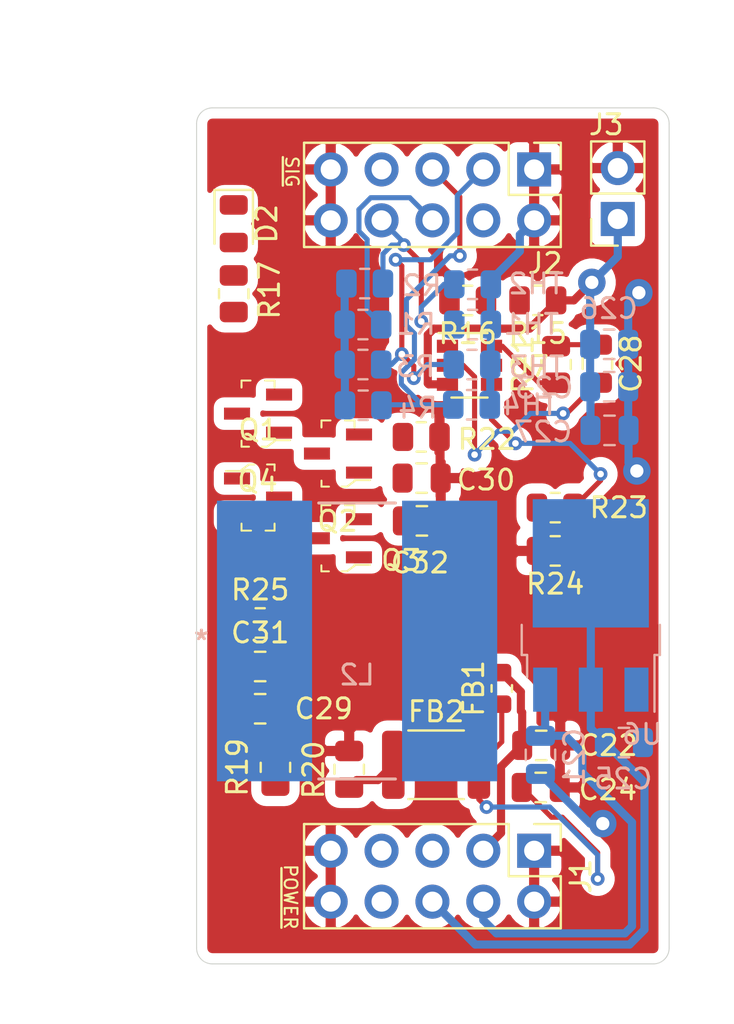
<source format=kicad_pcb>
(kicad_pcb (version 20171130) (host pcbnew 5.1.10)

  (general
    (thickness 1.6)
    (drawings 14)
    (tracks 159)
    (zones 0)
    (modules 43)
    (nets 22)
  )

  (page A4)
  (layers
    (0 F.Cu signal)
    (31 B.Cu signal)
    (32 B.Adhes user)
    (33 F.Adhes user)
    (34 B.Paste user)
    (35 F.Paste user)
    (36 B.SilkS user)
    (37 F.SilkS user)
    (38 B.Mask user)
    (39 F.Mask user)
    (40 Dwgs.User user)
    (41 Cmts.User user)
    (42 Eco1.User user)
    (43 Eco2.User user)
    (44 Edge.Cuts user)
    (45 Margin user)
    (46 B.CrtYd user)
    (47 F.CrtYd user)
    (48 B.Fab user)
    (49 F.Fab user)
  )

  (setup
    (last_trace_width 0.254)
    (user_trace_width 0.127)
    (user_trace_width 0.254)
    (user_trace_width 0.508)
    (user_trace_width 0.762)
    (trace_clearance 0.1524)
    (zone_clearance 0.508)
    (zone_45_only no)
    (trace_min 0.0889)
    (via_size 0.6858)
    (via_drill 0.3302)
    (via_min_size 0.45)
    (via_min_drill 0.2)
    (user_via 0.6858 0.3302)
    (user_via 0.889 0.381)
    (uvia_size 0.6858)
    (uvia_drill 0.3302)
    (uvias_allowed no)
    (uvia_min_size 0.2)
    (uvia_min_drill 0.1)
    (edge_width 0.0381)
    (segment_width 0.254)
    (pcb_text_width 0.3048)
    (pcb_text_size 1.524 1.524)
    (mod_edge_width 0.1524)
    (mod_text_size 0.8128 0.8128)
    (mod_text_width 0.1524)
    (pad_size 1.524 1.524)
    (pad_drill 0.762)
    (pad_to_mask_clearance 0)
    (solder_mask_min_width 0.1016)
    (aux_axis_origin 140.6144 76.2)
    (grid_origin 140.6144 76.2)
    (visible_elements FFFFFF7F)
    (pcbplotparams
      (layerselection 0x010fc_ffffffff)
      (usegerberextensions false)
      (usegerberattributes true)
      (usegerberadvancedattributes true)
      (creategerberjobfile true)
      (excludeedgelayer true)
      (linewidth 0.100000)
      (plotframeref false)
      (viasonmask false)
      (mode 1)
      (useauxorigin false)
      (hpglpennumber 1)
      (hpglpenspeed 20)
      (hpglpendiameter 15.000000)
      (psnegative false)
      (psa4output false)
      (plotreference true)
      (plotvalue true)
      (plotinvisibletext false)
      (padsonsilk false)
      (subtractmaskfromsilk false)
      (outputformat 1)
      (mirror false)
      (drillshape 1)
      (scaleselection 1)
      (outputdirectory ""))
  )

  (net 0 "")
  (net 1 GND)
  (net 2 +5V)
  (net 3 /VUSB_RAW)
  (net 4 +BATT)
  (net 5 "Net-(C24-Pad1)")
  (net 6 +3V3)
  (net 7 "Net-(C28-Pad2)")
  (net 8 "Net-(C28-Pad1)")
  (net 9 /VBUS_BATT)
  (net 10 "Net-(D2-Pad2)")
  (net 11 /PS_LED_RET)
  (net 12 /VBUS_USB)
  (net 13 "Net-(Q1-Pad3)")
  (net 14 "Net-(Q2-Pad3)")
  (net 15 /SysTempMeasure_0)
  (net 16 /SysTempMeasure_1)
  (net 17 /SysTempMeasure_2)
  (net 18 /SysTempMeasure_3)
  (net 19 /VBattMeas)
  (net 20 "Net-(R21-Pad1)")
  (net 21 "Net-(R23-Pad2)")

  (net_class Default "This is the default net class."
    (clearance 0.1524)
    (trace_width 0.254)
    (via_dia 0.6858)
    (via_drill 0.3302)
    (uvia_dia 0.6858)
    (uvia_drill 0.3302)
    (diff_pair_width 0.1524)
    (diff_pair_gap 0.254)
    (add_net /PS_LED_RET)
    (add_net /SysTempMeasure_0)
    (add_net /SysTempMeasure_1)
    (add_net /SysTempMeasure_2)
    (add_net /SysTempMeasure_3)
    (add_net /VBattMeas)
    (add_net "Net-(C24-Pad1)")
    (add_net "Net-(C28-Pad1)")
    (add_net "Net-(C28-Pad2)")
    (add_net "Net-(D2-Pad2)")
    (add_net "Net-(J1-Pad5)")
    (add_net "Net-(J1-Pad7)")
    (add_net "Net-(J1-Pad8)")
    (add_net "Net-(Q1-Pad3)")
    (add_net "Net-(Q2-Pad3)")
    (add_net "Net-(R21-Pad1)")
    (add_net "Net-(R23-Pad2)")
    (add_net "Net-(U7-Pad5)")
  )

  (net_class Power ""
    (clearance 0.1524)
    (trace_width 0.4064)
    (via_dia 1.3716)
    (via_drill 0.6604)
    (uvia_dia 0.6858)
    (uvia_drill 0.3302)
    (diff_pair_width 0.1524)
    (diff_pair_gap 0.254)
    (add_net +3V3)
    (add_net +5V)
    (add_net +BATT)
    (add_net /VBUS_BATT)
    (add_net /VBUS_USB)
    (add_net /VUSB_RAW)
    (add_net GND)
  )

  (net_class Sens ""
    (clearance 0.1524)
    (trace_width 0.2032)
    (via_dia 0.6858)
    (via_drill 0.3302)
    (uvia_dia 0.6858)
    (uvia_drill 0.3302)
    (diff_pair_width 0.1524)
    (diff_pair_gap 0.254)
  )

  (module Connector_PinHeader_2.54mm:PinHeader_2x05_P2.54mm_Vertical (layer F.Cu) (tedit 611EA55E) (tstamp 611F1A53)
    (at 159.2707 111.45266 270)
    (descr "Through hole straight pin header, 2x05, 2.54mm pitch, double rows")
    (tags "Through hole pin header THT 2x05 2.54mm double row")
    (path /61431094)
    (fp_text reference J1 (at 3.07 -0.53 270) (layer F.SilkS)
      (effects (font (size 1 1) (thickness 0.15)))
    )
    (fp_text value CONN_PWR (at 3.07 14.29 270) (layer F.Fab)
      (effects (font (size 1 1) (thickness 0.15)))
    )
    (fp_text user %R (at 3.07 6.88) (layer F.Fab)
      (effects (font (size 1 1) (thickness 0.15)))
    )
    (fp_line (start 1.8 0.53) (end 5.61 0.53) (layer F.Fab) (width 0.1))
    (fp_line (start 5.61 0.53) (end 5.61 13.23) (layer F.Fab) (width 0.1))
    (fp_line (start 5.61 13.23) (end 0.53 13.23) (layer F.Fab) (width 0.1))
    (fp_line (start 0.53 13.23) (end 0.53 1.8) (layer F.Fab) (width 0.1))
    (fp_line (start 0.53 1.8) (end 1.8 0.53) (layer F.Fab) (width 0.1))
    (fp_line (start 0.47 13.29) (end 5.67 13.29) (layer F.SilkS) (width 0.12))
    (fp_line (start 0.47 3.07) (end 0.47 13.29) (layer F.SilkS) (width 0.12))
    (fp_line (start 5.67 0.47) (end 5.67 13.29) (layer F.SilkS) (width 0.12))
    (fp_line (start 0.47 3.07) (end 3.07 3.07) (layer F.SilkS) (width 0.12))
    (fp_line (start 3.07 3.07) (end 3.07 0.47) (layer F.SilkS) (width 0.12))
    (fp_line (start 3.07 0.47) (end 5.67 0.47) (layer F.SilkS) (width 0.12))
    (fp_line (start 0.47 1.8) (end 0.47 0.47) (layer F.SilkS) (width 0.12))
    (fp_line (start 0.47 0.47) (end 1.8 0.47) (layer F.SilkS) (width 0.12))
    (fp_line (start 0 0) (end 0 13.75) (layer F.CrtYd) (width 0.05))
    (fp_line (start 0 13.75) (end 6.15 13.75) (layer F.CrtYd) (width 0.05))
    (fp_line (start 6.15 13.75) (end 6.15 0) (layer F.CrtYd) (width 0.05))
    (fp_line (start 6.15 0) (end 0 0) (layer F.CrtYd) (width 0.05))
    (pad 10 thru_hole oval (at 4.34 11.96 270) (size 1.7 1.7) (drill 1) (layers *.Cu *.Mask)
      (net 1 GND))
    (pad 9 thru_hole oval (at 1.8 11.96 270) (size 1.7 1.7) (drill 1) (layers *.Cu *.Mask)
      (net 1 GND))
    (pad 8 thru_hole oval (at 4.34 9.42 270) (size 1.7 1.7) (drill 1) (layers *.Cu *.Mask))
    (pad 7 thru_hole oval (at 1.8 9.42 270) (size 1.7 1.7) (drill 1) (layers *.Cu *.Mask))
    (pad 6 thru_hole oval (at 4.34 6.88 270) (size 1.7 1.7) (drill 1) (layers *.Cu *.Mask)
      (net 6 +3V3))
    (pad 5 thru_hole oval (at 1.8 6.88 270) (size 1.7 1.7) (drill 1) (layers *.Cu *.Mask))
    (pad 4 thru_hole oval (at 4.34 4.34 270) (size 1.7 1.7) (drill 1) (layers *.Cu *.Mask)
      (net 2 +5V))
    (pad 3 thru_hole oval (at 1.8 4.34 270) (size 1.7 1.7) (drill 1) (layers *.Cu *.Mask)
      (net 3 /VUSB_RAW))
    (pad 2 thru_hole oval (at 4.34 1.8 270) (size 1.7 1.7) (drill 1) (layers *.Cu *.Mask)
      (net 1 GND))
    (pad 1 thru_hole rect (at 1.8 1.8 270) (size 1.7 1.7) (drill 1) (layers *.Cu *.Mask)
      (net 1 GND))
    (model ${KISYS3DMOD}/Connector_PinHeader_2.54mm.3dshapes/PinHeader_2x05_P2.54mm_Vertical.wrl
      (offset (xyz 1.7399 -1.778 0))
      (scale (xyz 1 1 1))
      (rotate (xyz 0 0 0))
    )
  )

  (module Connector_PinHeader_2.54mm:PinHeader_2x05_P2.54mm_Vertical (layer F.Cu) (tedit 611EA27A) (tstamp 611F5142)
    (at 159.2707 77.47 270)
    (descr "Through hole straight pin header, 2x05, 2.54mm pitch, double rows")
    (tags "Through hole pin header THT 2x05 2.54mm double row")
    (path /613A0262)
    (fp_text reference J2 (at 6.48716 1.25222) (layer F.SilkS)
      (effects (font (size 1 1) (thickness 0.15)))
    )
    (fp_text value CONN_SIG (at 3.07 14.29 270) (layer F.Fab)
      (effects (font (size 1 1) (thickness 0.15)))
    )
    (fp_text user %R (at 3.07 6.88) (layer F.Fab)
      (effects (font (size 1 1) (thickness 0.15)))
    )
    (fp_line (start 1.8 0.53) (end 5.61 0.53) (layer F.Fab) (width 0.1))
    (fp_line (start 5.61 0.53) (end 5.61 13.23) (layer F.Fab) (width 0.1))
    (fp_line (start 5.61 13.23) (end 0.53 13.23) (layer F.Fab) (width 0.1))
    (fp_line (start 0.53 13.23) (end 0.53 1.8) (layer F.Fab) (width 0.1))
    (fp_line (start 0.53 1.8) (end 1.8 0.53) (layer F.Fab) (width 0.1))
    (fp_line (start 0.47 13.29) (end 5.67 13.29) (layer F.SilkS) (width 0.12))
    (fp_line (start 0.47 3.07) (end 0.47 13.29) (layer F.SilkS) (width 0.12))
    (fp_line (start 5.67 0.47) (end 5.67 13.29) (layer F.SilkS) (width 0.12))
    (fp_line (start 0.47 3.07) (end 3.07 3.07) (layer F.SilkS) (width 0.12))
    (fp_line (start 3.07 3.07) (end 3.07 0.47) (layer F.SilkS) (width 0.12))
    (fp_line (start 3.07 0.47) (end 5.67 0.47) (layer F.SilkS) (width 0.12))
    (fp_line (start 0.47 1.8) (end 0.47 0.47) (layer F.SilkS) (width 0.12))
    (fp_line (start 0.47 0.47) (end 1.8 0.47) (layer F.SilkS) (width 0.12))
    (fp_line (start 0 0) (end 0 13.75) (layer F.CrtYd) (width 0.05))
    (fp_line (start 0 13.75) (end 6.15 13.75) (layer F.CrtYd) (width 0.05))
    (fp_line (start 6.15 13.75) (end 6.15 0) (layer F.CrtYd) (width 0.05))
    (fp_line (start 6.15 0) (end 0 0) (layer F.CrtYd) (width 0.05))
    (pad 10 thru_hole oval (at 4.34 11.96 270) (size 1.7 1.7) (drill 1) (layers *.Cu *.Mask)
      (net 1 GND))
    (pad 9 thru_hole oval (at 1.8 11.96 270) (size 1.7 1.7) (drill 1) (layers *.Cu *.Mask)
      (net 1 GND))
    (pad 8 thru_hole oval (at 4.34 9.42 270) (size 1.7 1.7) (drill 1) (layers *.Cu *.Mask)
      (net 16 /SysTempMeasure_1))
    (pad 7 thru_hole oval (at 1.8 9.42 270) (size 1.7 1.7) (drill 1) (layers *.Cu *.Mask)
      (net 19 /VBattMeas))
    (pad 6 thru_hole oval (at 4.34 6.88 270) (size 1.7 1.7) (drill 1) (layers *.Cu *.Mask)
      (net 15 /SysTempMeasure_0))
    (pad 5 thru_hole oval (at 1.8 6.88 270) (size 1.7 1.7) (drill 1) (layers *.Cu *.Mask)
      (net 18 /SysTempMeasure_3))
    (pad 4 thru_hole oval (at 4.34 4.34 270) (size 1.7 1.7) (drill 1) (layers *.Cu *.Mask)
      (net 11 /PS_LED_RET))
    (pad 3 thru_hole oval (at 1.8 4.34 270) (size 1.7 1.7) (drill 1) (layers *.Cu *.Mask)
      (net 17 /SysTempMeasure_2))
    (pad 2 thru_hole oval (at 4.34 1.8 270) (size 1.7 1.7) (drill 1) (layers *.Cu *.Mask)
      (net 1 GND))
    (pad 1 thru_hole rect (at 1.8 1.8 270) (size 1.7 1.7) (drill 1) (layers *.Cu *.Mask)
      (net 1 GND))
    (model ${KISYS3DMOD}/Connector_PinHeader_2.54mm.3dshapes/PinHeader_2x05_P2.54mm_Vertical.wrl
      (offset (xyz 1.7399 -1.778 0))
      (scale (xyz 1 1 1))
      (rotate (xyz 0 0 0))
    )
  )

  (module Package_TO_SOT_SMD:SOT-23-6 (layer F.Cu) (tedit 5A02FF57) (tstamp 611F1C7F)
    (at 154.2415 89.0397)
    (descr "6-pin SOT-23 package")
    (tags SOT-23-6)
    (path /5FD8E5A4)
    (attr smd)
    (fp_text reference U7 (at 2.9591 0.06096) (layer F.SilkS)
      (effects (font (size 1 1) (thickness 0.15)))
    )
    (fp_text value TPS56339DDC (at 0 2.9) (layer F.Fab)
      (effects (font (size 1 1) (thickness 0.15)))
    )
    (fp_text user %R (at 0 0 90) (layer F.Fab)
      (effects (font (size 0.5 0.5) (thickness 0.075)))
    )
    (fp_line (start -0.9 1.61) (end 0.9 1.61) (layer F.SilkS) (width 0.12))
    (fp_line (start 0.9 -1.61) (end -1.55 -1.61) (layer F.SilkS) (width 0.12))
    (fp_line (start 1.9 -1.8) (end -1.9 -1.8) (layer F.CrtYd) (width 0.05))
    (fp_line (start 1.9 1.8) (end 1.9 -1.8) (layer F.CrtYd) (width 0.05))
    (fp_line (start -1.9 1.8) (end 1.9 1.8) (layer F.CrtYd) (width 0.05))
    (fp_line (start -1.9 -1.8) (end -1.9 1.8) (layer F.CrtYd) (width 0.05))
    (fp_line (start -0.9 -0.9) (end -0.25 -1.55) (layer F.Fab) (width 0.1))
    (fp_line (start 0.9 -1.55) (end -0.25 -1.55) (layer F.Fab) (width 0.1))
    (fp_line (start -0.9 -0.9) (end -0.9 1.55) (layer F.Fab) (width 0.1))
    (fp_line (start 0.9 1.55) (end -0.9 1.55) (layer F.Fab) (width 0.1))
    (fp_line (start 0.9 -1.55) (end 0.9 1.55) (layer F.Fab) (width 0.1))
    (pad 5 smd rect (at 1.1 0) (size 1.06 0.65) (layers F.Cu F.Paste F.Mask))
    (pad 6 smd rect (at 1.1 -0.95) (size 1.06 0.65) (layers F.Cu F.Paste F.Mask)
      (net 20 "Net-(R21-Pad1)"))
    (pad 4 smd rect (at 1.1 0.95) (size 1.06 0.65) (layers F.Cu F.Paste F.Mask)
      (net 21 "Net-(R23-Pad2)"))
    (pad 3 smd rect (at -1.1 0.95) (size 1.06 0.65) (layers F.Cu F.Paste F.Mask)
      (net 4 +BATT))
    (pad 2 smd rect (at -1.1 0) (size 1.06 0.65) (layers F.Cu F.Paste F.Mask)
      (net 7 "Net-(C28-Pad2)"))
    (pad 1 smd rect (at -1.1 -0.95) (size 1.06 0.65) (layers F.Cu F.Paste F.Mask)
      (net 1 GND))
    (model ${KISYS3DMOD}/Package_TO_SOT_SMD.3dshapes/SOT-23-6.wrl
      (at (xyz 0 0 0))
      (scale (xyz 1 1 1))
      (rotate (xyz 0 0 0))
    )
  )

  (module Package_TO_SOT_SMD:TO-252-3_TabPin2 (layer B.Cu) (tedit 5A70F30B) (tstamp 611F1C69)
    (at 160.2994 101.01834 90)
    (descr "TO-252 / DPAK SMD package, http://www.infineon.com/cms/en/product/packages/PG-TO252/PG-TO252-3-1/")
    (tags "DPAK TO-252 DPAK-3 TO-252-3 SOT-428")
    (path /5F88D7AD)
    (attr smd)
    (fp_text reference U6 (at -6.42874 2.56794) (layer B.SilkS)
      (effects (font (size 1 1) (thickness 0.15)) (justify mirror))
    )
    (fp_text value IFX27001TFV33 (at 0 -4.5 90) (layer B.Fab)
      (effects (font (size 1 1) (thickness 0.15)) (justify mirror))
    )
    (fp_text user %R (at 0 0 90) (layer B.Fab)
      (effects (font (size 1 1) (thickness 0.15)) (justify mirror))
    )
    (fp_line (start 3.95 2.7) (end 4.95 2.7) (layer B.Fab) (width 0.1))
    (fp_line (start 4.95 2.7) (end 4.95 -2.7) (layer B.Fab) (width 0.1))
    (fp_line (start 4.95 -2.7) (end 3.95 -2.7) (layer B.Fab) (width 0.1))
    (fp_line (start 3.95 3.25) (end 3.95 -3.25) (layer B.Fab) (width 0.1))
    (fp_line (start 3.95 -3.25) (end -2.27 -3.25) (layer B.Fab) (width 0.1))
    (fp_line (start -2.27 -3.25) (end -2.27 2.25) (layer B.Fab) (width 0.1))
    (fp_line (start -2.27 2.25) (end -1.27 3.25) (layer B.Fab) (width 0.1))
    (fp_line (start -1.27 3.25) (end 3.95 3.25) (layer B.Fab) (width 0.1))
    (fp_line (start -1.865 2.655) (end -4.97 2.655) (layer B.Fab) (width 0.1))
    (fp_line (start -4.97 2.655) (end -4.97 1.905) (layer B.Fab) (width 0.1))
    (fp_line (start -4.97 1.905) (end -2.27 1.905) (layer B.Fab) (width 0.1))
    (fp_line (start -2.27 0.375) (end -4.97 0.375) (layer B.Fab) (width 0.1))
    (fp_line (start -4.97 0.375) (end -4.97 -0.375) (layer B.Fab) (width 0.1))
    (fp_line (start -4.97 -0.375) (end -2.27 -0.375) (layer B.Fab) (width 0.1))
    (fp_line (start -2.27 -1.905) (end -4.97 -1.905) (layer B.Fab) (width 0.1))
    (fp_line (start -4.97 -1.905) (end -4.97 -2.655) (layer B.Fab) (width 0.1))
    (fp_line (start -4.97 -2.655) (end -2.27 -2.655) (layer B.Fab) (width 0.1))
    (fp_line (start -0.97 3.45) (end -2.47 3.45) (layer B.SilkS) (width 0.12))
    (fp_line (start -2.47 3.45) (end -2.47 3.18) (layer B.SilkS) (width 0.12))
    (fp_line (start -2.47 3.18) (end -5.3 3.18) (layer B.SilkS) (width 0.12))
    (fp_line (start -0.97 -3.45) (end -2.47 -3.45) (layer B.SilkS) (width 0.12))
    (fp_line (start -2.47 -3.45) (end -2.47 -3.18) (layer B.SilkS) (width 0.12))
    (fp_line (start -2.47 -3.18) (end -3.57 -3.18) (layer B.SilkS) (width 0.12))
    (fp_line (start -5.55 3.5) (end -5.55 -3.5) (layer B.CrtYd) (width 0.05))
    (fp_line (start -5.55 -3.5) (end 5.55 -3.5) (layer B.CrtYd) (width 0.05))
    (fp_line (start 5.55 -3.5) (end 5.55 3.5) (layer B.CrtYd) (width 0.05))
    (fp_line (start 5.55 3.5) (end -5.55 3.5) (layer B.CrtYd) (width 0.05))
    (pad "" smd rect (at 0.425 -1.525 90) (size 3.05 2.75) (layers B.Paste))
    (pad "" smd rect (at 3.775 1.525 90) (size 3.05 2.75) (layers B.Paste))
    (pad "" smd rect (at 0.425 1.525 90) (size 3.05 2.75) (layers B.Paste))
    (pad "" smd rect (at 3.775 -1.525 90) (size 3.05 2.75) (layers B.Paste))
    (pad 2 smd rect (at 2.1 0 90) (size 6.4 5.8) (layers B.Cu B.Mask)
      (net 6 +3V3))
    (pad 3 smd rect (at -4.2 -2.28 90) (size 2.2 1.2) (layers B.Cu B.Paste B.Mask)
      (net 2 +5V))
    (pad 2 smd rect (at -4.2 0 90) (size 2.2 1.2) (layers B.Cu B.Paste B.Mask)
      (net 6 +3V3))
    (pad 1 smd rect (at -4.2 2.28 90) (size 2.2 1.2) (layers B.Cu B.Paste B.Mask)
      (net 1 GND))
    (model ${KISYS3DMOD}/Package_TO_SOT_SMD.3dshapes/TO-252-3_TabPin2.wrl
      (at (xyz 0 0 0))
      (scale (xyz 1 1 1))
      (rotate (xyz 0 0 0))
    )
  )

  (module Resistor_SMD:R_0805_2012Metric (layer B.Cu) (tedit 5F68FEEE) (tstamp 611F1C41)
    (at 154.3431 91.0082)
    (descr "Resistor SMD 0805 (2012 Metric), square (rectangular) end terminal, IPC_7351 nominal, (Body size source: IPC-SM-782 page 72, https://www.pcb-3d.com/wordpress/wp-content/uploads/ipc-sm-782a_amendment_1_and_2.pdf), generated with kicad-footprint-generator")
    (tags resistor)
    (path /612DB6D8)
    (attr smd)
    (fp_text reference TH4 (at 2.8975 0) (layer B.SilkS)
      (effects (font (size 1 1) (thickness 0.15)) (justify mirror))
    )
    (fp_text value 25C@10k (at 0 -1.65) (layer B.Fab)
      (effects (font (size 1 1) (thickness 0.15)) (justify mirror))
    )
    (fp_text user %R (at 0 0) (layer B.Fab)
      (effects (font (size 0.5 0.5) (thickness 0.08)) (justify mirror))
    )
    (fp_line (start -1 -0.625) (end -1 0.625) (layer B.Fab) (width 0.1))
    (fp_line (start -1 0.625) (end 1 0.625) (layer B.Fab) (width 0.1))
    (fp_line (start 1 0.625) (end 1 -0.625) (layer B.Fab) (width 0.1))
    (fp_line (start 1 -0.625) (end -1 -0.625) (layer B.Fab) (width 0.1))
    (fp_line (start -0.227064 0.735) (end 0.227064 0.735) (layer B.SilkS) (width 0.12))
    (fp_line (start -0.227064 -0.735) (end 0.227064 -0.735) (layer B.SilkS) (width 0.12))
    (fp_line (start -1.68 -0.95) (end -1.68 0.95) (layer B.CrtYd) (width 0.05))
    (fp_line (start -1.68 0.95) (end 1.68 0.95) (layer B.CrtYd) (width 0.05))
    (fp_line (start 1.68 0.95) (end 1.68 -0.95) (layer B.CrtYd) (width 0.05))
    (fp_line (start 1.68 -0.95) (end -1.68 -0.95) (layer B.CrtYd) (width 0.05))
    (pad 2 smd roundrect (at 0.9125 0) (size 1.025 1.4) (layers B.Cu B.Paste B.Mask) (roundrect_rratio 0.243902)
      (net 1 GND))
    (pad 1 smd roundrect (at -0.9125 0) (size 1.025 1.4) (layers B.Cu B.Paste B.Mask) (roundrect_rratio 0.243902)
      (net 18 /SysTempMeasure_3))
    (model ${KISYS3DMOD}/Resistor_SMD.3dshapes/R_0805_2012Metric.wrl
      (at (xyz 0 0 0))
      (scale (xyz 1 1 1))
      (rotate (xyz 0 0 0))
    )
  )

  (module Resistor_SMD:R_0805_2012Metric (layer B.Cu) (tedit 5F68FEEE) (tstamp 611F1C30)
    (at 154.3666 89.0016)
    (descr "Resistor SMD 0805 (2012 Metric), square (rectangular) end terminal, IPC_7351 nominal, (Body size source: IPC-SM-782 page 72, https://www.pcb-3d.com/wordpress/wp-content/uploads/ipc-sm-782a_amendment_1_and_2.pdf), generated with kicad-footprint-generator")
    (tags resistor)
    (path /612A3FCF)
    (attr smd)
    (fp_text reference TH3 (at 3.2277 0.1143) (layer B.SilkS)
      (effects (font (size 1 1) (thickness 0.15)) (justify mirror))
    )
    (fp_text value 25C@10k (at 0 -1.65) (layer B.Fab)
      (effects (font (size 1 1) (thickness 0.15)) (justify mirror))
    )
    (fp_text user %R (at 0 0) (layer B.Fab)
      (effects (font (size 0.5 0.5) (thickness 0.08)) (justify mirror))
    )
    (fp_line (start -1 -0.625) (end -1 0.625) (layer B.Fab) (width 0.1))
    (fp_line (start -1 0.625) (end 1 0.625) (layer B.Fab) (width 0.1))
    (fp_line (start 1 0.625) (end 1 -0.625) (layer B.Fab) (width 0.1))
    (fp_line (start 1 -0.625) (end -1 -0.625) (layer B.Fab) (width 0.1))
    (fp_line (start -0.227064 0.735) (end 0.227064 0.735) (layer B.SilkS) (width 0.12))
    (fp_line (start -0.227064 -0.735) (end 0.227064 -0.735) (layer B.SilkS) (width 0.12))
    (fp_line (start -1.68 -0.95) (end -1.68 0.95) (layer B.CrtYd) (width 0.05))
    (fp_line (start -1.68 0.95) (end 1.68 0.95) (layer B.CrtYd) (width 0.05))
    (fp_line (start 1.68 0.95) (end 1.68 -0.95) (layer B.CrtYd) (width 0.05))
    (fp_line (start 1.68 -0.95) (end -1.68 -0.95) (layer B.CrtYd) (width 0.05))
    (pad 2 smd roundrect (at 0.9125 0) (size 1.025 1.4) (layers B.Cu B.Paste B.Mask) (roundrect_rratio 0.243902)
      (net 1 GND))
    (pad 1 smd roundrect (at -0.9125 0) (size 1.025 1.4) (layers B.Cu B.Paste B.Mask) (roundrect_rratio 0.243902)
      (net 17 /SysTempMeasure_2))
    (model ${KISYS3DMOD}/Resistor_SMD.3dshapes/R_0805_2012Metric.wrl
      (at (xyz 0 0 0))
      (scale (xyz 1 1 1))
      (rotate (xyz 0 0 0))
    )
  )

  (module Resistor_SMD:R_0805_2012Metric (layer B.Cu) (tedit 5F68FEEE) (tstamp 611F1C1F)
    (at 154.3939 85.0011)
    (descr "Resistor SMD 0805 (2012 Metric), square (rectangular) end terminal, IPC_7351 nominal, (Body size source: IPC-SM-782 page 72, https://www.pcb-3d.com/wordpress/wp-content/uploads/ipc-sm-782a_amendment_1_and_2.pdf), generated with kicad-footprint-generator")
    (tags resistor)
    (path /612B2DD5)
    (attr smd)
    (fp_text reference TH2 (at 3.175 -0.0254) (layer B.SilkS)
      (effects (font (size 1 1) (thickness 0.15)) (justify mirror))
    )
    (fp_text value 25C@10k (at 0 -1.65) (layer B.Fab)
      (effects (font (size 1 1) (thickness 0.15)) (justify mirror))
    )
    (fp_text user %R (at 0 0) (layer B.Fab)
      (effects (font (size 0.5 0.5) (thickness 0.08)) (justify mirror))
    )
    (fp_line (start -1 -0.625) (end -1 0.625) (layer B.Fab) (width 0.1))
    (fp_line (start -1 0.625) (end 1 0.625) (layer B.Fab) (width 0.1))
    (fp_line (start 1 0.625) (end 1 -0.625) (layer B.Fab) (width 0.1))
    (fp_line (start 1 -0.625) (end -1 -0.625) (layer B.Fab) (width 0.1))
    (fp_line (start -0.227064 0.735) (end 0.227064 0.735) (layer B.SilkS) (width 0.12))
    (fp_line (start -0.227064 -0.735) (end 0.227064 -0.735) (layer B.SilkS) (width 0.12))
    (fp_line (start -1.68 -0.95) (end -1.68 0.95) (layer B.CrtYd) (width 0.05))
    (fp_line (start -1.68 0.95) (end 1.68 0.95) (layer B.CrtYd) (width 0.05))
    (fp_line (start 1.68 0.95) (end 1.68 -0.95) (layer B.CrtYd) (width 0.05))
    (fp_line (start 1.68 -0.95) (end -1.68 -0.95) (layer B.CrtYd) (width 0.05))
    (pad 2 smd roundrect (at 0.9125 0) (size 1.025 1.4) (layers B.Cu B.Paste B.Mask) (roundrect_rratio 0.243902)
      (net 1 GND))
    (pad 1 smd roundrect (at -0.9125 0) (size 1.025 1.4) (layers B.Cu B.Paste B.Mask) (roundrect_rratio 0.243902)
      (net 16 /SysTempMeasure_1))
    (model ${KISYS3DMOD}/Resistor_SMD.3dshapes/R_0805_2012Metric.wrl
      (at (xyz 0 0 0))
      (scale (xyz 1 1 1))
      (rotate (xyz 0 0 0))
    )
  )

  (module Resistor_SMD:R_0805_2012Metric (layer B.Cu) (tedit 5F68FEEE) (tstamp 611F1C0E)
    (at 154.3939 87.0077)
    (descr "Resistor SMD 0805 (2012 Metric), square (rectangular) end terminal, IPC_7351 nominal, (Body size source: IPC-SM-782 page 72, https://www.pcb-3d.com/wordpress/wp-content/uploads/ipc-sm-782a_amendment_1_and_2.pdf), generated with kicad-footprint-generator")
    (tags resistor)
    (path /6124BB43)
    (attr smd)
    (fp_text reference TH1 (at 2.9337 -0.0127) (layer B.SilkS)
      (effects (font (size 1 1) (thickness 0.15)) (justify mirror))
    )
    (fp_text value 25C@10k (at 0 -1.65) (layer B.Fab)
      (effects (font (size 1 1) (thickness 0.15)) (justify mirror))
    )
    (fp_text user %R (at 0 0) (layer B.Fab)
      (effects (font (size 0.5 0.5) (thickness 0.08)) (justify mirror))
    )
    (fp_line (start -1 -0.625) (end -1 0.625) (layer B.Fab) (width 0.1))
    (fp_line (start -1 0.625) (end 1 0.625) (layer B.Fab) (width 0.1))
    (fp_line (start 1 0.625) (end 1 -0.625) (layer B.Fab) (width 0.1))
    (fp_line (start 1 -0.625) (end -1 -0.625) (layer B.Fab) (width 0.1))
    (fp_line (start -0.227064 0.735) (end 0.227064 0.735) (layer B.SilkS) (width 0.12))
    (fp_line (start -0.227064 -0.735) (end 0.227064 -0.735) (layer B.SilkS) (width 0.12))
    (fp_line (start -1.68 -0.95) (end -1.68 0.95) (layer B.CrtYd) (width 0.05))
    (fp_line (start -1.68 0.95) (end 1.68 0.95) (layer B.CrtYd) (width 0.05))
    (fp_line (start 1.68 0.95) (end 1.68 -0.95) (layer B.CrtYd) (width 0.05))
    (fp_line (start 1.68 -0.95) (end -1.68 -0.95) (layer B.CrtYd) (width 0.05))
    (pad 2 smd roundrect (at 0.9125 0) (size 1.025 1.4) (layers B.Cu B.Paste B.Mask) (roundrect_rratio 0.243902)
      (net 1 GND))
    (pad 1 smd roundrect (at -0.9125 0) (size 1.025 1.4) (layers B.Cu B.Paste B.Mask) (roundrect_rratio 0.243902)
      (net 15 /SysTempMeasure_0))
    (model ${KISYS3DMOD}/Resistor_SMD.3dshapes/R_0805_2012Metric.wrl
      (at (xyz 0 0 0))
      (scale (xyz 1 1 1))
      (rotate (xyz 0 0 0))
    )
  )

  (module Resistor_SMD:R_0805_2012Metric (layer F.Cu) (tedit 5F68FEEE) (tstamp 611F1BFD)
    (at 143.7894 101.8921)
    (descr "Resistor SMD 0805 (2012 Metric), square (rectangular) end terminal, IPC_7351 nominal, (Body size source: IPC-SM-782 page 72, https://www.pcb-3d.com/wordpress/wp-content/uploads/ipc-sm-782a_amendment_1_and_2.pdf), generated with kicad-footprint-generator")
    (tags resistor)
    (path /5FE33AC6)
    (attr smd)
    (fp_text reference R25 (at 0 -1.65) (layer F.SilkS)
      (effects (font (size 1 1) (thickness 0.15)))
    )
    (fp_text value 100k (at 0 1.65) (layer F.Fab)
      (effects (font (size 1 1) (thickness 0.15)))
    )
    (fp_text user %R (at 0 0) (layer F.Fab)
      (effects (font (size 0.5 0.5) (thickness 0.08)))
    )
    (fp_line (start -1 0.625) (end -1 -0.625) (layer F.Fab) (width 0.1))
    (fp_line (start -1 -0.625) (end 1 -0.625) (layer F.Fab) (width 0.1))
    (fp_line (start 1 -0.625) (end 1 0.625) (layer F.Fab) (width 0.1))
    (fp_line (start 1 0.625) (end -1 0.625) (layer F.Fab) (width 0.1))
    (fp_line (start -0.227064 -0.735) (end 0.227064 -0.735) (layer F.SilkS) (width 0.12))
    (fp_line (start -0.227064 0.735) (end 0.227064 0.735) (layer F.SilkS) (width 0.12))
    (fp_line (start -1.68 0.95) (end -1.68 -0.95) (layer F.CrtYd) (width 0.05))
    (fp_line (start -1.68 -0.95) (end 1.68 -0.95) (layer F.CrtYd) (width 0.05))
    (fp_line (start 1.68 -0.95) (end 1.68 0.95) (layer F.CrtYd) (width 0.05))
    (fp_line (start 1.68 0.95) (end -1.68 0.95) (layer F.CrtYd) (width 0.05))
    (pad 2 smd roundrect (at 0.9125 0) (size 1.025 1.4) (layers F.Cu F.Paste F.Mask) (roundrect_rratio 0.243902)
      (net 1 GND))
    (pad 1 smd roundrect (at -0.9125 0) (size 1.025 1.4) (layers F.Cu F.Paste F.Mask) (roundrect_rratio 0.243902)
      (net 9 /VBUS_BATT))
    (model ${KISYS3DMOD}/Resistor_SMD.3dshapes/R_0805_2012Metric.wrl
      (at (xyz 0 0 0))
      (scale (xyz 1 1 1))
      (rotate (xyz 0 0 0))
    )
  )

  (module Resistor_SMD:R_0805_2012Metric (layer F.Cu) (tedit 5F68FEEE) (tstamp 611F1BEC)
    (at 158.5214 98.298 180)
    (descr "Resistor SMD 0805 (2012 Metric), square (rectangular) end terminal, IPC_7351 nominal, (Body size source: IPC-SM-782 page 72, https://www.pcb-3d.com/wordpress/wp-content/uploads/ipc-sm-782a_amendment_1_and_2.pdf), generated with kicad-footprint-generator")
    (tags resistor)
    (path /5FDEAD84)
    (attr smd)
    (fp_text reference R24 (at 0 -1.65) (layer F.SilkS)
      (effects (font (size 1 1) (thickness 0.15)))
    )
    (fp_text value 10k (at 0 1.65) (layer F.Fab)
      (effects (font (size 1 1) (thickness 0.15)))
    )
    (fp_text user %R (at 0 0) (layer F.Fab)
      (effects (font (size 0.5 0.5) (thickness 0.08)))
    )
    (fp_line (start -1 0.625) (end -1 -0.625) (layer F.Fab) (width 0.1))
    (fp_line (start -1 -0.625) (end 1 -0.625) (layer F.Fab) (width 0.1))
    (fp_line (start 1 -0.625) (end 1 0.625) (layer F.Fab) (width 0.1))
    (fp_line (start 1 0.625) (end -1 0.625) (layer F.Fab) (width 0.1))
    (fp_line (start -0.227064 -0.735) (end 0.227064 -0.735) (layer F.SilkS) (width 0.12))
    (fp_line (start -0.227064 0.735) (end 0.227064 0.735) (layer F.SilkS) (width 0.12))
    (fp_line (start -1.68 0.95) (end -1.68 -0.95) (layer F.CrtYd) (width 0.05))
    (fp_line (start -1.68 -0.95) (end 1.68 -0.95) (layer F.CrtYd) (width 0.05))
    (fp_line (start 1.68 -0.95) (end 1.68 0.95) (layer F.CrtYd) (width 0.05))
    (fp_line (start 1.68 0.95) (end -1.68 0.95) (layer F.CrtYd) (width 0.05))
    (pad 2 smd roundrect (at 0.9125 0 180) (size 1.025 1.4) (layers F.Cu F.Paste F.Mask) (roundrect_rratio 0.243902)
      (net 1 GND))
    (pad 1 smd roundrect (at -0.9125 0 180) (size 1.025 1.4) (layers F.Cu F.Paste F.Mask) (roundrect_rratio 0.243902)
      (net 21 "Net-(R23-Pad2)"))
    (model ${KISYS3DMOD}/Resistor_SMD.3dshapes/R_0805_2012Metric.wrl
      (at (xyz 0 0 0))
      (scale (xyz 1 1 1))
      (rotate (xyz 0 0 0))
    )
  )

  (module Resistor_SMD:R_0805_2012Metric (layer F.Cu) (tedit 5F68FEEE) (tstamp 611F1BDB)
    (at 158.5214 96.139)
    (descr "Resistor SMD 0805 (2012 Metric), square (rectangular) end terminal, IPC_7351 nominal, (Body size source: IPC-SM-782 page 72, https://www.pcb-3d.com/wordpress/wp-content/uploads/ipc-sm-782a_amendment_1_and_2.pdf), generated with kicad-footprint-generator")
    (tags resistor)
    (path /5FDDC281)
    (attr smd)
    (fp_text reference R23 (at 3.175 0) (layer F.SilkS)
      (effects (font (size 1 1) (thickness 0.15)))
    )
    (fp_text value 52.3k (at 0 1.65) (layer F.Fab)
      (effects (font (size 1 1) (thickness 0.15)))
    )
    (fp_text user %R (at 0 0) (layer F.Fab)
      (effects (font (size 0.5 0.5) (thickness 0.08)))
    )
    (fp_line (start -1 0.625) (end -1 -0.625) (layer F.Fab) (width 0.1))
    (fp_line (start -1 -0.625) (end 1 -0.625) (layer F.Fab) (width 0.1))
    (fp_line (start 1 -0.625) (end 1 0.625) (layer F.Fab) (width 0.1))
    (fp_line (start 1 0.625) (end -1 0.625) (layer F.Fab) (width 0.1))
    (fp_line (start -0.227064 -0.735) (end 0.227064 -0.735) (layer F.SilkS) (width 0.12))
    (fp_line (start -0.227064 0.735) (end 0.227064 0.735) (layer F.SilkS) (width 0.12))
    (fp_line (start -1.68 0.95) (end -1.68 -0.95) (layer F.CrtYd) (width 0.05))
    (fp_line (start -1.68 -0.95) (end 1.68 -0.95) (layer F.CrtYd) (width 0.05))
    (fp_line (start 1.68 -0.95) (end 1.68 0.95) (layer F.CrtYd) (width 0.05))
    (fp_line (start 1.68 0.95) (end -1.68 0.95) (layer F.CrtYd) (width 0.05))
    (pad 2 smd roundrect (at 0.9125 0) (size 1.025 1.4) (layers F.Cu F.Paste F.Mask) (roundrect_rratio 0.243902)
      (net 21 "Net-(R23-Pad2)"))
    (pad 1 smd roundrect (at -0.9125 0) (size 1.025 1.4) (layers F.Cu F.Paste F.Mask) (roundrect_rratio 0.243902)
      (net 9 /VBUS_BATT))
    (model ${KISYS3DMOD}/Resistor_SMD.3dshapes/R_0805_2012Metric.wrl
      (at (xyz 0 0 0))
      (scale (xyz 1 1 1))
      (rotate (xyz 0 0 0))
    )
  )

  (module Resistor_SMD:R_0805_2012Metric (layer F.Cu) (tedit 5F68FEEE) (tstamp 611F1BCA)
    (at 151.83104 92.61348)
    (descr "Resistor SMD 0805 (2012 Metric), square (rectangular) end terminal, IPC_7351 nominal, (Body size source: IPC-SM-782 page 72, https://www.pcb-3d.com/wordpress/wp-content/uploads/ipc-sm-782a_amendment_1_and_2.pdf), generated with kicad-footprint-generator")
    (tags resistor)
    (path /5F954132)
    (attr smd)
    (fp_text reference R22 (at 3.2766 0.11684) (layer F.SilkS)
      (effects (font (size 1 1) (thickness 0.15)))
    )
    (fp_text value 100k (at 0 1.65) (layer F.Fab)
      (effects (font (size 1 1) (thickness 0.15)))
    )
    (fp_text user %R (at 0 0) (layer F.Fab)
      (effects (font (size 0.5 0.5) (thickness 0.08)))
    )
    (fp_line (start -1 0.625) (end -1 -0.625) (layer F.Fab) (width 0.1))
    (fp_line (start -1 -0.625) (end 1 -0.625) (layer F.Fab) (width 0.1))
    (fp_line (start 1 -0.625) (end 1 0.625) (layer F.Fab) (width 0.1))
    (fp_line (start 1 0.625) (end -1 0.625) (layer F.Fab) (width 0.1))
    (fp_line (start -0.227064 -0.735) (end 0.227064 -0.735) (layer F.SilkS) (width 0.12))
    (fp_line (start -0.227064 0.735) (end 0.227064 0.735) (layer F.SilkS) (width 0.12))
    (fp_line (start -1.68 0.95) (end -1.68 -0.95) (layer F.CrtYd) (width 0.05))
    (fp_line (start -1.68 -0.95) (end 1.68 -0.95) (layer F.CrtYd) (width 0.05))
    (fp_line (start 1.68 -0.95) (end 1.68 0.95) (layer F.CrtYd) (width 0.05))
    (fp_line (start 1.68 0.95) (end -1.68 0.95) (layer F.CrtYd) (width 0.05))
    (pad 2 smd roundrect (at 0.9125 0) (size 1.025 1.4) (layers F.Cu F.Paste F.Mask) (roundrect_rratio 0.243902)
      (net 1 GND))
    (pad 1 smd roundrect (at -0.9125 0) (size 1.025 1.4) (layers F.Cu F.Paste F.Mask) (roundrect_rratio 0.243902)
      (net 13 "Net-(Q1-Pad3)"))
    (model ${KISYS3DMOD}/Resistor_SMD.3dshapes/R_0805_2012Metric.wrl
      (at (xyz 0 0 0))
      (scale (xyz 1 1 1))
      (rotate (xyz 0 0 0))
    )
  )

  (module Resistor_SMD:R_0805_2012Metric (layer F.Cu) (tedit 5F68FEEE) (tstamp 611F1BB9)
    (at 158.56458 88.99906 90)
    (descr "Resistor SMD 0805 (2012 Metric), square (rectangular) end terminal, IPC_7351 nominal, (Body size source: IPC-SM-782 page 72, https://www.pcb-3d.com/wordpress/wp-content/uploads/ipc-sm-782a_amendment_1_and_2.pdf), generated with kicad-footprint-generator")
    (tags resistor)
    (path /5FDB63C4)
    (attr smd)
    (fp_text reference R21 (at 0 -1.65 90) (layer F.SilkS)
      (effects (font (size 1 1) (thickness 0.15)))
    )
    (fp_text value 30R (at 0 1.65 90) (layer F.Fab)
      (effects (font (size 1 1) (thickness 0.15)))
    )
    (fp_text user %R (at 0 0 90) (layer F.Fab)
      (effects (font (size 0.5 0.5) (thickness 0.08)))
    )
    (fp_line (start -1 0.625) (end -1 -0.625) (layer F.Fab) (width 0.1))
    (fp_line (start -1 -0.625) (end 1 -0.625) (layer F.Fab) (width 0.1))
    (fp_line (start 1 -0.625) (end 1 0.625) (layer F.Fab) (width 0.1))
    (fp_line (start 1 0.625) (end -1 0.625) (layer F.Fab) (width 0.1))
    (fp_line (start -0.227064 -0.735) (end 0.227064 -0.735) (layer F.SilkS) (width 0.12))
    (fp_line (start -0.227064 0.735) (end 0.227064 0.735) (layer F.SilkS) (width 0.12))
    (fp_line (start -1.68 0.95) (end -1.68 -0.95) (layer F.CrtYd) (width 0.05))
    (fp_line (start -1.68 -0.95) (end 1.68 -0.95) (layer F.CrtYd) (width 0.05))
    (fp_line (start 1.68 -0.95) (end 1.68 0.95) (layer F.CrtYd) (width 0.05))
    (fp_line (start 1.68 0.95) (end -1.68 0.95) (layer F.CrtYd) (width 0.05))
    (pad 2 smd roundrect (at 0.9125 0 90) (size 1.025 1.4) (layers F.Cu F.Paste F.Mask) (roundrect_rratio 0.243902)
      (net 8 "Net-(C28-Pad1)"))
    (pad 1 smd roundrect (at -0.9125 0 90) (size 1.025 1.4) (layers F.Cu F.Paste F.Mask) (roundrect_rratio 0.243902)
      (net 20 "Net-(R21-Pad1)"))
    (model ${KISYS3DMOD}/Resistor_SMD.3dshapes/R_0805_2012Metric.wrl
      (at (xyz 0 0 0))
      (scale (xyz 1 1 1))
      (rotate (xyz 0 0 0))
    )
  )

  (module Resistor_SMD:R_0805_2012Metric (layer F.Cu) (tedit 5F68FEEE) (tstamp 611F1BA8)
    (at 148.2344 109.18952 90)
    (descr "Resistor SMD 0805 (2012 Metric), square (rectangular) end terminal, IPC_7351 nominal, (Body size source: IPC-SM-782 page 72, https://www.pcb-3d.com/wordpress/wp-content/uploads/ipc-sm-782a_amendment_1_and_2.pdf), generated with kicad-footprint-generator")
    (tags resistor)
    (path /5F9699F8)
    (attr smd)
    (fp_text reference R20 (at -0.03048 -1.778 90) (layer F.SilkS)
      (effects (font (size 1 1) (thickness 0.15)))
    )
    (fp_text value 100k (at 0 1.65 90) (layer F.Fab)
      (effects (font (size 1 1) (thickness 0.15)))
    )
    (fp_text user %R (at 0 0 90) (layer F.Fab)
      (effects (font (size 0.5 0.5) (thickness 0.08)))
    )
    (fp_line (start -1 0.625) (end -1 -0.625) (layer F.Fab) (width 0.1))
    (fp_line (start -1 -0.625) (end 1 -0.625) (layer F.Fab) (width 0.1))
    (fp_line (start 1 -0.625) (end 1 0.625) (layer F.Fab) (width 0.1))
    (fp_line (start 1 0.625) (end -1 0.625) (layer F.Fab) (width 0.1))
    (fp_line (start -0.227064 -0.735) (end 0.227064 -0.735) (layer F.SilkS) (width 0.12))
    (fp_line (start -0.227064 0.735) (end 0.227064 0.735) (layer F.SilkS) (width 0.12))
    (fp_line (start -1.68 0.95) (end -1.68 -0.95) (layer F.CrtYd) (width 0.05))
    (fp_line (start -1.68 -0.95) (end 1.68 -0.95) (layer F.CrtYd) (width 0.05))
    (fp_line (start 1.68 -0.95) (end 1.68 0.95) (layer F.CrtYd) (width 0.05))
    (fp_line (start 1.68 0.95) (end -1.68 0.95) (layer F.CrtYd) (width 0.05))
    (pad 2 smd roundrect (at 0.9125 0 90) (size 1.025 1.4) (layers F.Cu F.Paste F.Mask) (roundrect_rratio 0.243902)
      (net 1 GND))
    (pad 1 smd roundrect (at -0.9125 0 90) (size 1.025 1.4) (layers F.Cu F.Paste F.Mask) (roundrect_rratio 0.243902)
      (net 12 /VBUS_USB))
    (model ${KISYS3DMOD}/Resistor_SMD.3dshapes/R_0805_2012Metric.wrl
      (at (xyz 0 0 0))
      (scale (xyz 1 1 1))
      (rotate (xyz 0 0 0))
    )
  )

  (module Resistor_SMD:R_0805_2012Metric (layer F.Cu) (tedit 5F68FEEE) (tstamp 611F1B97)
    (at 144.5514 109.093 90)
    (descr "Resistor SMD 0805 (2012 Metric), square (rectangular) end terminal, IPC_7351 nominal, (Body size source: IPC-SM-782 page 72, https://www.pcb-3d.com/wordpress/wp-content/uploads/ipc-sm-782a_amendment_1_and_2.pdf), generated with kicad-footprint-generator")
    (tags resistor)
    (path /5F97D126)
    (attr smd)
    (fp_text reference R19 (at 0 -1.905 90) (layer F.SilkS)
      (effects (font (size 1 1) (thickness 0.15)))
    )
    (fp_text value 100k (at 0 1.65 90) (layer F.Fab)
      (effects (font (size 1 1) (thickness 0.15)))
    )
    (fp_text user %R (at 0 0 90) (layer F.Fab)
      (effects (font (size 0.5 0.5) (thickness 0.08)))
    )
    (fp_line (start -1 0.625) (end -1 -0.625) (layer F.Fab) (width 0.1))
    (fp_line (start -1 -0.625) (end 1 -0.625) (layer F.Fab) (width 0.1))
    (fp_line (start 1 -0.625) (end 1 0.625) (layer F.Fab) (width 0.1))
    (fp_line (start 1 0.625) (end -1 0.625) (layer F.Fab) (width 0.1))
    (fp_line (start -0.227064 -0.735) (end 0.227064 -0.735) (layer F.SilkS) (width 0.12))
    (fp_line (start -0.227064 0.735) (end 0.227064 0.735) (layer F.SilkS) (width 0.12))
    (fp_line (start -1.68 0.95) (end -1.68 -0.95) (layer F.CrtYd) (width 0.05))
    (fp_line (start -1.68 -0.95) (end 1.68 -0.95) (layer F.CrtYd) (width 0.05))
    (fp_line (start 1.68 -0.95) (end 1.68 0.95) (layer F.CrtYd) (width 0.05))
    (fp_line (start 1.68 0.95) (end -1.68 0.95) (layer F.CrtYd) (width 0.05))
    (pad 2 smd roundrect (at 0.9125 0 90) (size 1.025 1.4) (layers F.Cu F.Paste F.Mask) (roundrect_rratio 0.243902)
      (net 1 GND))
    (pad 1 smd roundrect (at -0.9125 0 90) (size 1.025 1.4) (layers F.Cu F.Paste F.Mask) (roundrect_rratio 0.243902)
      (net 9 /VBUS_BATT))
    (model ${KISYS3DMOD}/Resistor_SMD.3dshapes/R_0805_2012Metric.wrl
      (at (xyz 0 0 0))
      (scale (xyz 1 1 1))
      (rotate (xyz 0 0 0))
    )
  )

  (module Resistor_SMD:R_0805_2012Metric (layer F.Cu) (tedit 5F68FEEE) (tstamp 611F1B86)
    (at 142.4686 85.471 90)
    (descr "Resistor SMD 0805 (2012 Metric), square (rectangular) end terminal, IPC_7351 nominal, (Body size source: IPC-SM-782 page 72, https://www.pcb-3d.com/wordpress/wp-content/uploads/ipc-sm-782a_amendment_1_and_2.pdf), generated with kicad-footprint-generator")
    (tags resistor)
    (path /5FB93814)
    (attr smd)
    (fp_text reference R17 (at 0.1778 1.778 90) (layer F.SilkS)
      (effects (font (size 1 1) (thickness 0.15)))
    )
    (fp_text value 1k (at 0 1.65 90) (layer F.Fab)
      (effects (font (size 1 1) (thickness 0.15)))
    )
    (fp_text user %R (at 0 0 90) (layer F.Fab)
      (effects (font (size 0.5 0.5) (thickness 0.08)))
    )
    (fp_line (start -1 0.625) (end -1 -0.625) (layer F.Fab) (width 0.1))
    (fp_line (start -1 -0.625) (end 1 -0.625) (layer F.Fab) (width 0.1))
    (fp_line (start 1 -0.625) (end 1 0.625) (layer F.Fab) (width 0.1))
    (fp_line (start 1 0.625) (end -1 0.625) (layer F.Fab) (width 0.1))
    (fp_line (start -0.227064 -0.735) (end 0.227064 -0.735) (layer F.SilkS) (width 0.12))
    (fp_line (start -0.227064 0.735) (end 0.227064 0.735) (layer F.SilkS) (width 0.12))
    (fp_line (start -1.68 0.95) (end -1.68 -0.95) (layer F.CrtYd) (width 0.05))
    (fp_line (start -1.68 -0.95) (end 1.68 -0.95) (layer F.CrtYd) (width 0.05))
    (fp_line (start 1.68 -0.95) (end 1.68 0.95) (layer F.CrtYd) (width 0.05))
    (fp_line (start 1.68 0.95) (end -1.68 0.95) (layer F.CrtYd) (width 0.05))
    (pad 2 smd roundrect (at 0.9125 0 90) (size 1.025 1.4) (layers F.Cu F.Paste F.Mask) (roundrect_rratio 0.243902)
      (net 10 "Net-(D2-Pad2)"))
    (pad 1 smd roundrect (at -0.9125 0 90) (size 1.025 1.4) (layers F.Cu F.Paste F.Mask) (roundrect_rratio 0.243902)
      (net 6 +3V3))
    (model ${KISYS3DMOD}/Resistor_SMD.3dshapes/R_0805_2012Metric.wrl
      (at (xyz 0 0 0))
      (scale (xyz 1 1 1))
      (rotate (xyz 0 0 0))
    )
  )

  (module Resistor_SMD:R_0805_2012Metric (layer F.Cu) (tedit 5F68FEEE) (tstamp 611FA494)
    (at 154.1526 85.80628 180)
    (descr "Resistor SMD 0805 (2012 Metric), square (rectangular) end terminal, IPC_7351 nominal, (Body size source: IPC-SM-782 page 72, https://www.pcb-3d.com/wordpress/wp-content/uploads/ipc-sm-782a_amendment_1_and_2.pdf), generated with kicad-footprint-generator")
    (tags resistor)
    (path /5F818807)
    (attr smd)
    (fp_text reference R16 (at 0 -1.65) (layer F.SilkS)
      (effects (font (size 1 1) (thickness 0.15)))
    )
    (fp_text value 100k (at 0 1.65) (layer F.Fab)
      (effects (font (size 1 1) (thickness 0.15)))
    )
    (fp_text user %R (at 0 0) (layer F.Fab)
      (effects (font (size 0.5 0.5) (thickness 0.08)))
    )
    (fp_line (start -1 0.625) (end -1 -0.625) (layer F.Fab) (width 0.1))
    (fp_line (start -1 -0.625) (end 1 -0.625) (layer F.Fab) (width 0.1))
    (fp_line (start 1 -0.625) (end 1 0.625) (layer F.Fab) (width 0.1))
    (fp_line (start 1 0.625) (end -1 0.625) (layer F.Fab) (width 0.1))
    (fp_line (start -0.227064 -0.735) (end 0.227064 -0.735) (layer F.SilkS) (width 0.12))
    (fp_line (start -0.227064 0.735) (end 0.227064 0.735) (layer F.SilkS) (width 0.12))
    (fp_line (start -1.68 0.95) (end -1.68 -0.95) (layer F.CrtYd) (width 0.05))
    (fp_line (start -1.68 -0.95) (end 1.68 -0.95) (layer F.CrtYd) (width 0.05))
    (fp_line (start 1.68 -0.95) (end 1.68 0.95) (layer F.CrtYd) (width 0.05))
    (fp_line (start 1.68 0.95) (end -1.68 0.95) (layer F.CrtYd) (width 0.05))
    (pad 2 smd roundrect (at 0.9125 0 180) (size 1.025 1.4) (layers F.Cu F.Paste F.Mask) (roundrect_rratio 0.243902)
      (net 1 GND))
    (pad 1 smd roundrect (at -0.9125 0 180) (size 1.025 1.4) (layers F.Cu F.Paste F.Mask) (roundrect_rratio 0.243902)
      (net 19 /VBattMeas))
    (model ${KISYS3DMOD}/Resistor_SMD.3dshapes/R_0805_2012Metric.wrl
      (at (xyz 0 0 0))
      (scale (xyz 1 1 1))
      (rotate (xyz 0 0 0))
    )
  )

  (module Resistor_SMD:R_0805_2012Metric (layer F.Cu) (tedit 5F68FEEE) (tstamp 611F1B64)
    (at 157.65462 85.8012 180)
    (descr "Resistor SMD 0805 (2012 Metric), square (rectangular) end terminal, IPC_7351 nominal, (Body size source: IPC-SM-782 page 72, https://www.pcb-3d.com/wordpress/wp-content/uploads/ipc-sm-782a_amendment_1_and_2.pdf), generated with kicad-footprint-generator")
    (tags resistor)
    (path /5F8174E9)
    (attr smd)
    (fp_text reference R15 (at 0 -1.65) (layer F.SilkS)
      (effects (font (size 1 1) (thickness 0.15)))
    )
    (fp_text value 261k (at 0 1.65) (layer F.Fab)
      (effects (font (size 1 1) (thickness 0.15)))
    )
    (fp_text user %R (at 0 0) (layer F.Fab)
      (effects (font (size 0.5 0.5) (thickness 0.08)))
    )
    (fp_line (start -1 0.625) (end -1 -0.625) (layer F.Fab) (width 0.1))
    (fp_line (start -1 -0.625) (end 1 -0.625) (layer F.Fab) (width 0.1))
    (fp_line (start 1 -0.625) (end 1 0.625) (layer F.Fab) (width 0.1))
    (fp_line (start 1 0.625) (end -1 0.625) (layer F.Fab) (width 0.1))
    (fp_line (start -0.227064 -0.735) (end 0.227064 -0.735) (layer F.SilkS) (width 0.12))
    (fp_line (start -0.227064 0.735) (end 0.227064 0.735) (layer F.SilkS) (width 0.12))
    (fp_line (start -1.68 0.95) (end -1.68 -0.95) (layer F.CrtYd) (width 0.05))
    (fp_line (start -1.68 -0.95) (end 1.68 -0.95) (layer F.CrtYd) (width 0.05))
    (fp_line (start 1.68 -0.95) (end 1.68 0.95) (layer F.CrtYd) (width 0.05))
    (fp_line (start 1.68 0.95) (end -1.68 0.95) (layer F.CrtYd) (width 0.05))
    (pad 2 smd roundrect (at 0.9125 0 180) (size 1.025 1.4) (layers F.Cu F.Paste F.Mask) (roundrect_rratio 0.243902)
      (net 19 /VBattMeas))
    (pad 1 smd roundrect (at -0.9125 0 180) (size 1.025 1.4) (layers F.Cu F.Paste F.Mask) (roundrect_rratio 0.243902)
      (net 4 +BATT))
    (model ${KISYS3DMOD}/Resistor_SMD.3dshapes/R_0805_2012Metric.wrl
      (at (xyz 0 0 0))
      (scale (xyz 1 1 1))
      (rotate (xyz 0 0 0))
    )
  )

  (module Resistor_SMD:R_0805_2012Metric (layer B.Cu) (tedit 5F68FEEE) (tstamp 611F1B53)
    (at 148.9329 91.0336)
    (descr "Resistor SMD 0805 (2012 Metric), square (rectangular) end terminal, IPC_7351 nominal, (Body size source: IPC-SM-782 page 72, https://www.pcb-3d.com/wordpress/wp-content/uploads/ipc-sm-782a_amendment_1_and_2.pdf), generated with kicad-footprint-generator")
    (tags resistor)
    (path /612DB6E2)
    (attr smd)
    (fp_text reference R4 (at 2.7305 0.1397) (layer B.SilkS)
      (effects (font (size 1 1) (thickness 0.15)) (justify mirror))
    )
    (fp_text value 10k (at 0 -1.65) (layer B.Fab)
      (effects (font (size 1 1) (thickness 0.15)) (justify mirror))
    )
    (fp_text user %R (at 0 0) (layer B.Fab)
      (effects (font (size 0.5 0.5) (thickness 0.08)) (justify mirror))
    )
    (fp_line (start -1 -0.625) (end -1 0.625) (layer B.Fab) (width 0.1))
    (fp_line (start -1 0.625) (end 1 0.625) (layer B.Fab) (width 0.1))
    (fp_line (start 1 0.625) (end 1 -0.625) (layer B.Fab) (width 0.1))
    (fp_line (start 1 -0.625) (end -1 -0.625) (layer B.Fab) (width 0.1))
    (fp_line (start -0.227064 0.735) (end 0.227064 0.735) (layer B.SilkS) (width 0.12))
    (fp_line (start -0.227064 -0.735) (end 0.227064 -0.735) (layer B.SilkS) (width 0.12))
    (fp_line (start -1.68 -0.95) (end -1.68 0.95) (layer B.CrtYd) (width 0.05))
    (fp_line (start -1.68 0.95) (end 1.68 0.95) (layer B.CrtYd) (width 0.05))
    (fp_line (start 1.68 0.95) (end 1.68 -0.95) (layer B.CrtYd) (width 0.05))
    (fp_line (start 1.68 -0.95) (end -1.68 -0.95) (layer B.CrtYd) (width 0.05))
    (pad 2 smd roundrect (at 0.9125 0) (size 1.025 1.4) (layers B.Cu B.Paste B.Mask) (roundrect_rratio 0.243902)
      (net 18 /SysTempMeasure_3))
    (pad 1 smd roundrect (at -0.9125 0) (size 1.025 1.4) (layers B.Cu B.Paste B.Mask) (roundrect_rratio 0.243902)
      (net 6 +3V3))
    (model ${KISYS3DMOD}/Resistor_SMD.3dshapes/R_0805_2012Metric.wrl
      (at (xyz 0 0 0))
      (scale (xyz 1 1 1))
      (rotate (xyz 0 0 0))
    )
  )

  (module Resistor_SMD:R_0805_2012Metric (layer B.Cu) (tedit 5F68FEEE) (tstamp 611F1B42)
    (at 148.9202 89.0016)
    (descr "Resistor SMD 0805 (2012 Metric), square (rectangular) end terminal, IPC_7351 nominal, (Body size source: IPC-SM-782 page 72, https://www.pcb-3d.com/wordpress/wp-content/uploads/ipc-sm-782a_amendment_1_and_2.pdf), generated with kicad-footprint-generator")
    (tags resistor)
    (path /612A3FD9)
    (attr smd)
    (fp_text reference R3 (at 2.6289 0.1016) (layer B.SilkS)
      (effects (font (size 1 1) (thickness 0.15)) (justify mirror))
    )
    (fp_text value 10k (at 0 -1.65) (layer B.Fab)
      (effects (font (size 1 1) (thickness 0.15)) (justify mirror))
    )
    (fp_text user %R (at 0 0) (layer B.Fab)
      (effects (font (size 0.5 0.5) (thickness 0.08)) (justify mirror))
    )
    (fp_line (start -1 -0.625) (end -1 0.625) (layer B.Fab) (width 0.1))
    (fp_line (start -1 0.625) (end 1 0.625) (layer B.Fab) (width 0.1))
    (fp_line (start 1 0.625) (end 1 -0.625) (layer B.Fab) (width 0.1))
    (fp_line (start 1 -0.625) (end -1 -0.625) (layer B.Fab) (width 0.1))
    (fp_line (start -0.227064 0.735) (end 0.227064 0.735) (layer B.SilkS) (width 0.12))
    (fp_line (start -0.227064 -0.735) (end 0.227064 -0.735) (layer B.SilkS) (width 0.12))
    (fp_line (start -1.68 -0.95) (end -1.68 0.95) (layer B.CrtYd) (width 0.05))
    (fp_line (start -1.68 0.95) (end 1.68 0.95) (layer B.CrtYd) (width 0.05))
    (fp_line (start 1.68 0.95) (end 1.68 -0.95) (layer B.CrtYd) (width 0.05))
    (fp_line (start 1.68 -0.95) (end -1.68 -0.95) (layer B.CrtYd) (width 0.05))
    (pad 2 smd roundrect (at 0.9125 0) (size 1.025 1.4) (layers B.Cu B.Paste B.Mask) (roundrect_rratio 0.243902)
      (net 17 /SysTempMeasure_2))
    (pad 1 smd roundrect (at -0.9125 0) (size 1.025 1.4) (layers B.Cu B.Paste B.Mask) (roundrect_rratio 0.243902)
      (net 6 +3V3))
    (model ${KISYS3DMOD}/Resistor_SMD.3dshapes/R_0805_2012Metric.wrl
      (at (xyz 0 0 0))
      (scale (xyz 1 1 1))
      (rotate (xyz 0 0 0))
    )
  )

  (module Resistor_SMD:R_0805_2012Metric (layer B.Cu) (tedit 5F68FEEE) (tstamp 611F1B31)
    (at 149.0091 84.963)
    (descr "Resistor SMD 0805 (2012 Metric), square (rectangular) end terminal, IPC_7351 nominal, (Body size source: IPC-SM-782 page 72, https://www.pcb-3d.com/wordpress/wp-content/uploads/ipc-sm-782a_amendment_1_and_2.pdf), generated with kicad-footprint-generator")
    (tags resistor)
    (path /612B2DDF)
    (attr smd)
    (fp_text reference R2 (at 2.8575 0.1016) (layer B.SilkS)
      (effects (font (size 1 1) (thickness 0.15)) (justify mirror))
    )
    (fp_text value 10k (at 0 -1.65) (layer B.Fab)
      (effects (font (size 1 1) (thickness 0.15)) (justify mirror))
    )
    (fp_text user %R (at 0 0) (layer B.Fab)
      (effects (font (size 0.5 0.5) (thickness 0.08)) (justify mirror))
    )
    (fp_line (start -1 -0.625) (end -1 0.625) (layer B.Fab) (width 0.1))
    (fp_line (start -1 0.625) (end 1 0.625) (layer B.Fab) (width 0.1))
    (fp_line (start 1 0.625) (end 1 -0.625) (layer B.Fab) (width 0.1))
    (fp_line (start 1 -0.625) (end -1 -0.625) (layer B.Fab) (width 0.1))
    (fp_line (start -0.227064 0.735) (end 0.227064 0.735) (layer B.SilkS) (width 0.12))
    (fp_line (start -0.227064 -0.735) (end 0.227064 -0.735) (layer B.SilkS) (width 0.12))
    (fp_line (start -1.68 -0.95) (end -1.68 0.95) (layer B.CrtYd) (width 0.05))
    (fp_line (start -1.68 0.95) (end 1.68 0.95) (layer B.CrtYd) (width 0.05))
    (fp_line (start 1.68 0.95) (end 1.68 -0.95) (layer B.CrtYd) (width 0.05))
    (fp_line (start 1.68 -0.95) (end -1.68 -0.95) (layer B.CrtYd) (width 0.05))
    (pad 2 smd roundrect (at 0.9125 0) (size 1.025 1.4) (layers B.Cu B.Paste B.Mask) (roundrect_rratio 0.243902)
      (net 16 /SysTempMeasure_1))
    (pad 1 smd roundrect (at -0.9125 0) (size 1.025 1.4) (layers B.Cu B.Paste B.Mask) (roundrect_rratio 0.243902)
      (net 6 +3V3))
    (model ${KISYS3DMOD}/Resistor_SMD.3dshapes/R_0805_2012Metric.wrl
      (at (xyz 0 0 0))
      (scale (xyz 1 1 1))
      (rotate (xyz 0 0 0))
    )
  )

  (module Resistor_SMD:R_0805_2012Metric (layer B.Cu) (tedit 5F68FEEE) (tstamp 611F1B20)
    (at 148.9202 87.0077)
    (descr "Resistor SMD 0805 (2012 Metric), square (rectangular) end terminal, IPC_7351 nominal, (Body size source: IPC-SM-782 page 72, https://www.pcb-3d.com/wordpress/wp-content/uploads/ipc-sm-782a_amendment_1_and_2.pdf), generated with kicad-footprint-generator")
    (tags resistor)
    (path /6124BB4D)
    (attr smd)
    (fp_text reference R1 (at 2.6543 -0.0127) (layer B.SilkS)
      (effects (font (size 1 1) (thickness 0.15)) (justify mirror))
    )
    (fp_text value 10k (at 0 -1.65) (layer B.Fab)
      (effects (font (size 1 1) (thickness 0.15)) (justify mirror))
    )
    (fp_text user %R (at 0 0) (layer B.Fab)
      (effects (font (size 0.5 0.5) (thickness 0.08)) (justify mirror))
    )
    (fp_line (start -1 -0.625) (end -1 0.625) (layer B.Fab) (width 0.1))
    (fp_line (start -1 0.625) (end 1 0.625) (layer B.Fab) (width 0.1))
    (fp_line (start 1 0.625) (end 1 -0.625) (layer B.Fab) (width 0.1))
    (fp_line (start 1 -0.625) (end -1 -0.625) (layer B.Fab) (width 0.1))
    (fp_line (start -0.227064 0.735) (end 0.227064 0.735) (layer B.SilkS) (width 0.12))
    (fp_line (start -0.227064 -0.735) (end 0.227064 -0.735) (layer B.SilkS) (width 0.12))
    (fp_line (start -1.68 -0.95) (end -1.68 0.95) (layer B.CrtYd) (width 0.05))
    (fp_line (start -1.68 0.95) (end 1.68 0.95) (layer B.CrtYd) (width 0.05))
    (fp_line (start 1.68 0.95) (end 1.68 -0.95) (layer B.CrtYd) (width 0.05))
    (fp_line (start 1.68 -0.95) (end -1.68 -0.95) (layer B.CrtYd) (width 0.05))
    (pad 2 smd roundrect (at 0.9125 0) (size 1.025 1.4) (layers B.Cu B.Paste B.Mask) (roundrect_rratio 0.243902)
      (net 15 /SysTempMeasure_0))
    (pad 1 smd roundrect (at -0.9125 0) (size 1.025 1.4) (layers B.Cu B.Paste B.Mask) (roundrect_rratio 0.243902)
      (net 6 +3V3))
    (model ${KISYS3DMOD}/Resistor_SMD.3dshapes/R_0805_2012Metric.wrl
      (at (xyz 0 0 0))
      (scale (xyz 1 1 1))
      (rotate (xyz 0 0 0))
    )
  )

  (module digikey-footprints:SOT-23-3 (layer F.Cu) (tedit 5D28A5E3) (tstamp 611F1B0F)
    (at 143.68272 91.45016 180)
    (path /5F93CCED)
    (attr smd)
    (fp_text reference Q4 (at 0.025 -3.375) (layer F.SilkS)
      (effects (font (size 1 1) (thickness 0.15)))
    )
    (fp_text value IRLML6402TRPBF (at 0.025 3.25) (layer F.Fab)
      (effects (font (size 1 1) (thickness 0.15)))
    )
    (fp_text user %R (at -0.125 0.15) (layer F.Fab)
      (effects (font (size 0.25 0.25) (thickness 0.05)))
    )
    (fp_line (start -1.825 -1.95) (end 1.825 -1.95) (layer F.CrtYd) (width 0.05))
    (fp_line (start -1.825 -1.95) (end -1.825 1.95) (layer F.CrtYd) (width 0.05))
    (fp_line (start 1.825 1.95) (end -1.825 1.95) (layer F.CrtYd) (width 0.05))
    (fp_line (start 1.825 -1.95) (end 1.825 1.95) (layer F.CrtYd) (width 0.05))
    (fp_line (start -0.175 -1.65) (end -0.45 -1.65) (layer F.SilkS) (width 0.1))
    (fp_line (start -0.45 -1.65) (end -0.825 -1.375) (layer F.SilkS) (width 0.1))
    (fp_line (start -0.825 -1.375) (end -0.825 -1.325) (layer F.SilkS) (width 0.1))
    (fp_line (start -0.825 -1.325) (end -1.6 -1.325) (layer F.SilkS) (width 0.1))
    (fp_line (start -0.7 -1.325) (end -0.7 1.525) (layer F.Fab) (width 0.1))
    (fp_line (start -0.425 -1.525) (end 0.7 -1.525) (layer F.Fab) (width 0.1))
    (fp_line (start -0.425 -1.525) (end -0.7 -1.325) (layer F.Fab) (width 0.1))
    (fp_line (start -0.35 1.65) (end -0.825 1.65) (layer F.SilkS) (width 0.1))
    (fp_line (start -0.825 1.65) (end -0.825 1.3) (layer F.SilkS) (width 0.1))
    (fp_line (start 0.825 1.425) (end 0.825 1.3) (layer F.SilkS) (width 0.1))
    (fp_line (start 0.825 1.35) (end 0.825 1.65) (layer F.SilkS) (width 0.1))
    (fp_line (start 0.825 1.65) (end 0.375 1.65) (layer F.SilkS) (width 0.1))
    (fp_line (start 0.45 -1.65) (end 0.825 -1.65) (layer F.SilkS) (width 0.1))
    (fp_line (start 0.825 -1.65) (end 0.825 -1.35) (layer F.SilkS) (width 0.1))
    (fp_line (start -0.7 1.52) (end 0.7 1.52) (layer F.Fab) (width 0.1))
    (fp_line (start 0.7 1.52) (end 0.7 -1.52) (layer F.Fab) (width 0.1))
    (pad 1 smd rect (at -1.05 -0.95 180) (size 1.3 0.6) (layers F.Cu F.Paste F.Mask)
      (net 13 "Net-(Q1-Pad3)") (solder_mask_margin 0.07))
    (pad 2 smd rect (at -1.05 0.95 180) (size 1.3 0.6) (layers F.Cu F.Paste F.Mask)
      (net 2 +5V) (solder_mask_margin 0.07))
    (pad 3 smd rect (at 1.05 0 180) (size 1.3 0.6) (layers F.Cu F.Paste F.Mask)
      (net 14 "Net-(Q2-Pad3)") (solder_mask_margin 0.07))
  )

  (module digikey-footprints:SOT-23-3 (layer F.Cu) (tedit 5D28A5E3) (tstamp 611F1AF3)
    (at 147.67052 97.66808 180)
    (path /5F8C606E)
    (attr smd)
    (fp_text reference Q3 (at -3.16738 -1.09982) (layer F.SilkS)
      (effects (font (size 1 1) (thickness 0.15)))
    )
    (fp_text value IRLML6402TRPBF (at 0.025 3.25) (layer F.Fab)
      (effects (font (size 1 1) (thickness 0.15)))
    )
    (fp_text user %R (at -0.125 0.15) (layer F.Fab)
      (effects (font (size 0.25 0.25) (thickness 0.05)))
    )
    (fp_line (start -1.825 -1.95) (end 1.825 -1.95) (layer F.CrtYd) (width 0.05))
    (fp_line (start -1.825 -1.95) (end -1.825 1.95) (layer F.CrtYd) (width 0.05))
    (fp_line (start 1.825 1.95) (end -1.825 1.95) (layer F.CrtYd) (width 0.05))
    (fp_line (start 1.825 -1.95) (end 1.825 1.95) (layer F.CrtYd) (width 0.05))
    (fp_line (start -0.175 -1.65) (end -0.45 -1.65) (layer F.SilkS) (width 0.1))
    (fp_line (start -0.45 -1.65) (end -0.825 -1.375) (layer F.SilkS) (width 0.1))
    (fp_line (start -0.825 -1.375) (end -0.825 -1.325) (layer F.SilkS) (width 0.1))
    (fp_line (start -0.825 -1.325) (end -1.6 -1.325) (layer F.SilkS) (width 0.1))
    (fp_line (start -0.7 -1.325) (end -0.7 1.525) (layer F.Fab) (width 0.1))
    (fp_line (start -0.425 -1.525) (end 0.7 -1.525) (layer F.Fab) (width 0.1))
    (fp_line (start -0.425 -1.525) (end -0.7 -1.325) (layer F.Fab) (width 0.1))
    (fp_line (start -0.35 1.65) (end -0.825 1.65) (layer F.SilkS) (width 0.1))
    (fp_line (start -0.825 1.65) (end -0.825 1.3) (layer F.SilkS) (width 0.1))
    (fp_line (start 0.825 1.425) (end 0.825 1.3) (layer F.SilkS) (width 0.1))
    (fp_line (start 0.825 1.35) (end 0.825 1.65) (layer F.SilkS) (width 0.1))
    (fp_line (start 0.825 1.65) (end 0.375 1.65) (layer F.SilkS) (width 0.1))
    (fp_line (start 0.45 -1.65) (end 0.825 -1.65) (layer F.SilkS) (width 0.1))
    (fp_line (start 0.825 -1.65) (end 0.825 -1.35) (layer F.SilkS) (width 0.1))
    (fp_line (start -0.7 1.52) (end 0.7 1.52) (layer F.Fab) (width 0.1))
    (fp_line (start 0.7 1.52) (end 0.7 -1.52) (layer F.Fab) (width 0.1))
    (pad 1 smd rect (at -1.05 -0.95 180) (size 1.3 0.6) (layers F.Cu F.Paste F.Mask)
      (net 12 /VBUS_USB) (solder_mask_margin 0.07))
    (pad 2 smd rect (at -1.05 0.95 180) (size 1.3 0.6) (layers F.Cu F.Paste F.Mask)
      (net 2 +5V) (solder_mask_margin 0.07))
    (pad 3 smd rect (at 1.05 0 180) (size 1.3 0.6) (layers F.Cu F.Paste F.Mask)
      (net 13 "Net-(Q1-Pad3)") (solder_mask_margin 0.07))
  )

  (module digikey-footprints:SOT-23-3 (layer F.Cu) (tedit 5D28A5E3) (tstamp 611F1AD7)
    (at 147.6756 93.44152 180)
    (path /5F93CD00)
    (attr smd)
    (fp_text reference Q2 (at 0.025 -3.375) (layer F.SilkS)
      (effects (font (size 1 1) (thickness 0.15)))
    )
    (fp_text value IRLML6402TRPBF (at 0.025 3.25) (layer F.Fab)
      (effects (font (size 1 1) (thickness 0.15)))
    )
    (fp_text user %R (at -0.125 0.15) (layer F.Fab)
      (effects (font (size 0.25 0.25) (thickness 0.05)))
    )
    (fp_line (start -1.825 -1.95) (end 1.825 -1.95) (layer F.CrtYd) (width 0.05))
    (fp_line (start -1.825 -1.95) (end -1.825 1.95) (layer F.CrtYd) (width 0.05))
    (fp_line (start 1.825 1.95) (end -1.825 1.95) (layer F.CrtYd) (width 0.05))
    (fp_line (start 1.825 -1.95) (end 1.825 1.95) (layer F.CrtYd) (width 0.05))
    (fp_line (start -0.175 -1.65) (end -0.45 -1.65) (layer F.SilkS) (width 0.1))
    (fp_line (start -0.45 -1.65) (end -0.825 -1.375) (layer F.SilkS) (width 0.1))
    (fp_line (start -0.825 -1.375) (end -0.825 -1.325) (layer F.SilkS) (width 0.1))
    (fp_line (start -0.825 -1.325) (end -1.6 -1.325) (layer F.SilkS) (width 0.1))
    (fp_line (start -0.7 -1.325) (end -0.7 1.525) (layer F.Fab) (width 0.1))
    (fp_line (start -0.425 -1.525) (end 0.7 -1.525) (layer F.Fab) (width 0.1))
    (fp_line (start -0.425 -1.525) (end -0.7 -1.325) (layer F.Fab) (width 0.1))
    (fp_line (start -0.35 1.65) (end -0.825 1.65) (layer F.SilkS) (width 0.1))
    (fp_line (start -0.825 1.65) (end -0.825 1.3) (layer F.SilkS) (width 0.1))
    (fp_line (start 0.825 1.425) (end 0.825 1.3) (layer F.SilkS) (width 0.1))
    (fp_line (start 0.825 1.35) (end 0.825 1.65) (layer F.SilkS) (width 0.1))
    (fp_line (start 0.825 1.65) (end 0.375 1.65) (layer F.SilkS) (width 0.1))
    (fp_line (start 0.45 -1.65) (end 0.825 -1.65) (layer F.SilkS) (width 0.1))
    (fp_line (start 0.825 -1.65) (end 0.825 -1.35) (layer F.SilkS) (width 0.1))
    (fp_line (start -0.7 1.52) (end 0.7 1.52) (layer F.Fab) (width 0.1))
    (fp_line (start 0.7 1.52) (end 0.7 -1.52) (layer F.Fab) (width 0.1))
    (pad 1 smd rect (at -1.05 -0.95 180) (size 1.3 0.6) (layers F.Cu F.Paste F.Mask)
      (net 13 "Net-(Q1-Pad3)") (solder_mask_margin 0.07))
    (pad 2 smd rect (at -1.05 0.95 180) (size 1.3 0.6) (layers F.Cu F.Paste F.Mask)
      (net 12 /VBUS_USB) (solder_mask_margin 0.07))
    (pad 3 smd rect (at 1.05 0 180) (size 1.3 0.6) (layers F.Cu F.Paste F.Mask)
      (net 14 "Net-(Q2-Pad3)") (solder_mask_margin 0.07))
  )

  (module digikey-footprints:SOT-23-3 (layer F.Cu) (tedit 5D28A5E3) (tstamp 611F1ABB)
    (at 143.68272 95.63608)
    (path /5F8D2DFF)
    (attr smd)
    (fp_text reference Q1 (at 0.025 -3.375) (layer F.SilkS)
      (effects (font (size 1 1) (thickness 0.15)))
    )
    (fp_text value IRLML6402TRPBF (at 0.025 3.25) (layer F.Fab)
      (effects (font (size 1 1) (thickness 0.15)))
    )
    (fp_text user %R (at -0.125 0.15) (layer F.Fab)
      (effects (font (size 0.25 0.25) (thickness 0.05)))
    )
    (fp_line (start -1.825 -1.95) (end 1.825 -1.95) (layer F.CrtYd) (width 0.05))
    (fp_line (start -1.825 -1.95) (end -1.825 1.95) (layer F.CrtYd) (width 0.05))
    (fp_line (start 1.825 1.95) (end -1.825 1.95) (layer F.CrtYd) (width 0.05))
    (fp_line (start 1.825 -1.95) (end 1.825 1.95) (layer F.CrtYd) (width 0.05))
    (fp_line (start -0.175 -1.65) (end -0.45 -1.65) (layer F.SilkS) (width 0.1))
    (fp_line (start -0.45 -1.65) (end -0.825 -1.375) (layer F.SilkS) (width 0.1))
    (fp_line (start -0.825 -1.375) (end -0.825 -1.325) (layer F.SilkS) (width 0.1))
    (fp_line (start -0.825 -1.325) (end -1.6 -1.325) (layer F.SilkS) (width 0.1))
    (fp_line (start -0.7 -1.325) (end -0.7 1.525) (layer F.Fab) (width 0.1))
    (fp_line (start -0.425 -1.525) (end 0.7 -1.525) (layer F.Fab) (width 0.1))
    (fp_line (start -0.425 -1.525) (end -0.7 -1.325) (layer F.Fab) (width 0.1))
    (fp_line (start -0.35 1.65) (end -0.825 1.65) (layer F.SilkS) (width 0.1))
    (fp_line (start -0.825 1.65) (end -0.825 1.3) (layer F.SilkS) (width 0.1))
    (fp_line (start 0.825 1.425) (end 0.825 1.3) (layer F.SilkS) (width 0.1))
    (fp_line (start 0.825 1.35) (end 0.825 1.65) (layer F.SilkS) (width 0.1))
    (fp_line (start 0.825 1.65) (end 0.375 1.65) (layer F.SilkS) (width 0.1))
    (fp_line (start 0.45 -1.65) (end 0.825 -1.65) (layer F.SilkS) (width 0.1))
    (fp_line (start 0.825 -1.65) (end 0.825 -1.35) (layer F.SilkS) (width 0.1))
    (fp_line (start -0.7 1.52) (end 0.7 1.52) (layer F.Fab) (width 0.1))
    (fp_line (start 0.7 1.52) (end 0.7 -1.52) (layer F.Fab) (width 0.1))
    (pad 1 smd rect (at -1.05 -0.95) (size 1.3 0.6) (layers F.Cu F.Paste F.Mask)
      (net 12 /VBUS_USB) (solder_mask_margin 0.07))
    (pad 2 smd rect (at -1.05 0.95) (size 1.3 0.6) (layers F.Cu F.Paste F.Mask)
      (net 9 /VBUS_BATT) (solder_mask_margin 0.07))
    (pad 3 smd rect (at 1.05 0) (size 1.3 0.6) (layers F.Cu F.Paste F.Mask)
      (net 13 "Net-(Q1-Pad3)") (solder_mask_margin 0.07))
  )

  (module plib:SDR1307-5R6ML (layer B.Cu) (tedit 0) (tstamp 611F6303)
    (at 148.6281 102.79126)
    (path /5FDC3D61)
    (fp_text reference L2 (at -0.00508 1.69164) (layer B.SilkS)
      (effects (font (size 1 1) (thickness 0.15)) (justify mirror))
    )
    (fp_text value 5.6uH/15mOhm (at 0 0) (layer Eco1.User)
      (effects (font (size 1 1) (thickness 0.15)) (justify mirror))
    )
    (fp_text user "Copyright 2016 Accelerated Designs. All rights reserved." (at 0 0) (layer Cmts.User)
      (effects (font (size 0.127 0.127) (thickness 0.002)))
    )
    (fp_text user * (at -7.7724 0) (layer B.SilkS)
      (effects (font (size 1 1) (thickness 0.15)) (justify mirror))
    )
    (fp_text user * (at -6.2484 0) (layer B.Fab)
      (effects (font (size 1 1) (thickness 0.15)) (justify mirror))
    )
    (fp_text user * (at -6.2484 0) (layer B.Fab)
      (effects (font (size 1 1) (thickness 0.15)) (justify mirror))
    )
    (fp_text user * (at -7.7724 0) (layer B.SilkS)
      (effects (font (size 1 1) (thickness 0.15)) (justify mirror))
    )
    (fp_line (start -1.91516 -6.8834) (end 1.91516 -6.8834) (layer B.SilkS) (width 0.1524))
    (fp_line (start 1.91516 6.8834) (end -1.91516 6.8834) (layer B.SilkS) (width 0.1524))
    (fp_line (start -3.3782 6.7564) (end -6.7564 3.3782) (layer B.Fab) (width 0.1524))
    (fp_line (start -6.7564 3.3782) (end -6.7564 -3.3782) (layer B.Fab) (width 0.1524))
    (fp_line (start -6.7564 -3.3782) (end -3.3782 -6.7564) (layer B.Fab) (width 0.1524))
    (fp_line (start -3.3782 -6.7564) (end 3.3782 -6.7564) (layer B.Fab) (width 0.1524))
    (fp_line (start 3.3782 -6.7564) (end 6.7564 -3.3782) (layer B.Fab) (width 0.1524))
    (fp_line (start 6.7564 -3.3782) (end 6.7564 3.3782) (layer B.Fab) (width 0.1524))
    (fp_line (start 6.7564 3.3782) (end 3.3782 6.7564) (layer B.Fab) (width 0.1524))
    (fp_line (start 3.3782 6.7564) (end -3.3782 6.7564) (layer B.Fab) (width 0.1524))
    (fp_line (start -7.2517 -7.2517) (end -7.2517 7.2517) (layer B.CrtYd) (width 0.1524))
    (fp_line (start -7.2517 7.2517) (end 7.2517 7.2517) (layer B.CrtYd) (width 0.1524))
    (fp_line (start 7.2517 7.2517) (end 7.2517 -7.2517) (layer B.CrtYd) (width 0.1524))
    (fp_line (start 7.2517 -7.2517) (end -7.2517 -7.2517) (layer B.CrtYd) (width 0.1524))
    (pad 1 smd rect (at -4.6228 0) (size 4.7498 13.9954) (layers B.Cu B.Paste B.Mask)
      (net 7 "Net-(C28-Pad2)"))
    (pad 2 smd rect (at 4.6228 0) (size 4.7498 13.9954) (layers B.Cu B.Paste B.Mask)
      (net 9 /VBUS_BATT))
  )

  (module Connector_PinSocket_2.54mm:PinSocket_1x02_P2.54mm_Vertical (layer F.Cu) (tedit 5A19A420) (tstamp 611F1A86)
    (at 161.6456 81.74228 180)
    (descr "Through hole straight socket strip, 1x02, 2.54mm pitch, single row (from Kicad 4.0.7), script generated")
    (tags "Through hole socket strip THT 1x02 2.54mm single row")
    (path /5F78340D)
    (fp_text reference J3 (at 0.57658 4.70408) (layer F.SilkS)
      (effects (font (size 1 1) (thickness 0.15)))
    )
    (fp_text value "Battery 7.2v" (at 0 5.31) (layer F.Fab)
      (effects (font (size 1 1) (thickness 0.15)))
    )
    (fp_text user %R (at 0 1.27 90) (layer F.Fab)
      (effects (font (size 1 1) (thickness 0.15)))
    )
    (fp_line (start -1.27 -1.27) (end 0.635 -1.27) (layer F.Fab) (width 0.1))
    (fp_line (start 0.635 -1.27) (end 1.27 -0.635) (layer F.Fab) (width 0.1))
    (fp_line (start 1.27 -0.635) (end 1.27 3.81) (layer F.Fab) (width 0.1))
    (fp_line (start 1.27 3.81) (end -1.27 3.81) (layer F.Fab) (width 0.1))
    (fp_line (start -1.27 3.81) (end -1.27 -1.27) (layer F.Fab) (width 0.1))
    (fp_line (start -1.33 1.27) (end 1.33 1.27) (layer F.SilkS) (width 0.12))
    (fp_line (start -1.33 1.27) (end -1.33 3.87) (layer F.SilkS) (width 0.12))
    (fp_line (start -1.33 3.87) (end 1.33 3.87) (layer F.SilkS) (width 0.12))
    (fp_line (start 1.33 1.27) (end 1.33 3.87) (layer F.SilkS) (width 0.12))
    (fp_line (start 1.33 -1.33) (end 1.33 0) (layer F.SilkS) (width 0.12))
    (fp_line (start 0 -1.33) (end 1.33 -1.33) (layer F.SilkS) (width 0.12))
    (fp_line (start -1.8 -1.8) (end 1.75 -1.8) (layer F.CrtYd) (width 0.05))
    (fp_line (start 1.75 -1.8) (end 1.75 4.3) (layer F.CrtYd) (width 0.05))
    (fp_line (start 1.75 4.3) (end -1.8 4.3) (layer F.CrtYd) (width 0.05))
    (fp_line (start -1.8 4.3) (end -1.8 -1.8) (layer F.CrtYd) (width 0.05))
    (pad 2 thru_hole oval (at 0 2.54 180) (size 1.7 1.7) (drill 1) (layers *.Cu *.Mask)
      (net 1 GND))
    (pad 1 thru_hole rect (at 0 0 180) (size 1.7 1.7) (drill 1) (layers *.Cu *.Mask)
      (net 4 +BATT))
    (model ${KISYS3DMOD}/Connector_PinSocket_2.54mm.3dshapes/PinSocket_1x02_P2.54mm_Vertical.wrl
      (at (xyz 0 0 0))
      (scale (xyz 1 1 1))
      (rotate (xyz 0 0 0))
    )
  )

  (module Fuse:Fuse_1812_4532Metric (layer F.Cu) (tedit 5F68FEF1) (tstamp 611F1A36)
    (at 152.5739 108.966)
    (descr "Fuse SMD 1812 (4532 Metric), square (rectangular) end terminal, IPC_7351 nominal, (Body size source: https://www.nikhef.nl/pub/departments/mt/projects/detectorR_D/dtddice/ERJ2G.pdf), generated with kicad-footprint-generator")
    (tags fuse)
    (path /5F8FCEB5)
    (attr smd)
    (fp_text reference FB2 (at 0 -2.65) (layer F.SilkS)
      (effects (font (size 1 1) (thickness 0.15)))
    )
    (fp_text value MF-MSMF050-2 (at 0 2.65) (layer F.Fab)
      (effects (font (size 1 1) (thickness 0.15)))
    )
    (fp_text user %R (at 0 0) (layer F.Fab)
      (effects (font (size 1 1) (thickness 0.15)))
    )
    (fp_line (start -2.25 1.6) (end -2.25 -1.6) (layer F.Fab) (width 0.1))
    (fp_line (start -2.25 -1.6) (end 2.25 -1.6) (layer F.Fab) (width 0.1))
    (fp_line (start 2.25 -1.6) (end 2.25 1.6) (layer F.Fab) (width 0.1))
    (fp_line (start 2.25 1.6) (end -2.25 1.6) (layer F.Fab) (width 0.1))
    (fp_line (start -1.386252 -1.71) (end 1.386252 -1.71) (layer F.SilkS) (width 0.12))
    (fp_line (start -1.386252 1.71) (end 1.386252 1.71) (layer F.SilkS) (width 0.12))
    (fp_line (start -2.95 1.95) (end -2.95 -1.95) (layer F.CrtYd) (width 0.05))
    (fp_line (start -2.95 -1.95) (end 2.95 -1.95) (layer F.CrtYd) (width 0.05))
    (fp_line (start 2.95 -1.95) (end 2.95 1.95) (layer F.CrtYd) (width 0.05))
    (fp_line (start 2.95 1.95) (end -2.95 1.95) (layer F.CrtYd) (width 0.05))
    (pad 2 smd roundrect (at 2.1375 0) (size 1.125 3.4) (layers F.Cu F.Paste F.Mask) (roundrect_rratio 0.222222)
      (net 5 "Net-(C24-Pad1)"))
    (pad 1 smd roundrect (at -2.1375 0) (size 1.125 3.4) (layers F.Cu F.Paste F.Mask) (roundrect_rratio 0.222222)
      (net 12 /VBUS_USB))
    (model ${KISYS3DMOD}/Fuse.3dshapes/Fuse_1812_4532Metric.wrl
      (at (xyz 0 0 0))
      (scale (xyz 1 1 1))
      (rotate (xyz 0 0 0))
    )
  )

  (module Inductor_SMD:L_0603_1608Metric (layer F.Cu) (tedit 5F68FEF0) (tstamp 611F1A25)
    (at 155.8544 105.156 270)
    (descr "Inductor SMD 0603 (1608 Metric), square (rectangular) end terminal, IPC_7351 nominal, (Body size source: http://www.tortai-tech.com/upload/download/2011102023233369053.pdf), generated with kicad-footprint-generator")
    (tags inductor)
    (path /5F8EDEE3)
    (attr smd)
    (fp_text reference FB1 (at 0 1.4097 90) (layer F.SilkS)
      (effects (font (size 1 1) (thickness 0.15)))
    )
    (fp_text value BLM18PG471SN1D (at 0 1.43 90) (layer F.Fab)
      (effects (font (size 1 1) (thickness 0.15)))
    )
    (fp_text user %R (at 0 0 90) (layer F.Fab)
      (effects (font (size 0.4 0.4) (thickness 0.06)))
    )
    (fp_line (start -0.8 0.4) (end -0.8 -0.4) (layer F.Fab) (width 0.1))
    (fp_line (start -0.8 -0.4) (end 0.8 -0.4) (layer F.Fab) (width 0.1))
    (fp_line (start 0.8 -0.4) (end 0.8 0.4) (layer F.Fab) (width 0.1))
    (fp_line (start 0.8 0.4) (end -0.8 0.4) (layer F.Fab) (width 0.1))
    (fp_line (start -0.162779 -0.51) (end 0.162779 -0.51) (layer F.SilkS) (width 0.12))
    (fp_line (start -0.162779 0.51) (end 0.162779 0.51) (layer F.SilkS) (width 0.12))
    (fp_line (start -1.48 0.73) (end -1.48 -0.73) (layer F.CrtYd) (width 0.05))
    (fp_line (start -1.48 -0.73) (end 1.48 -0.73) (layer F.CrtYd) (width 0.05))
    (fp_line (start 1.48 -0.73) (end 1.48 0.73) (layer F.CrtYd) (width 0.05))
    (fp_line (start 1.48 0.73) (end -1.48 0.73) (layer F.CrtYd) (width 0.05))
    (pad 2 smd roundrect (at 0.7875 0 270) (size 0.875 0.95) (layers F.Cu F.Paste F.Mask) (roundrect_rratio 0.25)
      (net 5 "Net-(C24-Pad1)"))
    (pad 1 smd roundrect (at -0.7875 0 270) (size 0.875 0.95) (layers F.Cu F.Paste F.Mask) (roundrect_rratio 0.25)
      (net 3 /VUSB_RAW))
    (model ${KISYS3DMOD}/Inductor_SMD.3dshapes/L_0603_1608Metric.wrl
      (at (xyz 0 0 0))
      (scale (xyz 1 1 1))
      (rotate (xyz 0 0 0))
    )
  )

  (module LED_SMD:LED_0805_2012Metric (layer F.Cu) (tedit 5F68FEF1) (tstamp 611F1A14)
    (at 142.4686 81.9785 270)
    (descr "LED SMD 0805 (2012 Metric), square (rectangular) end terminal, IPC_7351 nominal, (Body size source: https://docs.google.com/spreadsheets/d/1BsfQQcO9C6DZCsRaXUlFlo91Tg2WpOkGARC1WS5S8t0/edit?usp=sharing), generated with kicad-footprint-generator")
    (tags LED)
    (path /5F9ABBEC)
    (attr smd)
    (fp_text reference D2 (at 0 -1.65 90) (layer F.SilkS)
      (effects (font (size 1 1) (thickness 0.15)))
    )
    (fp_text value POWERSTAT_LED (at 0 1.65 90) (layer F.Fab)
      (effects (font (size 1 1) (thickness 0.15)))
    )
    (fp_text user %R (at 0 0 90) (layer F.Fab)
      (effects (font (size 0.5 0.5) (thickness 0.08)))
    )
    (fp_line (start 1 -0.6) (end -0.7 -0.6) (layer F.Fab) (width 0.1))
    (fp_line (start -0.7 -0.6) (end -1 -0.3) (layer F.Fab) (width 0.1))
    (fp_line (start -1 -0.3) (end -1 0.6) (layer F.Fab) (width 0.1))
    (fp_line (start -1 0.6) (end 1 0.6) (layer F.Fab) (width 0.1))
    (fp_line (start 1 0.6) (end 1 -0.6) (layer F.Fab) (width 0.1))
    (fp_line (start 1 -0.96) (end -1.685 -0.96) (layer F.SilkS) (width 0.12))
    (fp_line (start -1.685 -0.96) (end -1.685 0.96) (layer F.SilkS) (width 0.12))
    (fp_line (start -1.685 0.96) (end 1 0.96) (layer F.SilkS) (width 0.12))
    (fp_line (start -1.68 0.95) (end -1.68 -0.95) (layer F.CrtYd) (width 0.05))
    (fp_line (start -1.68 -0.95) (end 1.68 -0.95) (layer F.CrtYd) (width 0.05))
    (fp_line (start 1.68 -0.95) (end 1.68 0.95) (layer F.CrtYd) (width 0.05))
    (fp_line (start 1.68 0.95) (end -1.68 0.95) (layer F.CrtYd) (width 0.05))
    (pad 2 smd roundrect (at 0.9375 0 270) (size 0.975 1.4) (layers F.Cu F.Paste F.Mask) (roundrect_rratio 0.25)
      (net 10 "Net-(D2-Pad2)"))
    (pad 1 smd roundrect (at -0.9375 0 270) (size 0.975 1.4) (layers F.Cu F.Paste F.Mask) (roundrect_rratio 0.25)
      (net 11 /PS_LED_RET))
    (model ${KISYS3DMOD}/LED_SMD.3dshapes/LED_0805_2012Metric.wrl
      (at (xyz 0 0 0))
      (scale (xyz 1 1 1))
      (rotate (xyz 0 0 0))
    )
  )

  (module Capacitor_SMD:C_0805_2012Metric (layer F.Cu) (tedit 5F68FEEE) (tstamp 611F1A01)
    (at 151.86406 96.7994)
    (descr "Capacitor SMD 0805 (2012 Metric), square (rectangular) end terminal, IPC_7351 nominal, (Body size source: IPC-SM-782 page 76, https://www.pcb-3d.com/wordpress/wp-content/uploads/ipc-sm-782a_amendment_1_and_2.pdf, https://docs.google.com/spreadsheets/d/1BsfQQcO9C6DZCsRaXUlFlo91Tg2WpOkGARC1WS5S8t0/edit?usp=sharing), generated with kicad-footprint-generator")
    (tags capacitor)
    (path /5FA3C09D)
    (attr smd)
    (fp_text reference C32 (at -0.09906 2.0955) (layer F.SilkS)
      (effects (font (size 1 1) (thickness 0.15)))
    )
    (fp_text value 1uF (at 0 1.68) (layer F.Fab)
      (effects (font (size 1 1) (thickness 0.15)))
    )
    (fp_text user %R (at 0 0) (layer F.Fab)
      (effects (font (size 0.5 0.5) (thickness 0.08)))
    )
    (fp_line (start -1 0.625) (end -1 -0.625) (layer F.Fab) (width 0.1))
    (fp_line (start -1 -0.625) (end 1 -0.625) (layer F.Fab) (width 0.1))
    (fp_line (start 1 -0.625) (end 1 0.625) (layer F.Fab) (width 0.1))
    (fp_line (start 1 0.625) (end -1 0.625) (layer F.Fab) (width 0.1))
    (fp_line (start -0.261252 -0.735) (end 0.261252 -0.735) (layer F.SilkS) (width 0.12))
    (fp_line (start -0.261252 0.735) (end 0.261252 0.735) (layer F.SilkS) (width 0.12))
    (fp_line (start -1.7 0.98) (end -1.7 -0.98) (layer F.CrtYd) (width 0.05))
    (fp_line (start -1.7 -0.98) (end 1.7 -0.98) (layer F.CrtYd) (width 0.05))
    (fp_line (start 1.7 -0.98) (end 1.7 0.98) (layer F.CrtYd) (width 0.05))
    (fp_line (start 1.7 0.98) (end -1.7 0.98) (layer F.CrtYd) (width 0.05))
    (pad 2 smd roundrect (at 0.95 0) (size 1 1.45) (layers F.Cu F.Paste F.Mask) (roundrect_rratio 0.25)
      (net 1 GND))
    (pad 1 smd roundrect (at -0.95 0) (size 1 1.45) (layers F.Cu F.Paste F.Mask) (roundrect_rratio 0.25)
      (net 2 +5V))
    (model ${KISYS3DMOD}/Capacitor_SMD.3dshapes/C_0805_2012Metric.wrl
      (at (xyz 0 0 0))
      (scale (xyz 1 1 1))
      (rotate (xyz 0 0 0))
    )
  )

  (module Capacitor_SMD:C_0805_2012Metric (layer F.Cu) (tedit 5F68FEEE) (tstamp 611F19F0)
    (at 143.7894 104.0638)
    (descr "Capacitor SMD 0805 (2012 Metric), square (rectangular) end terminal, IPC_7351 nominal, (Body size source: IPC-SM-782 page 76, https://www.pcb-3d.com/wordpress/wp-content/uploads/ipc-sm-782a_amendment_1_and_2.pdf, https://docs.google.com/spreadsheets/d/1BsfQQcO9C6DZCsRaXUlFlo91Tg2WpOkGARC1WS5S8t0/edit?usp=sharing), generated with kicad-footprint-generator")
    (tags capacitor)
    (path /5FE27F3E)
    (attr smd)
    (fp_text reference C31 (at 0 -1.68) (layer F.SilkS)
      (effects (font (size 1 1) (thickness 0.15)))
    )
    (fp_text value 22uF/1mOhm (at 0 1.68) (layer F.Fab)
      (effects (font (size 1 1) (thickness 0.15)))
    )
    (fp_text user %R (at 0 0) (layer F.Fab)
      (effects (font (size 0.5 0.5) (thickness 0.08)))
    )
    (fp_line (start -1 0.625) (end -1 -0.625) (layer F.Fab) (width 0.1))
    (fp_line (start -1 -0.625) (end 1 -0.625) (layer F.Fab) (width 0.1))
    (fp_line (start 1 -0.625) (end 1 0.625) (layer F.Fab) (width 0.1))
    (fp_line (start 1 0.625) (end -1 0.625) (layer F.Fab) (width 0.1))
    (fp_line (start -0.261252 -0.735) (end 0.261252 -0.735) (layer F.SilkS) (width 0.12))
    (fp_line (start -0.261252 0.735) (end 0.261252 0.735) (layer F.SilkS) (width 0.12))
    (fp_line (start -1.7 0.98) (end -1.7 -0.98) (layer F.CrtYd) (width 0.05))
    (fp_line (start -1.7 -0.98) (end 1.7 -0.98) (layer F.CrtYd) (width 0.05))
    (fp_line (start 1.7 -0.98) (end 1.7 0.98) (layer F.CrtYd) (width 0.05))
    (fp_line (start 1.7 0.98) (end -1.7 0.98) (layer F.CrtYd) (width 0.05))
    (pad 2 smd roundrect (at 0.95 0) (size 1 1.45) (layers F.Cu F.Paste F.Mask) (roundrect_rratio 0.25)
      (net 1 GND))
    (pad 1 smd roundrect (at -0.95 0) (size 1 1.45) (layers F.Cu F.Paste F.Mask) (roundrect_rratio 0.25)
      (net 9 /VBUS_BATT))
    (model ${KISYS3DMOD}/Capacitor_SMD.3dshapes/C_0805_2012Metric.wrl
      (at (xyz 0 0 0))
      (scale (xyz 1 1 1))
      (rotate (xyz 0 0 0))
    )
  )

  (module Capacitor_SMD:C_0805_2012Metric (layer F.Cu) (tedit 5F68FEEE) (tstamp 611F19DF)
    (at 151.85136 94.6658)
    (descr "Capacitor SMD 0805 (2012 Metric), square (rectangular) end terminal, IPC_7351 nominal, (Body size source: IPC-SM-782 page 76, https://www.pcb-3d.com/wordpress/wp-content/uploads/ipc-sm-782a_amendment_1_and_2.pdf, https://docs.google.com/spreadsheets/d/1BsfQQcO9C6DZCsRaXUlFlo91Tg2WpOkGARC1WS5S8t0/edit?usp=sharing), generated with kicad-footprint-generator")
    (tags capacitor)
    (path /5FA39241)
    (attr smd)
    (fp_text reference C30 (at 3.21564 0.09144) (layer F.SilkS)
      (effects (font (size 1 1) (thickness 0.15)))
    )
    (fp_text value 100nF (at 0 1.68) (layer F.Fab)
      (effects (font (size 1 1) (thickness 0.15)))
    )
    (fp_text user %R (at 0 0) (layer F.Fab)
      (effects (font (size 0.5 0.5) (thickness 0.08)))
    )
    (fp_line (start -1 0.625) (end -1 -0.625) (layer F.Fab) (width 0.1))
    (fp_line (start -1 -0.625) (end 1 -0.625) (layer F.Fab) (width 0.1))
    (fp_line (start 1 -0.625) (end 1 0.625) (layer F.Fab) (width 0.1))
    (fp_line (start 1 0.625) (end -1 0.625) (layer F.Fab) (width 0.1))
    (fp_line (start -0.261252 -0.735) (end 0.261252 -0.735) (layer F.SilkS) (width 0.12))
    (fp_line (start -0.261252 0.735) (end 0.261252 0.735) (layer F.SilkS) (width 0.12))
    (fp_line (start -1.7 0.98) (end -1.7 -0.98) (layer F.CrtYd) (width 0.05))
    (fp_line (start -1.7 -0.98) (end 1.7 -0.98) (layer F.CrtYd) (width 0.05))
    (fp_line (start 1.7 -0.98) (end 1.7 0.98) (layer F.CrtYd) (width 0.05))
    (fp_line (start 1.7 0.98) (end -1.7 0.98) (layer F.CrtYd) (width 0.05))
    (pad 2 smd roundrect (at 0.95 0) (size 1 1.45) (layers F.Cu F.Paste F.Mask) (roundrect_rratio 0.25)
      (net 1 GND))
    (pad 1 smd roundrect (at -0.95 0) (size 1 1.45) (layers F.Cu F.Paste F.Mask) (roundrect_rratio 0.25)
      (net 2 +5V))
    (model ${KISYS3DMOD}/Capacitor_SMD.3dshapes/C_0805_2012Metric.wrl
      (at (xyz 0 0 0))
      (scale (xyz 1 1 1))
      (rotate (xyz 0 0 0))
    )
  )

  (module Capacitor_SMD:C_0805_2012Metric (layer F.Cu) (tedit 5F68FEEE) (tstamp 611F19CE)
    (at 143.7894 106.172)
    (descr "Capacitor SMD 0805 (2012 Metric), square (rectangular) end terminal, IPC_7351 nominal, (Body size source: IPC-SM-782 page 76, https://www.pcb-3d.com/wordpress/wp-content/uploads/ipc-sm-782a_amendment_1_and_2.pdf, https://docs.google.com/spreadsheets/d/1BsfQQcO9C6DZCsRaXUlFlo91Tg2WpOkGARC1WS5S8t0/edit?usp=sharing), generated with kicad-footprint-generator")
    (tags capacitor)
    (path /5FE1C228)
    (attr smd)
    (fp_text reference C29 (at 3.175 0) (layer F.SilkS)
      (effects (font (size 1 1) (thickness 0.15)))
    )
    (fp_text value 22uF/1mOhm (at 0 1.68) (layer F.Fab)
      (effects (font (size 1 1) (thickness 0.15)))
    )
    (fp_text user %R (at 0 0) (layer F.Fab)
      (effects (font (size 0.5 0.5) (thickness 0.08)))
    )
    (fp_line (start -1 0.625) (end -1 -0.625) (layer F.Fab) (width 0.1))
    (fp_line (start -1 -0.625) (end 1 -0.625) (layer F.Fab) (width 0.1))
    (fp_line (start 1 -0.625) (end 1 0.625) (layer F.Fab) (width 0.1))
    (fp_line (start 1 0.625) (end -1 0.625) (layer F.Fab) (width 0.1))
    (fp_line (start -0.261252 -0.735) (end 0.261252 -0.735) (layer F.SilkS) (width 0.12))
    (fp_line (start -0.261252 0.735) (end 0.261252 0.735) (layer F.SilkS) (width 0.12))
    (fp_line (start -1.7 0.98) (end -1.7 -0.98) (layer F.CrtYd) (width 0.05))
    (fp_line (start -1.7 -0.98) (end 1.7 -0.98) (layer F.CrtYd) (width 0.05))
    (fp_line (start 1.7 -0.98) (end 1.7 0.98) (layer F.CrtYd) (width 0.05))
    (fp_line (start 1.7 0.98) (end -1.7 0.98) (layer F.CrtYd) (width 0.05))
    (pad 2 smd roundrect (at 0.95 0) (size 1 1.45) (layers F.Cu F.Paste F.Mask) (roundrect_rratio 0.25)
      (net 1 GND))
    (pad 1 smd roundrect (at -0.95 0) (size 1 1.45) (layers F.Cu F.Paste F.Mask) (roundrect_rratio 0.25)
      (net 9 /VBUS_BATT))
    (model ${KISYS3DMOD}/Capacitor_SMD.3dshapes/C_0805_2012Metric.wrl
      (at (xyz 0 0 0))
      (scale (xyz 1 1 1))
      (rotate (xyz 0 0 0))
    )
  )

  (module Capacitor_SMD:C_0805_2012Metric (layer F.Cu) (tedit 5F68FEEE) (tstamp 611F19BD)
    (at 160.6296 88.96096 270)
    (descr "Capacitor SMD 0805 (2012 Metric), square (rectangular) end terminal, IPC_7351 nominal, (Body size source: IPC-SM-782 page 76, https://www.pcb-3d.com/wordpress/wp-content/uploads/ipc-sm-782a_amendment_1_and_2.pdf, https://docs.google.com/spreadsheets/d/1BsfQQcO9C6DZCsRaXUlFlo91Tg2WpOkGARC1WS5S8t0/edit?usp=sharing), generated with kicad-footprint-generator")
    (tags capacitor)
    (path /5FDBB114)
    (attr smd)
    (fp_text reference C28 (at 0 -1.68 90) (layer F.SilkS)
      (effects (font (size 1 1) (thickness 0.15)))
    )
    (fp_text value 100nF/64mOhm (at 0 1.68 90) (layer F.Fab)
      (effects (font (size 1 1) (thickness 0.15)))
    )
    (fp_text user %R (at 0 0 90) (layer F.Fab)
      (effects (font (size 0.5 0.5) (thickness 0.08)))
    )
    (fp_line (start -1 0.625) (end -1 -0.625) (layer F.Fab) (width 0.1))
    (fp_line (start -1 -0.625) (end 1 -0.625) (layer F.Fab) (width 0.1))
    (fp_line (start 1 -0.625) (end 1 0.625) (layer F.Fab) (width 0.1))
    (fp_line (start 1 0.625) (end -1 0.625) (layer F.Fab) (width 0.1))
    (fp_line (start -0.261252 -0.735) (end 0.261252 -0.735) (layer F.SilkS) (width 0.12))
    (fp_line (start -0.261252 0.735) (end 0.261252 0.735) (layer F.SilkS) (width 0.12))
    (fp_line (start -1.7 0.98) (end -1.7 -0.98) (layer F.CrtYd) (width 0.05))
    (fp_line (start -1.7 -0.98) (end 1.7 -0.98) (layer F.CrtYd) (width 0.05))
    (fp_line (start 1.7 -0.98) (end 1.7 0.98) (layer F.CrtYd) (width 0.05))
    (fp_line (start 1.7 0.98) (end -1.7 0.98) (layer F.CrtYd) (width 0.05))
    (pad 2 smd roundrect (at 0.95 0 270) (size 1 1.45) (layers F.Cu F.Paste F.Mask) (roundrect_rratio 0.25)
      (net 7 "Net-(C28-Pad2)"))
    (pad 1 smd roundrect (at -0.95 0 270) (size 1 1.45) (layers F.Cu F.Paste F.Mask) (roundrect_rratio 0.25)
      (net 8 "Net-(C28-Pad1)"))
    (model ${KISYS3DMOD}/Capacitor_SMD.3dshapes/C_0805_2012Metric.wrl
      (at (xyz 0 0 0))
      (scale (xyz 1 1 1))
      (rotate (xyz 0 0 0))
    )
  )

  (module Capacitor_SMD:C_0805_2012Metric (layer B.Cu) (tedit 5F68FEEE) (tstamp 611F19AC)
    (at 161.23412 92.28582)
    (descr "Capacitor SMD 0805 (2012 Metric), square (rectangular) end terminal, IPC_7351 nominal, (Body size source: IPC-SM-782 page 76, https://www.pcb-3d.com/wordpress/wp-content/uploads/ipc-sm-782a_amendment_1_and_2.pdf, https://docs.google.com/spreadsheets/d/1BsfQQcO9C6DZCsRaXUlFlo91Tg2WpOkGARC1WS5S8t0/edit?usp=sharing), generated with kicad-footprint-generator")
    (tags capacitor)
    (path /5FD842BB)
    (attr smd)
    (fp_text reference C27 (at -3.31978 0.0762) (layer B.SilkS)
      (effects (font (size 1 1) (thickness 0.15)) (justify mirror))
    )
    (fp_text value 100nF/64mOhm (at 0 -1.68) (layer B.Fab)
      (effects (font (size 1 1) (thickness 0.15)) (justify mirror))
    )
    (fp_text user %R (at 0 0) (layer B.Fab)
      (effects (font (size 0.5 0.5) (thickness 0.08)) (justify mirror))
    )
    (fp_line (start -1 -0.625) (end -1 0.625) (layer B.Fab) (width 0.1))
    (fp_line (start -1 0.625) (end 1 0.625) (layer B.Fab) (width 0.1))
    (fp_line (start 1 0.625) (end 1 -0.625) (layer B.Fab) (width 0.1))
    (fp_line (start 1 -0.625) (end -1 -0.625) (layer B.Fab) (width 0.1))
    (fp_line (start -0.261252 0.735) (end 0.261252 0.735) (layer B.SilkS) (width 0.12))
    (fp_line (start -0.261252 -0.735) (end 0.261252 -0.735) (layer B.SilkS) (width 0.12))
    (fp_line (start -1.7 -0.98) (end -1.7 0.98) (layer B.CrtYd) (width 0.05))
    (fp_line (start -1.7 0.98) (end 1.7 0.98) (layer B.CrtYd) (width 0.05))
    (fp_line (start 1.7 0.98) (end 1.7 -0.98) (layer B.CrtYd) (width 0.05))
    (fp_line (start 1.7 -0.98) (end -1.7 -0.98) (layer B.CrtYd) (width 0.05))
    (pad 2 smd roundrect (at 0.95 0) (size 1 1.45) (layers B.Cu B.Paste B.Mask) (roundrect_rratio 0.25)
      (net 1 GND))
    (pad 1 smd roundrect (at -0.95 0) (size 1 1.45) (layers B.Cu B.Paste B.Mask) (roundrect_rratio 0.25)
      (net 4 +BATT))
    (model ${KISYS3DMOD}/Capacitor_SMD.3dshapes/C_0805_2012Metric.wrl
      (at (xyz 0 0 0))
      (scale (xyz 1 1 1))
      (rotate (xyz 0 0 0))
    )
  )

  (module Capacitor_SMD:C_0805_2012Metric (layer B.Cu) (tedit 5F68FEEE) (tstamp 611F199B)
    (at 161.21634 87.99322)
    (descr "Capacitor SMD 0805 (2012 Metric), square (rectangular) end terminal, IPC_7351 nominal, (Body size source: IPC-SM-782 page 76, https://www.pcb-3d.com/wordpress/wp-content/uploads/ipc-sm-782a_amendment_1_and_2.pdf, https://docs.google.com/spreadsheets/d/1BsfQQcO9C6DZCsRaXUlFlo91Tg2WpOkGARC1WS5S8t0/edit?usp=sharing), generated with kicad-footprint-generator")
    (tags capacitor)
    (path /5FD7CCAF)
    (attr smd)
    (fp_text reference C26 (at -0.02794 -1.78562) (layer B.SilkS)
      (effects (font (size 1 1) (thickness 0.15)) (justify mirror))
    )
    (fp_text value 10uF/4mOhm (at 0 -1.68) (layer B.Fab)
      (effects (font (size 1 1) (thickness 0.15)) (justify mirror))
    )
    (fp_text user %R (at 0 0) (layer B.Fab)
      (effects (font (size 0.5 0.5) (thickness 0.08)) (justify mirror))
    )
    (fp_line (start -1 -0.625) (end -1 0.625) (layer B.Fab) (width 0.1))
    (fp_line (start -1 0.625) (end 1 0.625) (layer B.Fab) (width 0.1))
    (fp_line (start 1 0.625) (end 1 -0.625) (layer B.Fab) (width 0.1))
    (fp_line (start 1 -0.625) (end -1 -0.625) (layer B.Fab) (width 0.1))
    (fp_line (start -0.261252 0.735) (end 0.261252 0.735) (layer B.SilkS) (width 0.12))
    (fp_line (start -0.261252 -0.735) (end 0.261252 -0.735) (layer B.SilkS) (width 0.12))
    (fp_line (start -1.7 -0.98) (end -1.7 0.98) (layer B.CrtYd) (width 0.05))
    (fp_line (start -1.7 0.98) (end 1.7 0.98) (layer B.CrtYd) (width 0.05))
    (fp_line (start 1.7 0.98) (end 1.7 -0.98) (layer B.CrtYd) (width 0.05))
    (fp_line (start 1.7 -0.98) (end -1.7 -0.98) (layer B.CrtYd) (width 0.05))
    (pad 2 smd roundrect (at 0.95 0) (size 1 1.45) (layers B.Cu B.Paste B.Mask) (roundrect_rratio 0.25)
      (net 1 GND))
    (pad 1 smd roundrect (at -0.95 0) (size 1 1.45) (layers B.Cu B.Paste B.Mask) (roundrect_rratio 0.25)
      (net 4 +BATT))
    (model ${KISYS3DMOD}/Capacitor_SMD.3dshapes/C_0805_2012Metric.wrl
      (at (xyz 0 0 0))
      (scale (xyz 1 1 1))
      (rotate (xyz 0 0 0))
    )
  )

  (module Capacitor_SMD:C_0805_2012Metric (layer B.Cu) (tedit 5F68FEEE) (tstamp 611F198A)
    (at 161.95298 107.85856)
    (descr "Capacitor SMD 0805 (2012 Metric), square (rectangular) end terminal, IPC_7351 nominal, (Body size source: IPC-SM-782 page 76, https://www.pcb-3d.com/wordpress/wp-content/uploads/ipc-sm-782a_amendment_1_and_2.pdf, https://docs.google.com/spreadsheets/d/1BsfQQcO9C6DZCsRaXUlFlo91Tg2WpOkGARC1WS5S8t0/edit?usp=sharing), generated with kicad-footprint-generator")
    (tags capacitor)
    (path /5F8A4FCD)
    (attr smd)
    (fp_text reference C25 (at -0.03814 1.81102) (layer B.SilkS)
      (effects (font (size 1 1) (thickness 0.15)) (justify mirror))
    )
    (fp_text value 10uF (at 0 -1.68) (layer B.Fab)
      (effects (font (size 1 1) (thickness 0.15)) (justify mirror))
    )
    (fp_text user %R (at 0 0) (layer B.Fab)
      (effects (font (size 0.5 0.5) (thickness 0.08)) (justify mirror))
    )
    (fp_line (start -1 -0.625) (end -1 0.625) (layer B.Fab) (width 0.1))
    (fp_line (start -1 0.625) (end 1 0.625) (layer B.Fab) (width 0.1))
    (fp_line (start 1 0.625) (end 1 -0.625) (layer B.Fab) (width 0.1))
    (fp_line (start 1 -0.625) (end -1 -0.625) (layer B.Fab) (width 0.1))
    (fp_line (start -0.261252 0.735) (end 0.261252 0.735) (layer B.SilkS) (width 0.12))
    (fp_line (start -0.261252 -0.735) (end 0.261252 -0.735) (layer B.SilkS) (width 0.12))
    (fp_line (start -1.7 -0.98) (end -1.7 0.98) (layer B.CrtYd) (width 0.05))
    (fp_line (start -1.7 0.98) (end 1.7 0.98) (layer B.CrtYd) (width 0.05))
    (fp_line (start 1.7 0.98) (end 1.7 -0.98) (layer B.CrtYd) (width 0.05))
    (fp_line (start 1.7 -0.98) (end -1.7 -0.98) (layer B.CrtYd) (width 0.05))
    (pad 2 smd roundrect (at 0.95 0) (size 1 1.45) (layers B.Cu B.Paste B.Mask) (roundrect_rratio 0.25)
      (net 1 GND))
    (pad 1 smd roundrect (at -0.95 0) (size 1 1.45) (layers B.Cu B.Paste B.Mask) (roundrect_rratio 0.25)
      (net 6 +3V3))
    (model ${KISYS3DMOD}/Capacitor_SMD.3dshapes/C_0805_2012Metric.wrl
      (at (xyz 0 0 0))
      (scale (xyz 1 1 1))
      (rotate (xyz 0 0 0))
    )
  )

  (module Capacitor_SMD:C_0805_2012Metric (layer F.Cu) (tedit 5F68FEEE) (tstamp 611F1979)
    (at 157.7975 110.0963)
    (descr "Capacitor SMD 0805 (2012 Metric), square (rectangular) end terminal, IPC_7351 nominal, (Body size source: IPC-SM-782 page 76, https://www.pcb-3d.com/wordpress/wp-content/uploads/ipc-sm-782a_amendment_1_and_2.pdf, https://docs.google.com/spreadsheets/d/1BsfQQcO9C6DZCsRaXUlFlo91Tg2WpOkGARC1WS5S8t0/edit?usp=sharing), generated with kicad-footprint-generator")
    (tags capacitor)
    (path /5F8E6C94)
    (attr smd)
    (fp_text reference C24 (at 3.3528 0.1143) (layer F.SilkS)
      (effects (font (size 1 1) (thickness 0.15)))
    )
    (fp_text value 4.7nF (at 0 1.68) (layer F.Fab)
      (effects (font (size 1 1) (thickness 0.15)))
    )
    (fp_text user %R (at 0 0) (layer F.Fab)
      (effects (font (size 0.5 0.5) (thickness 0.08)))
    )
    (fp_line (start -1 0.625) (end -1 -0.625) (layer F.Fab) (width 0.1))
    (fp_line (start -1 -0.625) (end 1 -0.625) (layer F.Fab) (width 0.1))
    (fp_line (start 1 -0.625) (end 1 0.625) (layer F.Fab) (width 0.1))
    (fp_line (start 1 0.625) (end -1 0.625) (layer F.Fab) (width 0.1))
    (fp_line (start -0.261252 -0.735) (end 0.261252 -0.735) (layer F.SilkS) (width 0.12))
    (fp_line (start -0.261252 0.735) (end 0.261252 0.735) (layer F.SilkS) (width 0.12))
    (fp_line (start -1.7 0.98) (end -1.7 -0.98) (layer F.CrtYd) (width 0.05))
    (fp_line (start -1.7 -0.98) (end 1.7 -0.98) (layer F.CrtYd) (width 0.05))
    (fp_line (start 1.7 -0.98) (end 1.7 0.98) (layer F.CrtYd) (width 0.05))
    (fp_line (start 1.7 0.98) (end -1.7 0.98) (layer F.CrtYd) (width 0.05))
    (pad 2 smd roundrect (at 0.95 0) (size 1 1.45) (layers F.Cu F.Paste F.Mask) (roundrect_rratio 0.25)
      (net 1 GND))
    (pad 1 smd roundrect (at -0.95 0) (size 1 1.45) (layers F.Cu F.Paste F.Mask) (roundrect_rratio 0.25)
      (net 5 "Net-(C24-Pad1)"))
    (model ${KISYS3DMOD}/Capacitor_SMD.3dshapes/C_0805_2012Metric.wrl
      (at (xyz 0 0 0))
      (scale (xyz 1 1 1))
      (rotate (xyz 0 0 0))
    )
  )

  (module Capacitor_SMD:C_0805_2012Metric (layer B.Cu) (tedit 5F68FEEE) (tstamp 611F1968)
    (at 161.21634 90.10904)
    (descr "Capacitor SMD 0805 (2012 Metric), square (rectangular) end terminal, IPC_7351 nominal, (Body size source: IPC-SM-782 page 76, https://www.pcb-3d.com/wordpress/wp-content/uploads/ipc-sm-782a_amendment_1_and_2.pdf, https://docs.google.com/spreadsheets/d/1BsfQQcO9C6DZCsRaXUlFlo91Tg2WpOkGARC1WS5S8t0/edit?usp=sharing), generated with kicad-footprint-generator")
    (tags capacitor)
    (path /5FD7BD52)
    (attr smd)
    (fp_text reference C23 (at -3.24358 0.06096) (layer B.SilkS)
      (effects (font (size 1 1) (thickness 0.15)) (justify mirror))
    )
    (fp_text value 10uF/4mOhm (at 0 -1.68) (layer B.Fab)
      (effects (font (size 1 1) (thickness 0.15)) (justify mirror))
    )
    (fp_text user %R (at 0 0) (layer B.Fab)
      (effects (font (size 0.5 0.5) (thickness 0.08)) (justify mirror))
    )
    (fp_line (start -1 -0.625) (end -1 0.625) (layer B.Fab) (width 0.1))
    (fp_line (start -1 0.625) (end 1 0.625) (layer B.Fab) (width 0.1))
    (fp_line (start 1 0.625) (end 1 -0.625) (layer B.Fab) (width 0.1))
    (fp_line (start 1 -0.625) (end -1 -0.625) (layer B.Fab) (width 0.1))
    (fp_line (start -0.261252 0.735) (end 0.261252 0.735) (layer B.SilkS) (width 0.12))
    (fp_line (start -0.261252 -0.735) (end 0.261252 -0.735) (layer B.SilkS) (width 0.12))
    (fp_line (start -1.7 -0.98) (end -1.7 0.98) (layer B.CrtYd) (width 0.05))
    (fp_line (start -1.7 0.98) (end 1.7 0.98) (layer B.CrtYd) (width 0.05))
    (fp_line (start 1.7 0.98) (end 1.7 -0.98) (layer B.CrtYd) (width 0.05))
    (fp_line (start 1.7 -0.98) (end -1.7 -0.98) (layer B.CrtYd) (width 0.05))
    (pad 2 smd roundrect (at 0.95 0) (size 1 1.45) (layers B.Cu B.Paste B.Mask) (roundrect_rratio 0.25)
      (net 1 GND))
    (pad 1 smd roundrect (at -0.95 0) (size 1 1.45) (layers B.Cu B.Paste B.Mask) (roundrect_rratio 0.25)
      (net 4 +BATT))
    (model ${KISYS3DMOD}/Capacitor_SMD.3dshapes/C_0805_2012Metric.wrl
      (at (xyz 0 0 0))
      (scale (xyz 1 1 1))
      (rotate (xyz 0 0 0))
    )
  )

  (module Capacitor_SMD:C_0805_2012Metric (layer F.Cu) (tedit 5F68FEEE) (tstamp 611F1957)
    (at 157.8229 108.0008)
    (descr "Capacitor SMD 0805 (2012 Metric), square (rectangular) end terminal, IPC_7351 nominal, (Body size source: IPC-SM-782 page 76, https://www.pcb-3d.com/wordpress/wp-content/uploads/ipc-sm-782a_amendment_1_and_2.pdf, https://docs.google.com/spreadsheets/d/1BsfQQcO9C6DZCsRaXUlFlo91Tg2WpOkGARC1WS5S8t0/edit?usp=sharing), generated with kicad-footprint-generator")
    (tags capacitor)
    (path /5F8E6796)
    (attr smd)
    (fp_text reference C22 (at 3.3528 0) (layer F.SilkS)
      (effects (font (size 1 1) (thickness 0.15)))
    )
    (fp_text value 4.7nF (at 0 1.68) (layer F.Fab)
      (effects (font (size 1 1) (thickness 0.15)))
    )
    (fp_text user %R (at 0 0) (layer F.Fab)
      (effects (font (size 0.5 0.5) (thickness 0.08)))
    )
    (fp_line (start -1 0.625) (end -1 -0.625) (layer F.Fab) (width 0.1))
    (fp_line (start -1 -0.625) (end 1 -0.625) (layer F.Fab) (width 0.1))
    (fp_line (start 1 -0.625) (end 1 0.625) (layer F.Fab) (width 0.1))
    (fp_line (start 1 0.625) (end -1 0.625) (layer F.Fab) (width 0.1))
    (fp_line (start -0.261252 -0.735) (end 0.261252 -0.735) (layer F.SilkS) (width 0.12))
    (fp_line (start -0.261252 0.735) (end 0.261252 0.735) (layer F.SilkS) (width 0.12))
    (fp_line (start -1.7 0.98) (end -1.7 -0.98) (layer F.CrtYd) (width 0.05))
    (fp_line (start -1.7 -0.98) (end 1.7 -0.98) (layer F.CrtYd) (width 0.05))
    (fp_line (start 1.7 -0.98) (end 1.7 0.98) (layer F.CrtYd) (width 0.05))
    (fp_line (start 1.7 0.98) (end -1.7 0.98) (layer F.CrtYd) (width 0.05))
    (pad 2 smd roundrect (at 0.95 0) (size 1 1.45) (layers F.Cu F.Paste F.Mask) (roundrect_rratio 0.25)
      (net 1 GND))
    (pad 1 smd roundrect (at -0.95 0) (size 1 1.45) (layers F.Cu F.Paste F.Mask) (roundrect_rratio 0.25)
      (net 3 /VUSB_RAW))
    (model ${KISYS3DMOD}/Capacitor_SMD.3dshapes/C_0805_2012Metric.wrl
      (at (xyz 0 0 0))
      (scale (xyz 1 1 1))
      (rotate (xyz 0 0 0))
    )
  )

  (module Capacitor_SMD:C_0805_2012Metric (layer B.Cu) (tedit 5F68FEEE) (tstamp 611F1946)
    (at 157.7848 108.4707 270)
    (descr "Capacitor SMD 0805 (2012 Metric), square (rectangular) end terminal, IPC_7351 nominal, (Body size source: IPC-SM-782 page 76, https://www.pcb-3d.com/wordpress/wp-content/uploads/ipc-sm-782a_amendment_1_and_2.pdf, https://docs.google.com/spreadsheets/d/1BsfQQcO9C6DZCsRaXUlFlo91Tg2WpOkGARC1WS5S8t0/edit?usp=sharing), generated with kicad-footprint-generator")
    (tags capacitor)
    (path /5F8A1559)
    (attr smd)
    (fp_text reference C21 (at 0.1143 -1.69164 90) (layer B.SilkS)
      (effects (font (size 1 1) (thickness 0.15)) (justify mirror))
    )
    (fp_text value 100nF (at 0 -1.68 90) (layer B.Fab)
      (effects (font (size 1 1) (thickness 0.15)) (justify mirror))
    )
    (fp_text user %R (at 0 0 90) (layer B.Fab)
      (effects (font (size 0.5 0.5) (thickness 0.08)) (justify mirror))
    )
    (fp_line (start -1 -0.625) (end -1 0.625) (layer B.Fab) (width 0.1))
    (fp_line (start -1 0.625) (end 1 0.625) (layer B.Fab) (width 0.1))
    (fp_line (start 1 0.625) (end 1 -0.625) (layer B.Fab) (width 0.1))
    (fp_line (start 1 -0.625) (end -1 -0.625) (layer B.Fab) (width 0.1))
    (fp_line (start -0.261252 0.735) (end 0.261252 0.735) (layer B.SilkS) (width 0.12))
    (fp_line (start -0.261252 -0.735) (end 0.261252 -0.735) (layer B.SilkS) (width 0.12))
    (fp_line (start -1.7 -0.98) (end -1.7 0.98) (layer B.CrtYd) (width 0.05))
    (fp_line (start -1.7 0.98) (end 1.7 0.98) (layer B.CrtYd) (width 0.05))
    (fp_line (start 1.7 0.98) (end 1.7 -0.98) (layer B.CrtYd) (width 0.05))
    (fp_line (start 1.7 -0.98) (end -1.7 -0.98) (layer B.CrtYd) (width 0.05))
    (pad 2 smd roundrect (at 0.95 0 270) (size 1 1.45) (layers B.Cu B.Paste B.Mask) (roundrect_rratio 0.25)
      (net 1 GND))
    (pad 1 smd roundrect (at -0.95 0 270) (size 1 1.45) (layers B.Cu B.Paste B.Mask) (roundrect_rratio 0.25)
      (net 2 +5V))
    (model ${KISYS3DMOD}/Capacitor_SMD.3dshapes/C_0805_2012Metric.wrl
      (at (xyz 0 0 0))
      (scale (xyz 1 1 1))
      (rotate (xyz 0 0 0))
    )
  )

  (gr_text POWER (at 145.30324 115.55222 -90) (layer F.SilkS) (tstamp 611F63AA)
    (effects (font (size 0.635 0.635) (thickness 0.1016)))
  )
  (gr_line (start 144.85112 114.11966) (end 144.85112 117.094) (layer F.SilkS) (width 0.12) (tstamp 611F63A9))
  (gr_text SIG (at 145.37436 79.38262 270) (layer F.SilkS)
    (effects (font (size 0.635 0.635) (thickness 0.1016)))
  )
  (gr_line (start 144.92224 78.65872) (end 144.92224 80.07604) (layer F.SilkS) (width 0.12))
  (gr_arc (start 163.4236 76.9874) (end 164.211 76.9874) (angle -90) (layer Edge.Cuts) (width 0.05) (tstamp 611F1603))
  (gr_arc (start 141.4018 76.9874) (end 141.4018 76.2) (angle -90) (layer Edge.Cuts) (width 0.05) (tstamp 611F15FE))
  (gr_arc (start 141.4018 118.11) (end 140.6144 118.11) (angle -90) (layer Edge.Cuts) (width 0.05) (tstamp 611F15F9))
  (gr_arc (start 163.4236 118.11) (end 163.4236 118.8974) (angle -90) (layer Edge.Cuts) (width 0.05))
  (gr_line (start 163.4236 118.8974) (end 141.4018 118.8974) (layer Edge.Cuts) (width 0.05) (tstamp 611F15D8))
  (gr_line (start 164.211 76.9874) (end 164.211 118.11) (layer Edge.Cuts) (width 0.05))
  (gr_line (start 141.4018 76.2) (end 163.4236 76.2) (layer Edge.Cuts) (width 0.05))
  (gr_line (start 140.6144 76.9874) (end 140.6144 118.11) (layer Edge.Cuts) (width 0.05))
  (dimension 23.5966 (width 0.15) (layer Dwgs.User)
    (gr_text "0.9290 in" (at 152.4127 71.51716) (layer Dwgs.User)
      (effects (font (size 1 1) (thickness 0.15)))
    )
    (feature1 (pts (xy 164.211 76.2254) (xy 164.211 72.230739)))
    (feature2 (pts (xy 140.6144 76.2254) (xy 140.6144 72.230739)))
    (crossbar (pts (xy 140.6144 72.81716) (xy 164.211 72.81716)))
    (arrow1a (pts (xy 164.211 72.81716) (xy 163.084496 73.403581)))
    (arrow1b (pts (xy 164.211 72.81716) (xy 163.084496 72.230739)))
    (arrow2a (pts (xy 140.6144 72.81716) (xy 141.740904 73.403581)))
    (arrow2b (pts (xy 140.6144 72.81716) (xy 141.740904 72.230739)))
  )
  (dimension 42.672 (width 0.15) (layer Dwgs.User)
    (gr_text "1.6800 in" (at 134.463 97.5614 270) (layer Dwgs.User)
      (effects (font (size 1 1) (thickness 0.15)))
    )
    (feature1 (pts (xy 140.6144 118.8974) (xy 135.176579 118.8974)))
    (feature2 (pts (xy 140.6144 76.2254) (xy 135.176579 76.2254)))
    (crossbar (pts (xy 135.763 76.2254) (xy 135.763 118.8974)))
    (arrow1a (pts (xy 135.763 118.8974) (xy 135.176579 117.770896)))
    (arrow1b (pts (xy 135.763 118.8974) (xy 136.349421 117.770896)))
    (arrow2a (pts (xy 135.763 76.2254) (xy 135.176579 77.351904)))
    (arrow2b (pts (xy 135.763 76.2254) (xy 136.349421 77.351904)))
  )

  (segment (start 155.3064 85.0011) (end 155.3064 84.7998) (width 0.4064) (layer B.Cu) (net 1))
  (segment (start 155.3064 84.7998) (end 156.7561 83.3501) (width 0.4064) (layer B.Cu) (net 1))
  (segment (start 156.7561 82.5246) (end 157.4707 81.81) (width 0.4064) (layer B.Cu) (net 1))
  (segment (start 156.7561 83.3501) (end 156.7561 82.5246) (width 0.4064) (layer B.Cu) (net 1))
  (via (at 160.8963 111.8997) (size 1.3716) (drill 0.6604) (layers F.Cu B.Cu) (net 1))
  (segment (start 160.2638 111.8997) (end 160.8963 111.8997) (width 0.4064) (layer B.Cu) (net 1))
  (segment (start 157.7848 109.4207) (end 160.2638 111.8997) (width 0.4064) (layer B.Cu) (net 1))
  (segment (start 162.16634 87.99322) (end 162.16634 90.10904) (width 0.4064) (layer B.Cu) (net 1))
  (segment (start 162.16634 92.26804) (end 162.18412 92.28582) (width 0.4064) (layer B.Cu) (net 1))
  (segment (start 162.16634 90.10904) (end 162.16634 92.26804) (width 0.4064) (layer B.Cu) (net 1))
  (via (at 162.5981 94.3102) (size 1.3716) (drill 0.6604) (layers F.Cu B.Cu) (net 1))
  (segment (start 162.18412 92.28582) (end 162.18412 93.89622) (width 0.4064) (layer B.Cu) (net 1))
  (segment (start 162.18412 93.89622) (end 162.5981 94.3102) (width 0.4064) (layer B.Cu) (net 1))
  (via (at 162.6997 85.4202) (size 1.3716) (drill 0.6604) (layers F.Cu B.Cu) (net 1))
  (segment (start 162.16634 87.99322) (end 162.16634 85.95356) (width 0.4064) (layer B.Cu) (net 1))
  (segment (start 162.16634 85.95356) (end 162.6997 85.4202) (width 0.4064) (layer B.Cu) (net 1))
  (segment (start 155.3064 85.0011) (end 155.3064 87.0077) (width 0.4064) (layer B.Cu) (net 1))
  (segment (start 155.3064 88.9743) (end 155.2791 89.0016) (width 0.4064) (layer B.Cu) (net 1))
  (segment (start 155.3064 87.0077) (end 155.3064 88.9743) (width 0.4064) (layer B.Cu) (net 1))
  (segment (start 155.2791 90.9847) (end 155.2556 91.0082) (width 0.4064) (layer B.Cu) (net 1))
  (segment (start 155.2791 89.0016) (end 155.2791 90.9847) (width 0.4064) (layer B.Cu) (net 1))
  (segment (start 158.0194 107.2861) (end 157.7848 107.5207) (width 0.4064) (layer B.Cu) (net 2))
  (segment (start 158.0194 105.21834) (end 158.0194 107.2861) (width 0.4064) (layer B.Cu) (net 2))
  (segment (start 154.9307 115.79266) (end 154.9307 116.7164) (width 0.4064) (layer B.Cu) (net 2))
  (segment (start 154.9307 116.7164) (end 155.5877 117.3734) (width 0.4064) (layer B.Cu) (net 2))
  (segment (start 155.5877 117.3734) (end 162.0012 117.3734) (width 0.4064) (layer B.Cu) (net 2))
  (segment (start 162.0012 117.3734) (end 162.3568 117.0178) (width 0.4064) (layer B.Cu) (net 2))
  (segment (start 162.3568 117.0178) (end 162.3568 111.8362) (width 0.4064) (layer B.Cu) (net 2))
  (segment (start 162.3568 111.8362) (end 159.8803 109.3597) (width 0.4064) (layer B.Cu) (net 2))
  (segment (start 159.8803 109.3597) (end 159.8803 108.3691) (width 0.4064) (layer B.Cu) (net 2))
  (segment (start 159.0319 107.5207) (end 157.7848 107.5207) (width 0.4064) (layer B.Cu) (net 2))
  (segment (start 159.8803 108.3691) (end 159.0319 107.5207) (width 0.4064) (layer B.Cu) (net 2))
  (segment (start 156.8069 105.321) (end 155.8544 104.3685) (width 0.4064) (layer F.Cu) (net 3))
  (segment (start 156.8069 106.2863) (end 156.8069 105.321) (width 0.4064) (layer F.Cu) (net 3))
  (segment (start 156.8729 106.3523) (end 156.8069 106.2863) (width 0.4064) (layer F.Cu) (net 3))
  (segment (start 156.8729 108.0008) (end 156.8729 106.3523) (width 0.4064) (layer F.Cu) (net 3))
  (segment (start 154.9307 113.25266) (end 155.816302 112.367058) (width 0.4064) (layer F.Cu) (net 3))
  (segment (start 155.816302 112.367058) (end 155.816302 109.057398) (width 0.4064) (layer F.Cu) (net 3))
  (segment (start 155.816302 109.057398) (end 156.8729 108.0008) (width 0.4064) (layer F.Cu) (net 3))
  (segment (start 160.26634 87.99322) (end 160.26634 90.10904) (width 0.4064) (layer B.Cu) (net 4))
  (segment (start 160.28412 90.12682) (end 160.26634 90.10904) (width 0.4064) (layer B.Cu) (net 4))
  (segment (start 160.28412 92.28582) (end 160.28412 90.12682) (width 0.4064) (layer B.Cu) (net 4))
  (segment (start 161.6456 83.608898) (end 160.350497 84.904001) (width 0.4064) (layer B.Cu) (net 4))
  (segment (start 158.56712 85.8012) (end 159.453298 85.8012) (width 0.4064) (layer F.Cu) (net 4))
  (segment (start 161.6456 81.74228) (end 161.6456 83.608898) (width 0.4064) (layer B.Cu) (net 4))
  (segment (start 160.26634 84.988158) (end 160.350497 84.904001) (width 0.4064) (layer B.Cu) (net 4))
  (segment (start 159.453298 85.8012) (end 160.350497 84.904001) (width 0.4064) (layer F.Cu) (net 4))
  (via (at 160.350497 84.904001) (size 1.3716) (drill 0.6604) (layers F.Cu B.Cu) (net 4))
  (segment (start 160.26634 87.99322) (end 160.26634 84.988158) (width 0.4064) (layer B.Cu) (net 4))
  (segment (start 158.56712 85.8012) (end 158.56712 86.02218) (width 0.4064) (layer F.Cu) (net 4))
  (segment (start 152.2051 89.9897) (end 153.1415 89.9897) (width 0.4064) (layer F.Cu) (net 4))
  (segment (start 152.4635 87.2109) (end 152.1587 87.5157) (width 0.4064) (layer F.Cu) (net 4))
  (segment (start 152.1587 89.9433) (end 152.2051 89.9897) (width 0.4064) (layer F.Cu) (net 4))
  (segment (start 157.2514 87.2109) (end 152.4635 87.2109) (width 0.4064) (layer F.Cu) (net 4))
  (segment (start 152.1587 87.5157) (end 152.1587 89.9433) (width 0.4064) (layer F.Cu) (net 4))
  (segment (start 158.56712 85.89518) (end 157.2514 87.2109) (width 0.4064) (layer F.Cu) (net 4))
  (segment (start 158.56712 85.8012) (end 158.56712 85.89518) (width 0.4064) (layer F.Cu) (net 4))
  (segment (start 155.8544 107.823) (end 154.7114 108.966) (width 0.254) (layer F.Cu) (net 5))
  (segment (start 155.8544 105.9435) (end 155.8544 107.823) (width 0.254) (layer F.Cu) (net 5))
  (segment (start 156.8475 110.0963) (end 158.3334 111.5822) (width 0.254) (layer F.Cu) (net 5))
  (segment (start 158.3334 111.5822) (end 158.877 111.5822) (width 0.254) (layer F.Cu) (net 5))
  (via (at 160.6423 114.6556) (size 0.6858) (drill 0.3302) (layers F.Cu B.Cu) (net 5))
  (segment (start 160.6423 113.3475) (end 160.6423 114.6556) (width 0.254) (layer F.Cu) (net 5))
  (segment (start 158.877 111.5822) (end 160.6423 113.3475) (width 0.254) (layer F.Cu) (net 5))
  (via (at 155.0924 111.0742) (size 0.6858) (drill 0.3302) (layers F.Cu B.Cu) (net 5))
  (segment (start 154.7114 108.966) (end 154.7114 110.6932) (width 0.254) (layer F.Cu) (net 5))
  (segment (start 160.6423 114.6556) (end 160.6423 113.4618) (width 0.254) (layer B.Cu) (net 5))
  (segment (start 154.7114 110.6932) (end 155.0924 111.0742) (width 0.254) (layer F.Cu) (net 5))
  (segment (start 160.6423 113.4618) (end 158.2547 111.0742) (width 0.254) (layer B.Cu) (net 5))
  (segment (start 158.2547 111.0742) (end 155.0924 111.0742) (width 0.254) (layer B.Cu) (net 5))
  (segment (start 160.2994 98.91834) (end 160.2994 105.21834) (width 0.4064) (layer B.Cu) (net 6))
  (segment (start 160.2994 107.15498) (end 161.00298 107.85856) (width 0.4064) (layer B.Cu) (net 6))
  (segment (start 160.2994 105.21834) (end 160.2994 107.15498) (width 0.4064) (layer B.Cu) (net 6))
  (segment (start 162.97911 109.83469) (end 162.97911 117.185768) (width 0.4064) (layer B.Cu) (net 6))
  (segment (start 162.97911 117.185768) (end 162.232678 117.9322) (width 0.4064) (layer B.Cu) (net 6))
  (segment (start 162.232678 117.9322) (end 154.53024 117.9322) (width 0.4064) (layer B.Cu) (net 6))
  (segment (start 161.00298 107.85856) (end 162.97911 109.83469) (width 0.4064) (layer B.Cu) (net 6))
  (segment (start 154.53024 117.9322) (end 152.3907 115.79266) (width 0.4064) (layer B.Cu) (net 6))
  (segment (start 148.0204 89.0143) (end 148.0077 89.0016) (width 0.4064) (layer B.Cu) (net 6))
  (segment (start 148.0204 91.0336) (end 148.0204 89.0143) (width 0.4064) (layer B.Cu) (net 6))
  (segment (start 148.0077 89.0016) (end 148.0077 87.0077) (width 0.4064) (layer B.Cu) (net 6))
  (segment (start 148.0077 85.0519) (end 148.0966 84.963) (width 0.4064) (layer B.Cu) (net 6))
  (segment (start 148.0077 87.0077) (end 148.0077 85.0519) (width 0.4064) (layer B.Cu) (net 6))
  (via (at 154.4955 93.4974) (size 0.6858) (drill 0.3302) (layers F.Cu B.Cu) (net 7))
  (segment (start 154.4955 89.6097) (end 154.4955 93.4974) (width 0.254) (layer F.Cu) (net 7))
  (segment (start 153.9255 89.0397) (end 154.4955 89.6097) (width 0.254) (layer F.Cu) (net 7))
  (segment (start 153.1415 89.0397) (end 153.9255 89.0397) (width 0.254) (layer F.Cu) (net 7))
  (segment (start 154.4955 93.4974) (end 155.6639 92.329) (width 0.254) (layer B.Cu) (net 7))
  (segment (start 155.6639 92.329) (end 156.3878 92.329) (width 0.254) (layer B.Cu) (net 7))
  (via (at 158.9151 91.44) (size 0.6858) (drill 0.3302) (layers F.Cu B.Cu) (net 7))
  (segment (start 157.2768 91.44) (end 158.9151 91.44) (width 0.254) (layer B.Cu) (net 7))
  (segment (start 156.3878 92.329) (end 157.2768 91.44) (width 0.254) (layer B.Cu) (net 7))
  (segment (start 159.10056 91.44) (end 160.6296 89.91096) (width 0.254) (layer F.Cu) (net 7))
  (segment (start 158.9151 91.44) (end 159.10056 91.44) (width 0.254) (layer F.Cu) (net 7))
  (segment (start 158.64018 88.01096) (end 158.56458 88.08656) (width 0.254) (layer F.Cu) (net 8))
  (segment (start 160.6296 88.01096) (end 158.64018 88.01096) (width 0.254) (layer F.Cu) (net 8))
  (segment (start 150.4364 108.966) (end 149.6744 109.728) (width 0.4064) (layer F.Cu) (net 12))
  (segment (start 148.60842 109.728) (end 148.2344 110.10202) (width 0.4064) (layer F.Cu) (net 12))
  (segment (start 149.6744 109.728) (end 148.60842 109.728) (width 0.4064) (layer F.Cu) (net 12))
  (segment (start 149.12969 86.30469) (end 149.12969 82.760504) (width 0.254) (layer B.Cu) (net 15))
  (segment (start 148.721299 81.267887) (end 149.308587 80.680599) (width 0.254) (layer B.Cu) (net 15))
  (segment (start 149.8327 87.0077) (end 149.12969 86.30469) (width 0.254) (layer B.Cu) (net 15))
  (segment (start 149.12969 82.760504) (end 148.721299 82.352113) (width 0.254) (layer B.Cu) (net 15))
  (segment (start 149.308587 80.680599) (end 151.261299 80.680599) (width 0.254) (layer B.Cu) (net 15))
  (segment (start 151.261299 80.680599) (end 152.3907 81.81) (width 0.254) (layer B.Cu) (net 15))
  (segment (start 148.721299 82.352113) (end 148.721299 81.267887) (width 0.254) (layer B.Cu) (net 15))
  (segment (start 149.9216 84.963) (end 149.9216 83.484427) (width 0.254) (layer B.Cu) (net 16))
  (via (at 150.965136 83.043971) (size 0.6858) (drill 0.3302) (layers F.Cu B.Cu) (net 16))
  (segment (start 149.8507 81.81) (end 150.965136 82.924436) (width 0.254) (layer B.Cu) (net 16))
  (segment (start 149.9216 83.484427) (end 150.362056 83.043971) (width 0.254) (layer B.Cu) (net 16))
  (segment (start 150.965136 82.924436) (end 150.965136 83.043971) (width 0.254) (layer B.Cu) (net 16))
  (segment (start 150.362056 83.043971) (end 150.965136 83.043971) (width 0.254) (layer B.Cu) (net 16))
  (via (at 151.833789 86.852767) (size 0.6858) (drill 0.3302) (layers F.Cu B.Cu) (net 16))
  (segment (start 153.4814 85.0011) (end 152.9689 85.0011) (width 0.254) (layer B.Cu) (net 16))
  (segment (start 152.9689 85.0011) (end 151.833789 86.136211) (width 0.254) (layer B.Cu) (net 16))
  (segment (start 151.833789 86.136211) (end 151.833789 86.852767) (width 0.254) (layer B.Cu) (net 16))
  (segment (start 150.965136 83.043971) (end 151.833789 83.912624) (width 0.254) (layer F.Cu) (net 16))
  (segment (start 151.833789 83.912624) (end 151.833789 86.852767) (width 0.254) (layer F.Cu) (net 16))
  (segment (start 149.8327 89.0016) (end 150.34259 89.0016) (width 0.254) (layer B.Cu) (net 17))
  (via (at 150.86329 88.4809) (size 0.6858) (drill 0.3302) (layers F.Cu B.Cu) (net 17))
  (segment (start 150.34259 89.0016) (end 150.86329 88.4809) (width 0.254) (layer B.Cu) (net 17))
  (segment (start 150.86329 88.4809) (end 150.86329 84.084105) (width 0.254) (layer F.Cu) (net 17))
  (via (at 150.55311 83.773925) (size 0.6858) (drill 0.3302) (layers F.Cu B.Cu) (net 17))
  (segment (start 154.9307 79.27) (end 153.6319 80.5688) (width 0.254) (layer B.Cu) (net 17))
  (segment (start 153.6319 80.5688) (end 153.6319 82.445149) (width 0.254) (layer B.Cu) (net 17))
  (segment (start 150.86329 84.084105) (end 150.55311 83.773925) (width 0.254) (layer F.Cu) (net 17))
  (segment (start 153.6319 82.445149) (end 152.303124 83.773925) (width 0.254) (layer B.Cu) (net 17))
  (segment (start 152.303124 83.773925) (end 150.55311 83.773925) (width 0.254) (layer B.Cu) (net 17))
  (via (at 151.46019 89.682524) (size 0.6858) (drill 0.3302) (layers F.Cu B.Cu) (net 17))
  (segment (start 150.86329 88.4809) (end 151.46019 89.0778) (width 0.254) (layer F.Cu) (net 17))
  (segment (start 151.46019 89.0778) (end 151.46019 89.682524) (width 0.254) (layer F.Cu) (net 17))
  (segment (start 152.141114 89.0016) (end 151.46019 89.682524) (width 0.254) (layer B.Cu) (net 17))
  (segment (start 153.4541 89.0016) (end 152.141114 89.0016) (width 0.254) (layer B.Cu) (net 17))
  (segment (start 149.8708 91.0082) (end 149.8454 91.0336) (width 0.254) (layer B.Cu) (net 18))
  (segment (start 153.4306 91.0082) (end 149.8708 91.0082) (width 0.254) (layer B.Cu) (net 18))
  (via (at 153.7589 83.5787) (size 0.6858) (drill 0.3302) (layers F.Cu B.Cu) (net 18))
  (segment (start 153.7589 80.6382) (end 152.3907 79.27) (width 0.254) (layer F.Cu) (net 18))
  (segment (start 153.7589 83.5787) (end 153.7589 80.6382) (width 0.254) (layer F.Cu) (net 18))
  (segment (start 153.273967 83.5787) (end 153.7589 83.5787) (width 0.254) (layer B.Cu) (net 18))
  (segment (start 151.091898 85.760769) (end 153.273967 83.5787) (width 0.254) (layer B.Cu) (net 18))
  (segment (start 151.091898 87.052406) (end 151.091898 85.760769) (width 0.254) (layer B.Cu) (net 18))
  (segment (start 151.491694 88.755414) (end 151.491694 87.452202) (width 0.254) (layer B.Cu) (net 18))
  (segment (start 150.837889 89.981229) (end 150.837889 89.409219) (width 0.254) (layer B.Cu) (net 18))
  (segment (start 151.86486 91.0082) (end 150.837889 89.981229) (width 0.254) (layer B.Cu) (net 18))
  (segment (start 151.491694 87.452202) (end 151.091898 87.052406) (width 0.254) (layer B.Cu) (net 18))
  (segment (start 153.4306 91.0082) (end 151.86486 91.0082) (width 0.254) (layer B.Cu) (net 18))
  (segment (start 150.837889 89.409219) (end 151.491694 88.755414) (width 0.254) (layer B.Cu) (net 18))
  (segment (start 158.56458 89.91156) (end 157.70416 89.91156) (width 0.254) (layer F.Cu) (net 20))
  (segment (start 155.8823 88.0897) (end 155.3415 88.0897) (width 0.254) (layer F.Cu) (net 20))
  (segment (start 157.70416 89.91156) (end 155.8823 88.0897) (width 0.254) (layer F.Cu) (net 20))
  (segment (start 159.4339 96.139) (end 159.4339 98.298) (width 0.254) (layer F.Cu) (net 21))
  (via (at 156.536009 92.933404) (size 0.6858) (drill 0.3302) (layers F.Cu B.Cu) (net 21))
  (segment (start 155.3415 89.9897) (end 155.3415 91.738895) (width 0.254) (layer F.Cu) (net 21))
  (segment (start 155.3415 91.738895) (end 156.536009 92.933404) (width 0.254) (layer F.Cu) (net 21))
  (segment (start 156.536009 92.933404) (end 159.256634 92.933404) (width 0.254) (layer B.Cu) (net 21))
  (segment (start 159.256634 92.933404) (end 160.787126 94.463896) (width 0.254) (layer B.Cu) (net 21))
  (via (at 160.787126 94.463896) (size 0.6858) (drill 0.3302) (layers F.Cu B.Cu) (net 21))
  (segment (start 159.4339 96.139) (end 160.787126 94.785774) (width 0.254) (layer F.Cu) (net 21))
  (segment (start 160.787126 94.785774) (end 160.787126 94.463896) (width 0.254) (layer F.Cu) (net 21))

  (zone (net 1) (net_name GND) (layer F.Cu) (tstamp 0) (hatch edge 0.508)
    (connect_pads (clearance 0.508))
    (min_thickness 0.254)
    (fill yes (arc_segments 32) (thermal_gap 0.508) (thermal_bridge_width 0.508))
    (polygon
      (pts
        (xy 166.0144 121.92) (xy 138.0744 121.92) (xy 138.0744 71.12) (xy 166.0144 71.12)
      )
    )
    (filled_polygon
      (pts
        (xy 163.447731 76.865531) (xy 163.470941 76.872539) (xy 163.492351 76.883923) (xy 163.51114 76.899247) (xy 163.526595 76.917928)
        (xy 163.538129 76.939259) (xy 163.545297 76.962417) (xy 163.551 77.016677) (xy 163.551001 118.077711) (xy 163.545469 118.134129)
        (xy 163.538461 118.157342) (xy 163.527077 118.178751) (xy 163.511753 118.19754) (xy 163.493072 118.212995) (xy 163.47174 118.224529)
        (xy 163.448584 118.231697) (xy 163.394323 118.2374) (xy 141.434079 118.2374) (xy 141.377671 118.231869) (xy 141.354458 118.224861)
        (xy 141.333049 118.213477) (xy 141.31426 118.198153) (xy 141.298805 118.179472) (xy 141.287271 118.15814) (xy 141.280103 118.134984)
        (xy 141.2744 118.080723) (xy 141.2744 116.149551) (xy 145.869219 116.149551) (xy 145.966543 116.423912) (xy 146.115522 116.674015)
        (xy 146.310431 116.890248) (xy 146.54378 117.064301) (xy 146.806601 117.189485) (xy 146.95381 117.234136) (xy 147.1837 117.112815)
        (xy 147.1837 115.91966) (xy 145.989886 115.91966) (xy 145.869219 116.149551) (xy 141.2744 116.149551) (xy 141.2744 113.609551)
        (xy 145.869219 113.609551) (xy 145.966543 113.883912) (xy 146.115522 114.134015) (xy 146.310431 114.350248) (xy 146.54158 114.52266)
        (xy 146.310431 114.695072) (xy 146.115522 114.911305) (xy 145.966543 115.161408) (xy 145.869219 115.435769) (xy 145.989886 115.66566)
        (xy 147.1837 115.66566) (xy 147.1837 113.37966) (xy 145.989886 113.37966) (xy 145.869219 113.609551) (xy 141.2744 113.609551)
        (xy 141.2744 112.895769) (xy 145.869219 112.895769) (xy 145.989886 113.12566) (xy 147.1837 113.12566) (xy 147.1837 111.932505)
        (xy 147.4377 111.932505) (xy 147.4377 113.12566) (xy 147.4577 113.12566) (xy 147.4577 113.37966) (xy 147.4377 113.37966)
        (xy 147.4377 115.66566) (xy 147.4577 115.66566) (xy 147.4577 115.91966) (xy 147.4377 115.91966) (xy 147.4377 117.112815)
        (xy 147.66759 117.234136) (xy 147.814799 117.189485) (xy 148.07762 117.064301) (xy 148.310969 116.890248) (xy 148.505878 116.674015)
        (xy 148.575505 116.557126) (xy 148.697225 116.739292) (xy 148.904068 116.946135) (xy 149.147289 117.10865) (xy 149.417542 117.220592)
        (xy 149.70444 117.27766) (xy 149.99696 117.27766) (xy 150.283858 117.220592) (xy 150.554111 117.10865) (xy 150.797332 116.946135)
        (xy 151.004175 116.739292) (xy 151.1207 116.5649) (xy 151.237225 116.739292) (xy 151.444068 116.946135) (xy 151.687289 117.10865)
        (xy 151.957542 117.220592) (xy 152.24444 117.27766) (xy 152.53696 117.27766) (xy 152.823858 117.220592) (xy 153.094111 117.10865)
        (xy 153.337332 116.946135) (xy 153.544175 116.739292) (xy 153.6607 116.5649) (xy 153.777225 116.739292) (xy 153.984068 116.946135)
        (xy 154.227289 117.10865) (xy 154.497542 117.220592) (xy 154.78444 117.27766) (xy 155.07696 117.27766) (xy 155.363858 117.220592)
        (xy 155.634111 117.10865) (xy 155.877332 116.946135) (xy 156.084175 116.739292) (xy 156.205895 116.557126) (xy 156.275522 116.674015)
        (xy 156.470431 116.890248) (xy 156.70378 117.064301) (xy 156.966601 117.189485) (xy 157.11381 117.234136) (xy 157.3437 117.112815)
        (xy 157.3437 115.91966) (xy 157.5977 115.91966) (xy 157.5977 117.112815) (xy 157.82759 117.234136) (xy 157.974799 117.189485)
        (xy 158.23762 117.064301) (xy 158.470969 116.890248) (xy 158.665878 116.674015) (xy 158.814857 116.423912) (xy 158.912181 116.149551)
        (xy 158.791514 115.91966) (xy 157.5977 115.91966) (xy 157.3437 115.91966) (xy 157.3237 115.91966) (xy 157.3237 115.66566)
        (xy 157.3437 115.66566) (xy 157.3437 113.37966) (xy 157.5977 113.37966) (xy 157.5977 115.66566) (xy 158.791514 115.66566)
        (xy 158.912181 115.435769) (xy 158.814857 115.161408) (xy 158.665878 114.911305) (xy 158.489074 114.715158) (xy 158.56488 114.692162)
        (xy 158.675194 114.633197) (xy 158.771885 114.553845) (xy 158.851237 114.457154) (xy 158.910202 114.34684) (xy 158.946512 114.227142)
        (xy 158.958772 114.10266) (xy 158.9557 113.53841) (xy 158.79695 113.37966) (xy 157.5977 113.37966) (xy 157.3437 113.37966)
        (xy 157.3237 113.37966) (xy 157.3237 113.12566) (xy 157.3437 113.12566) (xy 157.3437 113.10566) (xy 157.5977 113.10566)
        (xy 157.5977 113.12566) (xy 158.79695 113.12566) (xy 158.9557 112.96691) (xy 158.956937 112.739767) (xy 159.8803 113.663131)
        (xy 159.880301 114.035839) (xy 159.775696 114.19239) (xy 159.70198 114.370357) (xy 159.6644 114.559285) (xy 159.6644 114.751915)
        (xy 159.70198 114.940843) (xy 159.775696 115.11881) (xy 159.882715 115.278975) (xy 160.018925 115.415185) (xy 160.17909 115.522204)
        (xy 160.357057 115.59592) (xy 160.545985 115.6335) (xy 160.738615 115.6335) (xy 160.927543 115.59592) (xy 161.10551 115.522204)
        (xy 161.265675 115.415185) (xy 161.401885 115.278975) (xy 161.508904 115.11881) (xy 161.58262 114.940843) (xy 161.6202 114.751915)
        (xy 161.6202 114.559285) (xy 161.58262 114.370357) (xy 161.508904 114.19239) (xy 161.4043 114.035839) (xy 161.4043 113.384922)
        (xy 161.407986 113.347499) (xy 161.398645 113.25266) (xy 161.393274 113.198122) (xy 161.349702 113.054485) (xy 161.278945 112.922108)
        (xy 161.183722 112.806078) (xy 161.154653 112.782222) (xy 159.669152 111.296722) (xy 159.698685 111.272485) (xy 159.778037 111.175794)
        (xy 159.837002 111.06548) (xy 159.873312 110.945782) (xy 159.885572 110.8213) (xy 159.8825 110.38205) (xy 159.72375 110.2233)
        (xy 158.8745 110.2233) (xy 158.8745 110.2433) (xy 158.6205 110.2433) (xy 158.6205 110.2233) (xy 158.6005 110.2233)
        (xy 158.6005 109.9693) (xy 158.6205 109.9693) (xy 158.6205 109.22745) (xy 158.6459 109.20205) (xy 158.6459 108.89505)
        (xy 158.8745 108.89505) (xy 158.8745 109.9693) (xy 159.72375 109.9693) (xy 159.8825 109.81055) (xy 159.885572 109.3713)
        (xy 159.873312 109.246818) (xy 159.837002 109.12712) (xy 159.807705 109.07231) (xy 159.862402 108.96998) (xy 159.898712 108.850282)
        (xy 159.910972 108.7258) (xy 159.9079 108.28655) (xy 159.74915 108.1278) (xy 158.8999 108.1278) (xy 158.8999 108.86965)
        (xy 158.8745 108.89505) (xy 158.6459 108.89505) (xy 158.6459 108.1278) (xy 158.6259 108.1278) (xy 158.6259 107.8738)
        (xy 158.6459 107.8738) (xy 158.6459 106.79955) (xy 158.8999 106.79955) (xy 158.8999 107.8738) (xy 159.74915 107.8738)
        (xy 159.9079 107.71505) (xy 159.910972 107.2758) (xy 159.898712 107.151318) (xy 159.862402 107.03162) (xy 159.803437 106.921306)
        (xy 159.724085 106.824615) (xy 159.627394 106.745263) (xy 159.51708 106.686298) (xy 159.397382 106.649988) (xy 159.2729 106.637728)
        (xy 159.05865 106.6408) (xy 158.8999 106.79955) (xy 158.6459 106.79955) (xy 158.48715 106.6408) (xy 158.2729 106.637728)
        (xy 158.148418 106.649988) (xy 158.02872 106.686298) (xy 157.918406 106.745263) (xy 157.821715 106.824615) (xy 157.756242 106.904394)
        (xy 157.750862 106.897838) (xy 157.7111 106.865206) (xy 157.7111 106.393462) (xy 157.715154 106.352299) (xy 157.7111 106.311137)
        (xy 157.7111 106.31113) (xy 157.698971 106.187984) (xy 157.651042 106.029983) (xy 157.6451 106.018866) (xy 157.6451 105.362159)
        (xy 157.649154 105.320999) (xy 157.6451 105.279839) (xy 157.6451 105.27983) (xy 157.632971 105.156684) (xy 157.585042 104.998683)
        (xy 157.507209 104.853068) (xy 157.402464 104.725436) (xy 157.370487 104.699193) (xy 156.967472 104.296178) (xy 156.967472 104.14975)
        (xy 156.951008 103.982592) (xy 156.90225 103.821858) (xy 156.823071 103.673725) (xy 156.716515 103.543885) (xy 156.586675 103.437329)
        (xy 156.438542 103.35815) (xy 156.277808 103.309392) (xy 156.11065 103.292928) (xy 155.59815 103.292928) (xy 155.430992 103.309392)
        (xy 155.270258 103.35815) (xy 155.122125 103.437329) (xy 154.992285 103.543885) (xy 154.885729 103.673725) (xy 154.80655 103.821858)
        (xy 154.757792 103.982592) (xy 154.741328 104.14975) (xy 154.741328 104.58725) (xy 154.757792 104.754408) (xy 154.80655 104.915142)
        (xy 154.885729 105.063275) (xy 154.961826 105.156) (xy 154.885729 105.248725) (xy 154.80655 105.396858) (xy 154.757792 105.557592)
        (xy 154.741328 105.72475) (xy 154.741328 106.16225) (xy 154.757792 106.329408) (xy 154.80655 106.490142) (xy 154.880198 106.627928)
        (xy 154.398899 106.627928) (xy 154.225645 106.644992) (xy 154.059049 106.695528) (xy 153.905513 106.777595) (xy 153.770938 106.888038)
        (xy 153.660495 107.022613) (xy 153.578428 107.176149) (xy 153.527892 107.342745) (xy 153.510828 107.515999) (xy 153.510828 110.416001)
        (xy 153.527892 110.589255) (xy 153.578428 110.755851) (xy 153.660495 110.909387) (xy 153.770938 111.043962) (xy 153.905513 111.154405)
        (xy 154.059049 111.236472) (xy 154.132023 111.258608) (xy 154.15208 111.359443) (xy 154.225796 111.53741) (xy 154.332815 111.697575)
        (xy 154.469025 111.833785) (xy 154.47157 111.835486) (xy 154.227289 111.93667) (xy 153.984068 112.099185) (xy 153.777225 112.306028)
        (xy 153.6607 112.48042) (xy 153.544175 112.306028) (xy 153.337332 112.099185) (xy 153.094111 111.93667) (xy 152.823858 111.824728)
        (xy 152.53696 111.76766) (xy 152.24444 111.76766) (xy 151.957542 111.824728) (xy 151.687289 111.93667) (xy 151.444068 112.099185)
        (xy 151.237225 112.306028) (xy 151.1207 112.48042) (xy 151.004175 112.306028) (xy 150.797332 112.099185) (xy 150.554111 111.93667)
        (xy 150.283858 111.824728) (xy 149.99696 111.76766) (xy 149.70444 111.76766) (xy 149.417542 111.824728) (xy 149.147289 111.93667)
        (xy 148.904068 112.099185) (xy 148.697225 112.306028) (xy 148.575505 112.488194) (xy 148.505878 112.371305) (xy 148.310969 112.155072)
        (xy 148.07762 111.981019) (xy 147.814799 111.855835) (xy 147.66759 111.811184) (xy 147.4377 111.932505) (xy 147.1837 111.932505)
        (xy 146.95381 111.811184) (xy 146.806601 111.855835) (xy 146.54378 111.981019) (xy 146.310431 112.155072) (xy 146.115522 112.371305)
        (xy 145.966543 112.621408) (xy 145.869219 112.895769) (xy 141.2744 112.895769) (xy 141.2744 108.693) (xy 143.213328 108.693)
        (xy 143.225588 108.817482) (xy 143.261898 108.93718) (xy 143.320863 109.047494) (xy 143.400215 109.144185) (xy 143.429676 109.168363)
        (xy 143.362995 109.249613) (xy 143.280928 109.403149) (xy 143.230392 109.569745) (xy 143.213328 109.742999) (xy 143.213328 110.268001)
        (xy 143.230392 110.441255) (xy 143.280928 110.607851) (xy 143.362995 110.761387) (xy 143.473438 110.895962) (xy 143.608013 111.006405)
        (xy 143.761549 111.088472) (xy 143.928145 111.139008) (xy 144.101399 111.156072) (xy 145.001401 111.156072) (xy 145.174655 111.139008)
        (xy 145.341251 111.088472) (xy 145.494787 111.006405) (xy 145.629362 110.895962) (xy 145.739805 110.761387) (xy 145.821872 110.607851)
        (xy 145.872408 110.441255) (xy 145.889472 110.268001) (xy 145.889472 109.742999) (xy 145.872408 109.569745) (xy 145.821872 109.403149)
        (xy 145.739805 109.249613) (xy 145.673124 109.168363) (xy 145.702585 109.144185) (xy 145.781937 109.047494) (xy 145.840902 108.93718)
        (xy 145.877212 108.817482) (xy 145.879965 108.78952) (xy 146.896328 108.78952) (xy 146.908588 108.914002) (xy 146.944898 109.0337)
        (xy 147.003863 109.144014) (xy 147.083215 109.240705) (xy 147.112676 109.264883) (xy 147.045995 109.346133) (xy 146.963928 109.499669)
        (xy 146.913392 109.666265) (xy 146.896328 109.839519) (xy 146.896328 110.364521) (xy 146.913392 110.537775) (xy 146.963928 110.704371)
        (xy 147.045995 110.857907) (xy 147.156438 110.992482) (xy 147.291013 111.102925) (xy 147.444549 111.184992) (xy 147.611145 111.235528)
        (xy 147.784399 111.252592) (xy 148.684401 111.252592) (xy 148.857655 111.235528) (xy 149.024251 111.184992) (xy 149.177787 111.102925)
        (xy 149.312362 110.992482) (xy 149.383547 110.905743) (xy 149.385495 110.909387) (xy 149.495938 111.043962) (xy 149.630513 111.154405)
        (xy 149.784049 111.236472) (xy 149.950645 111.287008) (xy 150.123899 111.304072) (xy 150.748901 111.304072) (xy 150.922155 111.287008)
        (xy 151.088751 111.236472) (xy 151.242287 111.154405) (xy 151.376862 111.043962) (xy 151.487305 110.909387) (xy 151.569372 110.755851)
        (xy 151.619908 110.589255) (xy 151.636972 110.416001) (xy 151.636972 107.515999) (xy 151.619908 107.342745) (xy 151.569372 107.176149)
        (xy 151.487305 107.022613) (xy 151.376862 106.888038) (xy 151.242287 106.777595) (xy 151.088751 106.695528) (xy 150.922155 106.644992)
        (xy 150.748901 106.627928) (xy 150.123899 106.627928) (xy 149.950645 106.644992) (xy 149.784049 106.695528) (xy 149.630513 106.777595)
        (xy 149.495938 106.888038) (xy 149.385495 107.022613) (xy 149.303428 107.176149) (xy 149.286304 107.232599) (xy 149.17858 107.175018)
        (xy 149.058882 107.138708) (xy 148.9344 107.126448) (xy 148.52015 107.12952) (xy 148.3614 107.28827) (xy 148.3614 108.15002)
        (xy 148.3814 108.15002) (xy 148.3814 108.40402) (xy 148.3614 108.40402) (xy 148.3614 108.42402) (xy 148.1074 108.42402)
        (xy 148.1074 108.40402) (xy 147.05815 108.40402) (xy 146.8994 108.56277) (xy 146.896328 108.78952) (xy 145.879965 108.78952)
        (xy 145.889472 108.693) (xy 145.8864 108.46625) (xy 145.72765 108.3075) (xy 144.6784 108.3075) (xy 144.6784 108.3275)
        (xy 144.4244 108.3275) (xy 144.4244 108.3075) (xy 143.37515 108.3075) (xy 143.2164 108.46625) (xy 143.213328 108.693)
        (xy 141.2744 108.693) (xy 141.2744 103.5888) (xy 141.701328 103.5888) (xy 141.701328 104.5388) (xy 141.718392 104.712054)
        (xy 141.768928 104.87865) (xy 141.850995 105.032186) (xy 141.921338 105.1179) (xy 141.850995 105.203614) (xy 141.768928 105.35715)
        (xy 141.718392 105.523746) (xy 141.701328 105.697) (xy 141.701328 106.647) (xy 141.718392 106.820254) (xy 141.768928 106.98685)
        (xy 141.850995 107.140386) (xy 141.961438 107.274962) (xy 142.096014 107.385405) (xy 142.24955 107.467472) (xy 142.416146 107.518008)
        (xy 142.5894 107.535072) (xy 143.0894 107.535072) (xy 143.232423 107.520985) (xy 143.225588 107.543518) (xy 143.213328 107.668)
        (xy 143.2164 107.89475) (xy 143.37515 108.0535) (xy 144.4244 108.0535) (xy 144.4244 108.0335) (xy 144.6784 108.0335)
        (xy 144.6784 108.0535) (xy 145.72765 108.0535) (xy 145.8864 107.89475) (xy 145.888164 107.76452) (xy 146.896328 107.76452)
        (xy 146.8994 107.99127) (xy 147.05815 108.15002) (xy 148.1074 108.15002) (xy 148.1074 107.28827) (xy 147.94865 107.12952)
        (xy 147.5344 107.126448) (xy 147.409918 107.138708) (xy 147.29022 107.175018) (xy 147.179906 107.233983) (xy 147.083215 107.313335)
        (xy 147.003863 107.410026) (xy 146.944898 107.52034) (xy 146.908588 107.640038) (xy 146.896328 107.76452) (xy 145.888164 107.76452)
        (xy 145.889472 107.668) (xy 145.877212 107.543518) (xy 145.840902 107.42382) (xy 145.781937 107.313506) (xy 145.750491 107.275189)
        (xy 145.769937 107.251494) (xy 145.828902 107.14118) (xy 145.865212 107.021482) (xy 145.877472 106.897) (xy 145.8744 106.45775)
        (xy 145.71565 106.299) (xy 144.8664 106.299) (xy 144.8664 106.319) (xy 144.6124 106.319) (xy 144.6124 106.299)
        (xy 144.5924 106.299) (xy 144.5924 106.045) (xy 144.6124 106.045) (xy 144.6124 104.1908) (xy 144.8664 104.1908)
        (xy 144.8664 106.045) (xy 145.71565 106.045) (xy 145.8744 105.88625) (xy 145.877472 105.447) (xy 145.865212 105.322518)
        (xy 145.828902 105.20282) (xy 145.783511 105.1179) (xy 145.828902 105.03298) (xy 145.865212 104.913282) (xy 145.877472 104.7888)
        (xy 145.8744 104.34955) (xy 145.71565 104.1908) (xy 144.8664 104.1908) (xy 144.6124 104.1908) (xy 144.5924 104.1908)
        (xy 144.5924 103.9368) (xy 144.6124 103.9368) (xy 144.6124 102.86255) (xy 144.5749 102.82505) (xy 144.5749 102.0191)
        (xy 144.8289 102.0191) (xy 144.8289 103.06835) (xy 144.8664 103.10585) (xy 144.8664 103.9368) (xy 145.71565 103.9368)
        (xy 145.8744 103.77805) (xy 145.877472 103.3388) (xy 145.865212 103.214318) (xy 145.828902 103.09462) (xy 145.769937 102.984306)
        (xy 145.741962 102.950219) (xy 145.744937 102.946594) (xy 145.803902 102.83628) (xy 145.840212 102.716582) (xy 145.852472 102.5921)
        (xy 145.8494 102.17785) (xy 145.69065 102.0191) (xy 144.8289 102.0191) (xy 144.5749 102.0191) (xy 144.5549 102.0191)
        (xy 144.5549 101.7651) (xy 144.5749 101.7651) (xy 144.5749 100.71585) (xy 144.8289 100.71585) (xy 144.8289 101.7651)
        (xy 145.69065 101.7651) (xy 145.8494 101.60635) (xy 145.852472 101.1921) (xy 145.840212 101.067618) (xy 145.803902 100.94792)
        (xy 145.744937 100.837606) (xy 145.665585 100.740915) (xy 145.568894 100.661563) (xy 145.45858 100.602598) (xy 145.338882 100.566288)
        (xy 145.2144 100.554028) (xy 144.98765 100.5571) (xy 144.8289 100.71585) (xy 144.5749 100.71585) (xy 144.41615 100.5571)
        (xy 144.1894 100.554028) (xy 144.064918 100.566288) (xy 143.94522 100.602598) (xy 143.834906 100.661563) (xy 143.738215 100.740915)
        (xy 143.714037 100.770376) (xy 143.632787 100.703695) (xy 143.479251 100.621628) (xy 143.312655 100.571092) (xy 143.139401 100.554028)
        (xy 142.614399 100.554028) (xy 142.441145 100.571092) (xy 142.274549 100.621628) (xy 142.121013 100.703695) (xy 141.986438 100.814138)
        (xy 141.875995 100.948713) (xy 141.793928 101.102249) (xy 141.743392 101.268845) (xy 141.726328 101.442099) (xy 141.726328 102.342101)
        (xy 141.743392 102.515355) (xy 141.793928 102.681951) (xy 141.875995 102.835487) (xy 141.971853 102.95229) (xy 141.961438 102.960838)
        (xy 141.850995 103.095414) (xy 141.768928 103.24895) (xy 141.718392 103.415546) (xy 141.701328 103.5888) (xy 141.2744 103.5888)
        (xy 141.2744 94.38608) (xy 141.344648 94.38608) (xy 141.344648 94.98608) (xy 141.356908 95.110562) (xy 141.393218 95.23026)
        (xy 141.452183 95.340574) (xy 141.531535 95.437265) (xy 141.628226 95.516617) (xy 141.73854 95.575582) (xy 141.858238 95.611892)
        (xy 141.98272 95.624152) (xy 143.28272 95.624152) (xy 143.407202 95.611892) (xy 143.444648 95.600533) (xy 143.444648 95.671627)
        (xy 143.407202 95.660268) (xy 143.28272 95.648008) (xy 141.98272 95.648008) (xy 141.858238 95.660268) (xy 141.73854 95.696578)
        (xy 141.628226 95.755543) (xy 141.531535 95.834895) (xy 141.452183 95.931586) (xy 141.393218 96.0419) (xy 141.356908 96.161598)
        (xy 141.344648 96.28608) (xy 141.344648 96.88608) (xy 141.356908 97.010562) (xy 141.393218 97.13026) (xy 141.452183 97.240574)
        (xy 141.531535 97.337265) (xy 141.628226 97.416617) (xy 141.73854 97.475582) (xy 141.858238 97.511892) (xy 141.98272 97.524152)
        (xy 143.28272 97.524152) (xy 143.407202 97.511892) (xy 143.5269 97.475582) (xy 143.637214 97.416617) (xy 143.733905 97.337265)
        (xy 143.813257 97.240574) (xy 143.872222 97.13026) (xy 143.908532 97.010562) (xy 143.920792 96.88608) (xy 143.920792 96.550533)
        (xy 143.958238 96.561892) (xy 144.08272 96.574152) (xy 145.38272 96.574152) (xy 145.507202 96.561892) (xy 145.6269 96.525582)
        (xy 145.737214 96.466617) (xy 145.833905 96.387265) (xy 145.913257 96.290574) (xy 145.972222 96.18026) (xy 146.008532 96.060562)
        (xy 146.020792 95.93608) (xy 146.020792 95.33608) (xy 146.008532 95.211598) (xy 145.972222 95.0919) (xy 145.913257 94.981586)
        (xy 145.833905 94.884895) (xy 145.737214 94.805543) (xy 145.6269 94.746578) (xy 145.507202 94.710268) (xy 145.38272 94.698008)
        (xy 144.08272 94.698008) (xy 143.958238 94.710268) (xy 143.920792 94.721627) (xy 143.920792 94.38608) (xy 143.908532 94.261598)
        (xy 143.872222 94.1419) (xy 143.813257 94.031586) (xy 143.733905 93.934895) (xy 143.637214 93.855543) (xy 143.5269 93.796578)
        (xy 143.407202 93.760268) (xy 143.28272 93.748008) (xy 141.98272 93.748008) (xy 141.858238 93.760268) (xy 141.73854 93.796578)
        (xy 141.628226 93.855543) (xy 141.531535 93.934895) (xy 141.452183 94.031586) (xy 141.393218 94.1419) (xy 141.356908 94.261598)
        (xy 141.344648 94.38608) (xy 141.2744 94.38608) (xy 141.2744 91.15016) (xy 141.344648 91.15016) (xy 141.344648 91.75016)
        (xy 141.356908 91.874642) (xy 141.393218 91.99434) (xy 141.452183 92.104654) (xy 141.531535 92.201345) (xy 141.628226 92.280697)
        (xy 141.73854 92.339662) (xy 141.858238 92.375972) (xy 141.98272 92.388232) (xy 143.28272 92.388232) (xy 143.407202 92.375972)
        (xy 143.444648 92.364613) (xy 143.444648 92.70016) (xy 143.456908 92.824642) (xy 143.493218 92.94434) (xy 143.552183 93.054654)
        (xy 143.631535 93.151345) (xy 143.728226 93.230697) (xy 143.83854 93.289662) (xy 143.958238 93.325972) (xy 144.08272 93.338232)
        (xy 145.337528 93.338232) (xy 145.337528 93.74152) (xy 145.349788 93.866002) (xy 145.386098 93.9857) (xy 145.445063 94.096014)
        (xy 145.524415 94.192705) (xy 145.621106 94.272057) (xy 145.73142 94.331022) (xy 145.851118 94.367332) (xy 145.9756 94.379592)
        (xy 147.2756 94.379592) (xy 147.400082 94.367332) (xy 147.437528 94.355973) (xy 147.437528 94.69152) (xy 147.449788 94.816002)
        (xy 147.486098 94.9357) (xy 147.545063 95.046014) (xy 147.624415 95.142705) (xy 147.721106 95.222057) (xy 147.83142 95.281022)
        (xy 147.951118 95.317332) (xy 148.0756 95.329592) (xy 149.3756 95.329592) (xy 149.500082 95.317332) (xy 149.61978 95.281022)
        (xy 149.730094 95.222057) (xy 149.76821 95.190776) (xy 149.780352 95.314054) (xy 149.830888 95.48065) (xy 149.912955 95.634186)
        (xy 150.000071 95.740338) (xy 149.925655 95.831014) (xy 149.843588 95.98455) (xy 149.841593 95.991128) (xy 149.821705 95.966895)
        (xy 149.725014 95.887543) (xy 149.6147 95.828578) (xy 149.495002 95.792268) (xy 149.37052 95.780008) (xy 148.07052 95.780008)
        (xy 147.946038 95.792268) (xy 147.82634 95.828578) (xy 147.716026 95.887543) (xy 147.619335 95.966895) (xy 147.539983 96.063586)
        (xy 147.481018 96.1739) (xy 147.444708 96.293598) (xy 147.432448 96.41808) (xy 147.432448 96.753627) (xy 147.395002 96.742268)
        (xy 147.27052 96.730008) (xy 145.97052 96.730008) (xy 145.846038 96.742268) (xy 145.72634 96.778578) (xy 145.616026 96.837543)
        (xy 145.519335 96.916895) (xy 145.439983 97.013586) (xy 145.381018 97.1239) (xy 145.344708 97.243598) (xy 145.332448 97.36808)
        (xy 145.332448 97.96808) (xy 145.344708 98.092562) (xy 145.381018 98.21226) (xy 145.439983 98.322574) (xy 145.519335 98.419265)
        (xy 145.616026 98.498617) (xy 145.72634 98.557582) (xy 145.846038 98.593892) (xy 145.97052 98.606152) (xy 147.27052 98.606152)
        (xy 147.395002 98.593892) (xy 147.432448 98.582533) (xy 147.432448 98.91808) (xy 147.444708 99.042562) (xy 147.481018 99.16226)
        (xy 147.539983 99.272574) (xy 147.619335 99.369265) (xy 147.716026 99.448617) (xy 147.82634 99.507582) (xy 147.946038 99.543892)
        (xy 148.07052 99.556152) (xy 149.37052 99.556152) (xy 149.495002 99.543892) (xy 149.6147 99.507582) (xy 149.725014 99.448617)
        (xy 149.821705 99.369265) (xy 149.901057 99.272574) (xy 149.960022 99.16226) (xy 149.996332 99.042562) (xy 150.00072 98.998)
        (xy 156.458328 98.998) (xy 156.470588 99.122482) (xy 156.506898 99.24218) (xy 156.565863 99.352494) (xy 156.645215 99.449185)
        (xy 156.741906 99.528537) (xy 156.85222 99.587502) (xy 156.971918 99.623812) (xy 157.0964 99.636072) (xy 157.32315 99.633)
        (xy 157.4819 99.47425) (xy 157.4819 98.425) (xy 156.62015 98.425) (xy 156.4614 98.58375) (xy 156.458328 98.998)
        (xy 150.00072 98.998) (xy 150.008592 98.91808) (xy 150.008592 98.31808) (xy 149.996332 98.193598) (xy 149.960022 98.0739)
        (xy 149.901057 97.963586) (xy 149.821705 97.866895) (xy 149.725014 97.787543) (xy 149.6147 97.728578) (xy 149.495002 97.692268)
        (xy 149.37052 97.680008) (xy 148.07052 97.680008) (xy 147.946038 97.692268) (xy 147.908592 97.703627) (xy 147.908592 97.632533)
        (xy 147.946038 97.643892) (xy 148.07052 97.656152) (xy 149.37052 97.656152) (xy 149.495002 97.643892) (xy 149.6147 97.607582)
        (xy 149.725014 97.548617) (xy 149.804012 97.483785) (xy 149.843588 97.61425) (xy 149.925655 97.767786) (xy 150.036098 97.902362)
        (xy 150.170674 98.012805) (xy 150.32421 98.094872) (xy 150.490806 98.145408) (xy 150.66406 98.162472) (xy 151.16406 98.162472)
        (xy 151.337314 98.145408) (xy 151.50391 98.094872) (xy 151.657446 98.012805) (xy 151.792022 97.902362) (xy 151.797402 97.895806)
        (xy 151.862875 97.975585) (xy 151.959566 98.054937) (xy 152.06988 98.113902) (xy 152.189578 98.150212) (xy 152.31406 98.162472)
        (xy 152.52831 98.1594) (xy 152.68706 98.00065) (xy 152.68706 96.9264) (xy 152.94106 96.9264) (xy 152.94106 98.00065)
        (xy 153.09981 98.1594) (xy 153.31406 98.162472) (xy 153.438542 98.150212) (xy 153.55824 98.113902) (xy 153.668554 98.054937)
        (xy 153.765245 97.975585) (xy 153.844597 97.878894) (xy 153.903562 97.76858) (xy 153.939872 97.648882) (xy 153.952132 97.5244)
        (xy 153.94906 97.08515) (xy 153.79031 96.9264) (xy 152.94106 96.9264) (xy 152.68706 96.9264) (xy 152.66706 96.9264)
        (xy 152.66706 96.6724) (xy 152.68706 96.6724) (xy 152.68706 95.59815) (xy 152.67436 95.58545) (xy 152.67436 94.7928)
        (xy 152.92836 94.7928) (xy 152.92836 95.86705) (xy 152.94106 95.87975) (xy 152.94106 96.6724) (xy 153.79031 96.6724)
        (xy 153.94906 96.51365) (xy 153.952132 96.0744) (xy 153.939872 95.949918) (xy 153.903562 95.83022) (xy 153.845032 95.72072)
        (xy 153.861987 95.688999) (xy 156.458328 95.688999) (xy 156.458328 96.589001) (xy 156.475392 96.762255) (xy 156.525928 96.928851)
        (xy 156.607995 97.082387) (xy 156.654569 97.139138) (xy 156.645215 97.146815) (xy 156.565863 97.243506) (xy 156.506898 97.35382)
        (xy 156.470588 97.473518) (xy 156.458328 97.598) (xy 156.4614 98.01225) (xy 156.62015 98.171) (xy 157.4819 98.171)
        (xy 157.4819 98.151) (xy 157.7359 98.151) (xy 157.7359 98.171) (xy 157.7559 98.171) (xy 157.7559 98.425)
        (xy 157.7359 98.425) (xy 157.7359 99.47425) (xy 157.89465 99.633) (xy 158.1214 99.636072) (xy 158.245882 99.623812)
        (xy 158.36558 99.587502) (xy 158.475894 99.528537) (xy 158.572585 99.449185) (xy 158.596763 99.419724) (xy 158.678013 99.486405)
        (xy 158.831549 99.568472) (xy 158.998145 99.619008) (xy 159.171399 99.636072) (xy 159.696401 99.636072) (xy 159.869655 99.619008)
        (xy 160.036251 99.568472) (xy 160.189787 99.486405) (xy 160.324362 99.375962) (xy 160.434805 99.241387) (xy 160.516872 99.087851)
        (xy 160.567408 98.921255) (xy 160.584472 98.748001) (xy 160.584472 97.847999) (xy 160.567408 97.674745) (xy 160.516872 97.508149)
        (xy 160.434805 97.354613) (xy 160.324362 97.220038) (xy 160.322488 97.2185) (xy 160.324362 97.216962) (xy 160.434805 97.082387)
        (xy 160.516872 96.928851) (xy 160.567408 96.762255) (xy 160.584472 96.589001) (xy 160.584472 96.066058) (xy 161.299473 95.351057)
        (xy 161.328548 95.327196) (xy 161.408101 95.23026) (xy 161.423771 95.211167) (xy 161.424869 95.209113) (xy 161.546711 95.087271)
        (xy 161.65373 94.927106) (xy 161.727446 94.749139) (xy 161.765026 94.560211) (xy 161.765026 94.367581) (xy 161.727446 94.178653)
        (xy 161.65373 94.000686) (xy 161.546711 93.840521) (xy 161.410501 93.704311) (xy 161.250336 93.597292) (xy 161.072369 93.523576)
        (xy 160.883441 93.485996) (xy 160.690811 93.485996) (xy 160.501883 93.523576) (xy 160.323916 93.597292) (xy 160.163751 93.704311)
        (xy 160.027541 93.840521) (xy 159.920522 94.000686) (xy 159.846806 94.178653) (xy 159.809226 94.367581) (xy 159.809226 94.560211)
        (xy 159.830103 94.665167) (xy 159.694342 94.800928) (xy 159.171399 94.800928) (xy 158.998145 94.817992) (xy 158.831549 94.868528)
        (xy 158.678013 94.950595) (xy 158.543438 95.061038) (xy 158.5214 95.087891) (xy 158.499362 95.061038) (xy 158.364787 94.950595)
        (xy 158.211251 94.868528) (xy 158.044655 94.817992) (xy 157.871401 94.800928) (xy 157.346399 94.800928) (xy 157.173145 94.817992)
        (xy 157.006549 94.868528) (xy 156.853013 94.950595) (xy 156.718438 95.061038) (xy 156.607995 95.195613) (xy 156.525928 95.349149)
        (xy 156.475392 95.515745) (xy 156.458328 95.688999) (xy 153.861987 95.688999) (xy 153.890862 95.63498) (xy 153.927172 95.515282)
        (xy 153.939432 95.3908) (xy 153.93636 94.95155) (xy 153.77761 94.7928) (xy 152.92836 94.7928) (xy 152.67436 94.7928)
        (xy 152.65436 94.7928) (xy 152.65436 94.5388) (xy 152.67436 94.5388) (xy 152.67436 93.46455) (xy 152.61654 93.40673)
        (xy 152.61654 92.74048) (xy 152.59654 92.74048) (xy 152.59654 92.48648) (xy 152.61654 92.48648) (xy 152.61654 91.43723)
        (xy 152.45779 91.27848) (xy 152.23104 91.275408) (xy 152.106558 91.287668) (xy 151.98686 91.323978) (xy 151.876546 91.382943)
        (xy 151.779855 91.462295) (xy 151.755677 91.491756) (xy 151.674427 91.425075) (xy 151.520891 91.343008) (xy 151.354295 91.292472)
        (xy 151.181041 91.275408) (xy 150.656039 91.275408) (xy 150.482785 91.292472) (xy 150.316189 91.343008) (xy 150.162653 91.425075)
        (xy 150.028078 91.535518) (xy 149.917635 91.670093) (xy 149.859065 91.779669) (xy 149.826785 91.740335) (xy 149.730094 91.660983)
        (xy 149.61978 91.602018) (xy 149.500082 91.565708) (xy 149.3756 91.553448) (xy 148.0756 91.553448) (xy 147.951118 91.565708)
        (xy 147.83142 91.602018) (xy 147.721106 91.660983) (xy 147.624415 91.740335) (xy 147.545063 91.837026) (xy 147.486098 91.94734)
        (xy 147.449788 92.067038) (xy 147.437528 92.19152) (xy 147.437528 92.527067) (xy 147.400082 92.515708) (xy 147.2756 92.503448)
        (xy 146.020792 92.503448) (xy 146.020792 92.10016) (xy 146.008532 91.975678) (xy 145.972222 91.85598) (xy 145.913257 91.745666)
        (xy 145.833905 91.648975) (xy 145.737214 91.569623) (xy 145.6269 91.510658) (xy 145.507202 91.474348) (xy 145.38272 91.462088)
        (xy 144.08272 91.462088) (xy 143.958238 91.474348) (xy 143.920792 91.485707) (xy 143.920792 91.414613) (xy 143.958238 91.425972)
        (xy 144.08272 91.438232) (xy 145.38272 91.438232) (xy 145.507202 91.425972) (xy 145.6269 91.389662) (xy 145.737214 91.330697)
        (xy 145.833905 91.251345) (xy 145.913257 91.154654) (xy 145.972222 91.04434) (xy 146.008532 90.924642) (xy 146.020792 90.80016)
        (xy 146.020792 90.20016) (xy 146.008532 90.075678) (xy 145.972222 89.95598) (xy 145.913257 89.845666) (xy 145.833905 89.748975)
        (xy 145.737214 89.669623) (xy 145.6269 89.610658) (xy 145.507202 89.574348) (xy 145.38272 89.562088) (xy 144.08272 89.562088)
        (xy 143.958238 89.574348) (xy 143.83854 89.610658) (xy 143.728226 89.669623) (xy 143.631535 89.748975) (xy 143.552183 89.845666)
        (xy 143.493218 89.95598) (xy 143.456908 90.075678) (xy 143.444648 90.20016) (xy 143.444648 90.535707) (xy 143.407202 90.524348)
        (xy 143.28272 90.512088) (xy 141.98272 90.512088) (xy 141.858238 90.524348) (xy 141.73854 90.560658) (xy 141.628226 90.619623)
        (xy 141.531535 90.698975) (xy 141.452183 90.795666) (xy 141.393218 90.90598) (xy 141.356908 91.025678) (xy 141.344648 91.15016)
        (xy 141.2744 91.15016) (xy 141.2744 87.128545) (xy 141.280195 87.139387) (xy 141.390638 87.273962) (xy 141.525213 87.384405)
        (xy 141.678749 87.466472) (xy 141.845345 87.517008) (xy 142.018599 87.534072) (xy 142.918601 87.534072) (xy 143.091855 87.517008)
        (xy 143.258451 87.466472) (xy 143.411987 87.384405) (xy 143.546562 87.273962) (xy 143.657005 87.139387) (xy 143.739072 86.985851)
        (xy 143.789608 86.819255) (xy 143.806672 86.646001) (xy 143.806672 86.120999) (xy 143.789608 85.947745) (xy 143.739072 85.781149)
        (xy 143.657005 85.627613) (xy 143.546562 85.493038) (xy 143.519709 85.471) (xy 143.546562 85.448962) (xy 143.657005 85.314387)
        (xy 143.739072 85.160851) (xy 143.789608 84.994255) (xy 143.806672 84.821001) (xy 143.806672 84.295999) (xy 143.789608 84.122745)
        (xy 143.739072 83.956149) (xy 143.657005 83.802613) (xy 143.59477 83.72678) (xy 143.658058 83.649664) (xy 143.739547 83.497209)
        (xy 143.789728 83.331785) (xy 143.806672 83.15975) (xy 143.806672 82.67225) (xy 143.789728 82.500215) (xy 143.739547 82.334791)
        (xy 143.658058 82.182336) (xy 143.645383 82.166891) (xy 145.869219 82.166891) (xy 145.966543 82.441252) (xy 146.115522 82.691355)
        (xy 146.310431 82.907588) (xy 146.54378 83.081641) (xy 146.806601 83.206825) (xy 146.95381 83.251476) (xy 147.1837 83.130155)
        (xy 147.1837 81.937) (xy 145.989886 81.937) (xy 145.869219 82.166891) (xy 143.645383 82.166891) (xy 143.548392 82.048708)
        (xy 143.462844 81.9785) (xy 143.548392 81.908292) (xy 143.658058 81.774664) (xy 143.739547 81.622209) (xy 143.789728 81.456785)
        (xy 143.806672 81.28475) (xy 143.806672 80.79725) (xy 143.789728 80.625215) (xy 143.739547 80.459791) (xy 143.658058 80.307336)
        (xy 143.548392 80.173708) (xy 143.414764 80.064042) (xy 143.262309 79.982553) (xy 143.096885 79.932372) (xy 142.92485 79.915428)
        (xy 142.01235 79.915428) (xy 141.840315 79.932372) (xy 141.674891 79.982553) (xy 141.522436 80.064042) (xy 141.388808 80.173708)
        (xy 141.279142 80.307336) (xy 141.2744 80.316208) (xy 141.2744 79.626891) (xy 145.869219 79.626891) (xy 145.966543 79.901252)
        (xy 146.115522 80.151355) (xy 146.310431 80.367588) (xy 146.54158 80.54) (xy 146.310431 80.712412) (xy 146.115522 80.928645)
        (xy 145.966543 81.178748) (xy 145.869219 81.453109) (xy 145.989886 81.683) (xy 147.1837 81.683) (xy 147.1837 79.397)
        (xy 145.989886 79.397) (xy 145.869219 79.626891) (xy 141.2744 79.626891) (xy 141.2744 78.913109) (xy 145.869219 78.913109)
        (xy 145.989886 79.143) (xy 147.1837 79.143) (xy 147.1837 77.949845) (xy 147.4377 77.949845) (xy 147.4377 79.143)
        (xy 147.4577 79.143) (xy 147.4577 79.397) (xy 147.4377 79.397) (xy 147.4377 81.683) (xy 147.4577 81.683)
        (xy 147.4577 81.937) (xy 147.4377 81.937) (xy 147.4377 83.130155) (xy 147.66759 83.251476) (xy 147.814799 83.206825)
        (xy 148.07762 83.081641) (xy 148.310969 82.907588) (xy 148.505878 82.691355) (xy 148.575505 82.574466) (xy 148.697225 82.756632)
        (xy 148.904068 82.963475) (xy 149.147289 83.12599) (xy 149.417542 83.237932) (xy 149.697879 83.293695) (xy 149.686506 83.310715)
        (xy 149.61279 83.488682) (xy 149.57521 83.67761) (xy 149.57521 83.87024) (xy 149.61279 84.059168) (xy 149.686506 84.237135)
        (xy 149.793525 84.3973) (xy 149.929735 84.53351) (xy 150.0899 84.640529) (xy 150.101291 84.645247) (xy 150.10129 87.861139)
        (xy 149.996686 88.01769) (xy 149.92297 88.195657) (xy 149.88539 88.384585) (xy 149.88539 88.577215) (xy 149.92297 88.766143)
        (xy 149.996686 88.94411) (xy 150.103705 89.104275) (xy 150.239915 89.240485) (xy 150.40008 89.347504) (xy 150.519926 89.397146)
        (xy 150.51987 89.397281) (xy 150.48229 89.586209) (xy 150.48229 89.778839) (xy 150.51987 89.967767) (xy 150.593586 90.145734)
        (xy 150.700605 90.305899) (xy 150.836815 90.442109) (xy 150.99698 90.549128) (xy 151.174947 90.622844) (xy 151.363875 90.660424)
        (xy 151.556505 90.660424) (xy 151.672906 90.63727) (xy 151.737168 90.690009) (xy 151.882783 90.767842) (xy 152.040784 90.815771)
        (xy 152.16393 90.8279) (xy 152.2051 90.831955) (xy 152.236994 90.828814) (xy 152.257006 90.845237) (xy 152.36732 90.904202)
        (xy 152.487018 90.940512) (xy 152.6115 90.952772) (xy 153.6715 90.952772) (xy 153.7335 90.946666) (xy 153.7335 91.494312)
        (xy 153.707225 91.462295) (xy 153.610534 91.382943) (xy 153.50022 91.323978) (xy 153.380522 91.287668) (xy 153.25604 91.275408)
        (xy 153.02929 91.27848) (xy 152.87054 91.43723) (xy 152.87054 92.48648) (xy 152.89054 92.48648) (xy 152.89054 92.74048)
        (xy 152.87054 92.74048) (xy 152.87054 93.78973) (xy 152.92836 93.84755) (xy 152.92836 94.5388) (xy 153.77761 94.5388)
        (xy 153.93636 94.38005) (xy 153.936918 94.300278) (xy 154.03229 94.364004) (xy 154.210257 94.43772) (xy 154.399185 94.4753)
        (xy 154.591815 94.4753) (xy 154.780743 94.43772) (xy 154.95871 94.364004) (xy 155.118875 94.256985) (xy 155.255085 94.120775)
        (xy 155.362104 93.96061) (xy 155.43582 93.782643) (xy 155.4734 93.593715) (xy 155.4734 93.401085) (xy 155.43582 93.212157)
        (xy 155.362104 93.03419) (xy 155.2575 92.877639) (xy 155.2575 92.732525) (xy 155.558957 93.033983) (xy 155.595689 93.218647)
        (xy 155.669405 93.396614) (xy 155.776424 93.556779) (xy 155.912634 93.692989) (xy 156.072799 93.800008) (xy 156.250766 93.873724)
        (xy 156.439694 93.911304) (xy 156.632324 93.911304) (xy 156.821252 93.873724) (xy 156.999219 93.800008) (xy 157.159384 93.692989)
        (xy 157.295594 93.556779) (xy 157.402613 93.396614) (xy 157.476329 93.218647) (xy 157.513909 93.029719) (xy 157.513909 92.837089)
        (xy 157.476329 92.648161) (xy 157.402613 92.470194) (xy 157.295594 92.310029) (xy 157.159384 92.173819) (xy 156.999219 92.0668)
        (xy 156.821252 91.993084) (xy 156.636588 91.956352) (xy 156.1035 91.423265) (xy 156.1035 90.907897) (xy 156.11568 90.904202)
        (xy 156.225994 90.845237) (xy 156.322685 90.765885) (xy 156.402037 90.669194) (xy 156.461002 90.55888) (xy 156.497312 90.439182)
        (xy 156.509572 90.3147) (xy 156.509572 89.794603) (xy 157.138881 90.423912) (xy 157.162738 90.452982) (xy 157.278768 90.548205)
        (xy 157.325906 90.573401) (xy 157.376175 90.667447) (xy 157.486618 90.802022) (xy 157.621193 90.912465) (xy 157.774729 90.994532)
        (xy 157.941325 91.045068) (xy 158.017122 91.052533) (xy 157.97478 91.154757) (xy 157.9372 91.343685) (xy 157.9372 91.536315)
        (xy 157.97478 91.725243) (xy 158.048496 91.90321) (xy 158.155515 92.063375) (xy 158.291725 92.199585) (xy 158.45189 92.306604)
        (xy 158.629857 92.38032) (xy 158.818785 92.4179) (xy 159.011415 92.4179) (xy 159.200343 92.38032) (xy 159.37831 92.306604)
        (xy 159.538475 92.199585) (xy 159.674685 92.063375) (xy 159.781704 91.90321) (xy 159.828885 91.789306) (xy 160.569159 91.049032)
        (xy 161.1046 91.049032) (xy 161.277854 91.031968) (xy 161.44445 90.981432) (xy 161.597986 90.899365) (xy 161.732562 90.788922)
        (xy 161.843005 90.654346) (xy 161.925072 90.50081) (xy 161.975608 90.334214) (xy 161.992672 90.16096) (xy 161.992672 89.66096)
        (xy 161.975608 89.487706) (xy 161.925072 89.32111) (xy 161.843005 89.167574) (xy 161.732562 89.032998) (xy 161.644783 88.96096)
        (xy 161.732562 88.888922) (xy 161.843005 88.754346) (xy 161.925072 88.60081) (xy 161.975608 88.434214) (xy 161.992672 88.26096)
        (xy 161.992672 87.76096) (xy 161.975608 87.587706) (xy 161.925072 87.42111) (xy 161.843005 87.267574) (xy 161.732562 87.132998)
        (xy 161.597986 87.022555) (xy 161.44445 86.940488) (xy 161.277854 86.889952) (xy 161.1046 86.872888) (xy 160.1546 86.872888)
        (xy 159.981346 86.889952) (xy 159.81475 86.940488) (xy 159.661214 87.022555) (xy 159.546146 87.116988) (xy 159.507967 87.085655)
        (xy 159.354431 87.003588) (xy 159.317695 86.992444) (xy 159.323007 86.989605) (xy 159.457582 86.879162) (xy 159.568025 86.744587)
        (xy 159.633271 86.622522) (xy 159.775615 86.579342) (xy 159.92123 86.501509) (xy 160.048862 86.396764) (xy 160.075109 86.364782)
        (xy 160.215973 86.223918) (xy 160.22041 86.224801) (xy 160.480584 86.224801) (xy 160.73576 86.174044) (xy 160.976131 86.074479)
        (xy 161.192458 85.929934) (xy 161.37643 85.745962) (xy 161.520975 85.529635) (xy 161.62054 85.289264) (xy 161.671297 85.034088)
        (xy 161.671297 84.773914) (xy 161.62054 84.518738) (xy 161.520975 84.278367) (xy 161.37643 84.06204) (xy 161.192458 83.878068)
        (xy 160.976131 83.733523) (xy 160.73576 83.633958) (xy 160.480584 83.583201) (xy 160.22041 83.583201) (xy 159.965234 83.633958)
        (xy 159.724863 83.733523) (xy 159.508536 83.878068) (xy 159.324564 84.06204) (xy 159.180019 84.278367) (xy 159.085978 84.505401)
        (xy 159.002875 84.480192) (xy 158.829621 84.463128) (xy 158.304619 84.463128) (xy 158.131365 84.480192) (xy 157.964769 84.530728)
        (xy 157.811233 84.612795) (xy 157.676658 84.723238) (xy 157.65462 84.750091) (xy 157.632582 84.723238) (xy 157.498007 84.612795)
        (xy 157.344471 84.530728) (xy 157.177875 84.480192) (xy 157.004621 84.463128) (xy 156.479619 84.463128) (xy 156.306365 84.480192)
        (xy 156.139769 84.530728) (xy 155.986233 84.612795) (xy 155.900515 84.683142) (xy 155.820987 84.617875) (xy 155.667451 84.535808)
        (xy 155.500855 84.485272) (xy 155.327601 84.468208) (xy 154.802599 84.468208) (xy 154.629345 84.485272) (xy 154.462749 84.535808)
        (xy 154.309213 84.617875) (xy 154.227963 84.684556) (xy 154.203785 84.655095) (xy 154.107094 84.575743) (xy 154.012682 84.525278)
        (xy 154.044143 84.51902) (xy 154.22211 84.445304) (xy 154.382275 84.338285) (xy 154.518485 84.202075) (xy 154.625504 84.04191)
        (xy 154.69922 83.863943) (xy 154.7368 83.675015) (xy 154.7368 83.482385) (xy 154.69922 83.293457) (xy 154.692265 83.276665)
        (xy 154.78444 83.295) (xy 155.07696 83.295) (xy 155.363858 83.237932) (xy 155.634111 83.12599) (xy 155.877332 82.963475)
        (xy 156.084175 82.756632) (xy 156.205895 82.574466) (xy 156.275522 82.691355) (xy 156.470431 82.907588) (xy 156.70378 83.081641)
        (xy 156.966601 83.206825) (xy 157.11381 83.251476) (xy 157.3437 83.130155) (xy 157.3437 81.937) (xy 157.5977 81.937)
        (xy 157.5977 83.130155) (xy 157.82759 83.251476) (xy 157.974799 83.206825) (xy 158.23762 83.081641) (xy 158.470969 82.907588)
        (xy 158.665878 82.691355) (xy 158.814857 82.441252) (xy 158.912181 82.166891) (xy 158.791514 81.937) (xy 157.5977 81.937)
        (xy 157.3437 81.937) (xy 157.3237 81.937) (xy 157.3237 81.683) (xy 157.3437 81.683) (xy 157.3437 79.397)
        (xy 157.5977 79.397) (xy 157.5977 81.683) (xy 158.791514 81.683) (xy 158.912181 81.453109) (xy 158.814857 81.178748)
        (xy 158.665878 80.928645) (xy 158.6331 80.89228) (xy 160.157528 80.89228) (xy 160.157528 82.59228) (xy 160.169788 82.716762)
        (xy 160.206098 82.83646) (xy 160.265063 82.946774) (xy 160.344415 83.043465) (xy 160.441106 83.122817) (xy 160.55142 83.181782)
        (xy 160.671118 83.218092) (xy 160.7956 83.230352) (xy 162.4956 83.230352) (xy 162.620082 83.218092) (xy 162.73978 83.181782)
        (xy 162.850094 83.122817) (xy 162.946785 83.043465) (xy 163.026137 82.946774) (xy 163.085102 82.83646) (xy 163.121412 82.716762)
        (xy 163.133672 82.59228) (xy 163.133672 80.89228) (xy 163.121412 80.767798) (xy 163.085102 80.6481) (xy 163.026137 80.537786)
        (xy 162.946785 80.441095) (xy 162.850094 80.361743) (xy 162.73978 80.302778) (xy 162.659134 80.278314) (xy 162.743188 80.202549)
        (xy 162.917241 79.9692) (xy 163.042425 79.706379) (xy 163.087076 79.55917) (xy 162.965755 79.32928) (xy 161.7726 79.32928)
        (xy 161.7726 79.34928) (xy 161.5186 79.34928) (xy 161.5186 79.32928) (xy 160.325445 79.32928) (xy 160.204124 79.55917)
        (xy 160.248775 79.706379) (xy 160.373959 79.9692) (xy 160.548012 80.202549) (xy 160.632066 80.278314) (xy 160.55142 80.302778)
        (xy 160.441106 80.361743) (xy 160.344415 80.441095) (xy 160.265063 80.537786) (xy 160.206098 80.6481) (xy 160.169788 80.767798)
        (xy 160.157528 80.89228) (xy 158.6331 80.89228) (xy 158.489074 80.732498) (xy 158.56488 80.709502) (xy 158.675194 80.650537)
        (xy 158.771885 80.571185) (xy 158.851237 80.474494) (xy 158.910202 80.36418) (xy 158.946512 80.244482) (xy 158.958772 80.12)
        (xy 158.9557 79.55575) (xy 158.79695 79.397) (xy 157.5977 79.397) (xy 157.3437 79.397) (xy 157.3237 79.397)
        (xy 157.3237 79.143) (xy 157.3437 79.143) (xy 157.3437 77.94375) (xy 157.5977 77.94375) (xy 157.5977 79.143)
        (xy 158.79695 79.143) (xy 158.9557 78.98425) (xy 158.956456 78.84539) (xy 160.204124 78.84539) (xy 160.325445 79.07528)
        (xy 161.5186 79.07528) (xy 161.5186 77.881466) (xy 161.7726 77.881466) (xy 161.7726 79.07528) (xy 162.965755 79.07528)
        (xy 163.087076 78.84539) (xy 163.042425 78.698181) (xy 162.917241 78.43536) (xy 162.743188 78.202011) (xy 162.526955 78.007102)
        (xy 162.276852 77.858123) (xy 162.002491 77.760799) (xy 161.7726 77.881466) (xy 161.5186 77.881466) (xy 161.288709 77.760799)
        (xy 161.014348 77.858123) (xy 160.764245 78.007102) (xy 160.548012 78.202011) (xy 160.373959 78.43536) (xy 160.248775 78.698181)
        (xy 160.204124 78.84539) (xy 158.956456 78.84539) (xy 158.958772 78.42) (xy 158.946512 78.295518) (xy 158.910202 78.17582)
        (xy 158.851237 78.065506) (xy 158.771885 77.968815) (xy 158.675194 77.889463) (xy 158.56488 77.830498) (xy 158.445182 77.794188)
        (xy 158.3207 77.781928) (xy 157.75645 77.785) (xy 157.5977 77.94375) (xy 157.3437 77.94375) (xy 157.18495 77.785)
        (xy 156.6207 77.781928) (xy 156.496218 77.794188) (xy 156.37652 77.830498) (xy 156.266206 77.889463) (xy 156.169515 77.968815)
        (xy 156.090163 78.065506) (xy 156.031198 78.17582) (xy 156.009187 78.24838) (xy 155.877332 78.116525) (xy 155.634111 77.95401)
        (xy 155.363858 77.842068) (xy 155.07696 77.785) (xy 154.78444 77.785) (xy 154.497542 77.842068) (xy 154.227289 77.95401)
        (xy 153.984068 78.116525) (xy 153.777225 78.323368) (xy 153.6607 78.49776) (xy 153.544175 78.323368) (xy 153.337332 78.116525)
        (xy 153.094111 77.95401) (xy 152.823858 77.842068) (xy 152.53696 77.785) (xy 152.24444 77.785) (xy 151.957542 77.842068)
        (xy 151.687289 77.95401) (xy 151.444068 78.116525) (xy 151.237225 78.323368) (xy 151.1207 78.49776) (xy 151.004175 78.323368)
        (xy 150.797332 78.116525) (xy 150.554111 77.95401) (xy 150.283858 77.842068) (xy 149.99696 77.785) (xy 149.70444 77.785)
        (xy 149.417542 77.842068) (xy 149.147289 77.95401) (xy 148.904068 78.116525) (xy 148.697225 78.323368) (xy 148.575505 78.505534)
        (xy 148.505878 78.388645) (xy 148.310969 78.172412) (xy 148.07762 77.998359) (xy 147.814799 77.873175) (xy 147.66759 77.828524)
        (xy 147.4377 77.949845) (xy 147.1837 77.949845) (xy 146.95381 77.828524) (xy 146.806601 77.873175) (xy 146.54378 77.998359)
        (xy 146.310431 78.172412) (xy 146.115522 78.388645) (xy 145.966543 78.638748) (xy 145.869219 78.913109) (xy 141.2744 78.913109)
        (xy 141.2744 77.019679) (xy 141.279931 76.963269) (xy 141.286939 76.940059) (xy 141.298323 76.918649) (xy 141.313647 76.89986)
        (xy 141.332328 76.884405) (xy 141.353659 76.872871) (xy 141.376817 76.865703) (xy 141.431077 76.86) (xy 163.391321 76.86)
      )
    )
    (filled_polygon
      (pts
        (xy 152.81858 83.293457) (xy 152.781 83.482385) (xy 152.781 83.675015) (xy 152.81858 83.863943) (xy 152.892296 84.04191)
        (xy 152.999315 84.202075) (xy 153.135525 84.338285) (xy 153.29569 84.445304) (xy 153.473657 84.51902) (xy 153.477371 84.519759)
        (xy 153.3671 84.63003) (xy 153.3671 85.67928) (xy 153.3871 85.67928) (xy 153.3871 85.93328) (xy 153.3671 85.93328)
        (xy 153.3671 85.95328) (xy 153.1131 85.95328) (xy 153.1131 85.93328) (xy 153.0931 85.93328) (xy 153.0931 85.67928)
        (xy 153.1131 85.67928) (xy 153.1131 84.63003) (xy 152.95435 84.47128) (xy 152.7276 84.468208) (xy 152.603118 84.480468)
        (xy 152.595789 84.482691) (xy 152.595789 83.950047) (xy 152.599475 83.912624) (xy 152.595446 83.871714) (xy 152.584763 83.763246)
        (xy 152.541191 83.619609) (xy 152.475767 83.497209) (xy 152.470434 83.487231) (xy 152.399068 83.400272) (xy 152.375211 83.371202)
        (xy 152.346142 83.347346) (xy 152.293796 83.295) (xy 152.53696 83.295) (xy 152.823858 83.237932) (xy 152.845249 83.229072)
      )
    )
  )
)

</source>
